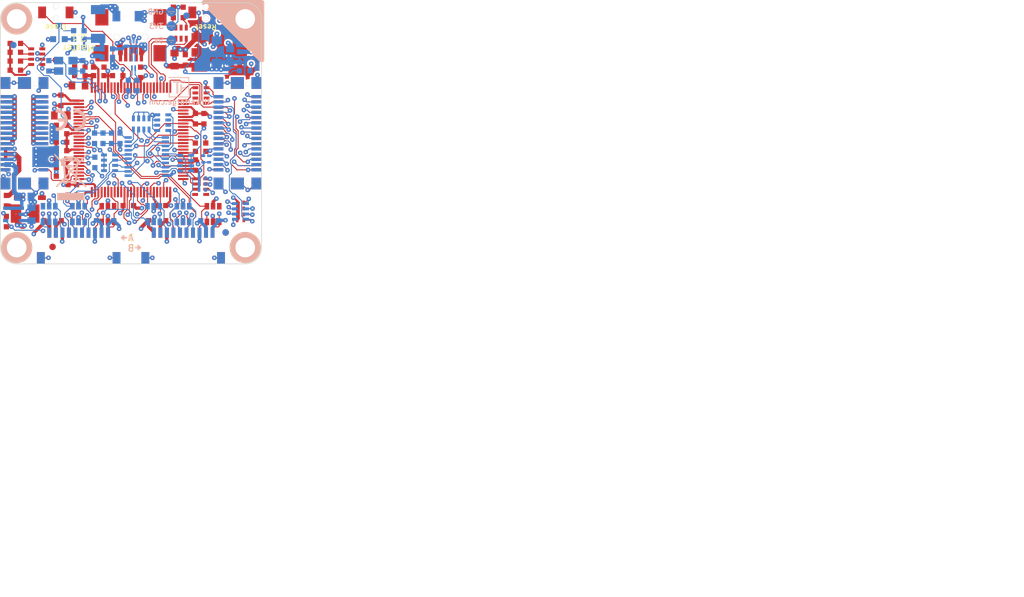
<source format=kicad_pcb>
(kicad_pcb (version 4) (host pcbnew 4.0.2+dfsg1-stable)
  (title_block (date 2017-04-20) (company "Tinkerforge GmbH") (comment 1 "Licensed under CERN OHL v.1.1") (comment 2 "Copyright (©) 2017, L.Lauer <lukas@tinkerforge.com>"))
  (layers (0 Vorderseite signal hide) (1 GND signal hide) (2 VCC signal hide) (31 Rückseite signal) (34 B.Paste user) (35 F.Paste user) (36 B.SilkS user) (37 F.SilkS user) (38 B.Mask user) (39 F.Mask user) (44 Edge.Cuts user))
  (net 0 "")
  (net 1 3V3)
  (net 2 3V3-EN)
  (net 3 BRICKLET-I2C-SCL)
  (net 4 BRICKLET-I2C-SDA)
  (net 5 BRICKLET-IO0_0/AD0)
  (net 6 BRICKLET-IO0_1)
  (net 7 BRICKLET-IO0_2/PWM0)
  (net 8 BRICKLET-IO0_3)
  (net 9 BRICKLET-IO1_0/AD1)
  (net 10 BRICKLET-IO1_1)
  (net 11 BRICKLET-IO1_2/PWM1)
  (net 12 BRICKLET-IO1_3)
  (net 13 BRICKLET-IO2_0/AD2)
  (net 14 BRICKLET-IO2_1/DA0)
  (net 15 BRICKLET-IO2_2/PWM2)
  (net 16 BRICKLET-IO2_3)
  (net 17 BRICKLET-IO3_0/AD3)
  (net 18 BRICKLET-IO3_1/DA1)
  (net 19 BRICKLET-IO3_2/PWM3)
  (net 20 BRICKLET-IO3_3)
  (net 21 BRICKLET-SEL-0)
  (net 22 BRICKLET-SEL-1)
  (net 23 BRICKLET-SEL-2)
  (net 24 BRICKLET-SEL-3)
  (net 25 GND)
  (net 26 LED1)
  (net 27 LED2)
  (net 28 LED3)
  (net 29 LED4)
  (net 30 SCL-PULLUP)
  (net 31 SDA-PULLUP)
  (net 32 STACK-CURRENT)
  (net 33 STACK-EX-0-GP00)
  (net 34 STACK-EX-0-GP01)
  (net 35 STACK-EX-0-GP02)
  (net 36 STACK-EX-1-GP00)
  (net 37 STACK-EX-1-GP01)
  (net 38 STACK-EX-1-GP02)
  (net 39 STACK-HIGH/JTAG-TMS)
  (net 40 STACK-I2C-SCL/JTAG-TDO)
  (net 41 STACK-I2C-SDA/JTAG-TDI)
  (net 42 STACK-MASTER-DETECT)
  (net 43 STACK-RESET)
  (net 44 STACK-SELECT-00)
  (net 45 STACK-SELECT-01)
  (net 46 STACK-SELECT-02)
  (net 47 STACK-SELECT-03)
  (net 48 STACK-SELECT-04)
  (net 49 STACK-SELECT-05)
  (net 50 STACK-SELECT-06)
  (net 51 STACK-SELECT-07)
  (net 52 STACK-SELECT-EX-00)
  (net 53 STACK-SELECT-EX-01)
  (net 54 STACK-SER-RXD)
  (net 55 STACK-SER-SCK)
  (net 56 STACK-SER-TXD)
  (net 57 STACK-SER2-RTS)
  (net 58 STACK-SER2-RXD)
  (net 59 STACK-SER2-TXD)
  (net 60 STACK-SPI-MISO)
  (net 61 STACK-SPI-MOSI)
  (net 62 STACK-SPI-SCLK)
  (net 63 STACK-SPI-SELECT)
  (net 64 STACK-SYNC/JTAG-TCK)
  (net 65 STACK-VOLTAGE)
  (net 66 USB-DETECT)
  (net 67 VPP)
  (net 68 VSTACK)
  (net 69 VUSB)
  (net 70 XIN)
  (net 71 XOUT)
  (net 72 "Net-(C10-Pad1)")
  (net 73 "Net-(C11-Pad1)")
  (net 74 "Net-(C27-Pad1)")
  (net 75 "Net-(C36-Pad1)")
  (net 76 "Net-(C37-Pad1)")
  (net 77 "Net-(D1-Pad2)")
  (net 78 "Net-(D2-Pad2)")
  (net 79 "Net-(D3-Pad2)")
  (net 80 "Net-(D4-Pad2)")
  (net 81 "Net-(D5-Pad2)")
  (net 82 "Net-(D6-Pad2)")
  (net 83 "Net-(FB1-Pad2)")
  (net 84 "Net-(FB2-Pad2)")
  (net 85 "Net-(FB3-Pad1)")
  (net 86 "Net-(FB4-Pad2)")
  (net 87 "Net-(J1-Pad3)")
  (net 88 "Net-(J1-Pad2)")
  (net 89 "Net-(J6-Pad7)")
  (net 90 "Net-(J8-Pad1)")
  (net 91 "Net-(J8-Pad10)")
  (net 92 "Net-(L1-Pad2)")
  (net 93 "Net-(L1-Pad3)")
  (net 94 "Net-(P1-Pad4)")
  (net 95 "Net-(P1-Pad5)")
  (net 96 "Net-(P2-Pad4)")
  (net 97 "Net-(P2-Pad5)")
  (net 98 "Net-(P3-Pad4)")
  (net 99 "Net-(P3-Pad5)")
  (net 100 "Net-(P4-Pad4)")
  (net 101 "Net-(P4-Pad5)")
  (net 102 "Net-(Q1-Pad2)")
  (net 103 "Net-(R1-Pad2)")
  (net 104 "Net-(R2-Pad2)")
  (net 105 "Net-(R3-Pad2)")
  (net 106 "Net-(R4-Pad2)")
  (net 107 "Net-(RP1-Pad1)")
  (net 108 "Net-(RP1-Pad2)")
  (net 109 "Net-(RP1-Pad3)")
  (net 110 "Net-(RP1-Pad4)")
  (net 111 "Net-(RP2-Pad1)")
  (net 112 "Net-(RP2-Pad2)")
  (net 113 "Net-(RP2-Pad3)")
  (net 114 "Net-(RP3-Pad5)")
  (net 115 "Net-(RP3-Pad8)")
  (net 116 "Net-(RP9-Pad5)")
  (net 117 "Net-(RP9-Pad6)")
  (net 118 "Net-(RP9-Pad7)")
  (net 119 "Net-(RP9-Pad8)")
  (net 120 "Net-(SW2-Pad1)")
  (net 121 "Net-(L1-Pad4)")
  (net 122 "Net-(L1-Pad1)")
  (net 123 "Net-(J1-Pad4)")
  (net 124 "Net-(RP2-Pad4)")
  (net 125 "Net-(RP2-Pad5)")
  (net 126 "Net-(RP3-Pad2)")
  (net 127 "Net-(RP3-Pad3)")
  (net 128 "Net-(RP3-Pad6)")
  (net 129 "Net-(RP3-Pad7)")
  (net 130 "Net-(RP5-Pad6)")
  (net 131 "Net-(RP5-Pad7)")
  (net 132 "Net-(RP8-Pad2)")
  (net 133 "Net-(RP8-Pad3)")
  (net 134 "Net-(RP8-Pad6)")
  (net 135 "Net-(RP8-Pad7)")
  (net 136 "Net-(U1-Pad22)")
  (net 137 "Net-(U1-Pad30)")
  (net 138 "Net-(U1-Pad46)")
  (net 139 "Net-(U1-Pad49)")
  (net 140 "Net-(U1-Pad61)")
  (net 141 "Net-(U1-Pad71)")
  (net 142 "Net-(U1-Pad77)")
  (net 143 "Net-(U8-Pad1)")
  (net 144 "Net-(U9-Pad1)")
  (net 145 "Net-(U10-Pad1)")
  (net 146 "Net-(U11-Pad1)")
  (module kicad-libraries:MiniMelf (layer Rückseite) (at 146.8 77)
    (fp_text reference D12)
    (fp_text value Z5V)
    (pad 2 smd rect (at -1.69926 0) (size 1.19888 1.6002) (layers Rückseite B.Paste B.Mask) (net 68 VSTACK))
    (pad 1 smd rect (at 1.69926 0) (size 1.19888 1.6002) (layers Rückseite B.Paste B.Mask) (net 25 GND))
  )
  (module kicad-libraries:MiniMelf (layer Rückseite) (at 160.45 82.4 90)
    (fp_text reference D13)
    (fp_text value Z3.3V)
    (pad 2 smd rect (at -1.69926 0 90) (size 1.19888 1.6002) (layers Rückseite B.Paste B.Mask) (net 1 3V3))
    (pad 1 smd rect (at 1.69926 0 90) (size 1.19888 1.6002) (layers Rückseite B.Paste B.Mask) (net 25 GND))
  )
  (module kicad-libraries:Logo_31x31m (layer Rückseite) (at 156.265 86.305 180)
    (fp_text reference G*** hide)
    (fp_text value LOGO hide)
  )
  (module kicad-libraries:WEEE_7mm (layer Rückseite) (at 138.115 101.605 180)
    (fp_text reference VAL hide)
    (fp_text value WEEE_7mm hide)
  )
  (module kicad-libraries:CE_5mm (layer Rückseite) (at 138.1 92.9 180)
    (fp_text reference VAL hide)
    (fp_text value CE_5mm hide)
  )
  (module kicad-libraries:Fiducial_Mark (layer Vorderseite) (at 135.325 112.325)
    (fp_text reference Fiducial_Mark hide)
    (fp_text value VAL** hide)
    (pad 1 smd circle (at 0 0) (size 1.00076 1.00076) (layers Vorderseite F.Paste F.Mask) (clearance 0.65024))
  )
  (module kicad-libraries:Fiducial_Mark (layer Vorderseite) (at 135.825 83.725)
    (fp_text reference Fiducial_Mark hide)
    (fp_text value VAL** hide)
    (pad 1 smd circle (at 0 0) (size 1.00076 1.00076) (layers Vorderseite F.Paste F.Mask) (clearance 0.65024))
  )
  (module kicad-libraries:Fiducial_Mark (layer Vorderseite) (at 161.825 110.125)
    (fp_text reference Fiducial_Mark hide)
    (fp_text value VAL** hide)
    (pad 1 smd circle (at 0 0) (size 1.00076 1.00076) (layers Vorderseite F.Paste F.Mask) (clearance 0.65024))
  )
  (module kicad-libraries:Fiducial_Mark (layer Rückseite) (at 129.325 81.425)
    (fp_text reference Fiducial_Mark hide)
    (fp_text value VAL** hide)
    (pad 1 smd circle (at 0 0) (size 1.00076 1.00076) (layers Rückseite B.Paste B.Mask) (clearance 0.65024))
  )
  (module kicad-libraries:Fiducial_Mark (layer Rückseite) (at 155.825 76.925)
    (fp_text reference Fiducial_Mark hide)
    (fp_text value VAL** hide)
    (pad 1 smd circle (at 0 0) (size 1.00076 1.00076) (layers Rückseite B.Paste B.Mask) (clearance 0.65024))
  )
  (module kicad-libraries:Fiducial_Mark (layer Rückseite) (at 161.825 110.125)
    (fp_text reference Fiducial_Mark hide)
    (fp_text value VAL** hide)
    (pad 1 smd circle (at 0 0) (size 1.00076 1.00076) (layers Rückseite B.Paste B.Mask) (clearance 0.65024))
  )
  (module 3528-21 (layer Vorderseite) (at 131.125 107.225)
    (fp_text reference C17)
    (fp_text value 100µF)
    (pad 1 smd rect (at -1.40048 0) (size 1.59954 2.79908) (layers Vorderseite F.Paste F.Mask) (net 68 VSTACK) (clearance 0.14986))
    (pad 2 smd rect (at 1.40048 0) (size 1.59954 2.79908) (layers Vorderseite F.Paste F.Mask) (net 25 GND) (clearance 0.14986))
  )
  (module D0603 (layer Vorderseite) (at 155.326 76.4261 270)
    (fp_text reference D1)
    (fp_text value blue)
    (pad 1 smd rect (at -0.8001 0 270) (size 0.8001 0.8001) (layers Vorderseite F.Paste F.Mask) (net 1 3V3))
    (pad 2 smd rect (at 0.8001 0 270) (size 0.8001 0.8001) (layers Vorderseite F.Paste F.Mask) (net 77 "Net-(D1-Pad2)"))
  )
  (module D0603 (layer Vorderseite) (at 153.825 76.4261 270)
    (fp_text reference D2)
    (fp_text value red)
    (pad 1 smd rect (at -0.8001 0 270) (size 0.8001 0.8001) (layers Vorderseite F.Paste F.Mask) (net 1 3V3))
    (pad 2 smd rect (at 0.8001 0 270) (size 0.8001 0.8001) (layers Vorderseite F.Paste F.Mask) (net 78 "Net-(D2-Pad2)"))
  )
  (module D0603 (layer Vorderseite) (at 129.626 85.2754)
    (fp_text reference D3)
    (fp_text value blue)
    (pad 1 smd rect (at -0.8001 0) (size 0.8001 0.8001) (layers Vorderseite F.Paste F.Mask) (net 1 3V3))
    (pad 2 smd rect (at 0.8001 0) (size 0.8001 0.8001) (layers Vorderseite F.Paste F.Mask) (net 79 "Net-(D3-Pad2)"))
  )
  (module D0603 (layer Vorderseite) (at 129.626 83.8759)
    (fp_text reference D4)
    (fp_text value blue)
    (pad 1 smd rect (at -0.8001 0) (size 0.8001 0.8001) (layers Vorderseite F.Paste F.Mask) (net 1 3V3))
    (pad 2 smd rect (at 0.8001 0) (size 0.8001 0.8001) (layers Vorderseite F.Paste F.Mask) (net 80 "Net-(D4-Pad2)"))
  )
  (module D0603 (layer Vorderseite) (at 129.626 82.5271)
    (fp_text reference D5)
    (fp_text value blue)
    (pad 1 smd rect (at -0.8001 0) (size 0.8001 0.8001) (layers Vorderseite F.Paste F.Mask) (net 1 3V3))
    (pad 2 smd rect (at 0.8001 0) (size 0.8001 0.8001) (layers Vorderseite F.Paste F.Mask) (net 81 "Net-(D5-Pad2)"))
  )
  (module D0603 (layer Vorderseite) (at 129.626 81.1759)
    (fp_text reference D6)
    (fp_text value blue)
    (pad 1 smd rect (at -0.8001 0) (size 0.8001 0.8001) (layers Vorderseite F.Paste F.Mask) (net 1 3V3))
    (pad 2 smd rect (at 0.8001 0) (size 0.8001 0.8001) (layers Vorderseite F.Paste F.Mask) (net 82 "Net-(D6-Pad2)"))
  )
  (module SOD-128 (layer Rückseite) (at 142.3 78.2 270)
    (fp_text reference D11)
    (fp_text value PMEG4050)
    (pad 2 smd rect (at -2.19964 0 270) (size 1.39954 2.19964) (layers Rückseite B.Paste B.Mask) (net 68 VSTACK))
    (pad 1 smd rect (at 2.19964 0 270) (size 1.39954 2.19964) (layers Rückseite B.Paste B.Mask) (net 69 VUSB))
  )
  (module USB-MINI-B-SMD (layer Vorderseite) (at 147.325 74.9275)
    (fp_text reference J1)
    (fp_text value USB-MINI-B-SMD)
    (pad "" smd rect (at 4.45008 2.25044) (size 1.99898 2.49936) (layers Vorderseite F.Paste F.Mask) (clearance 0.14986))
    (pad "" smd rect (at 4.45008 7.74954) (size 1.99898 2.49936) (layers Vorderseite F.Paste F.Mask))
    (pad 6 smd rect (at -4.45008 7.74954) (size 1.99898 2.49936) (layers Vorderseite F.Paste F.Mask) (net 84 "Net-(FB2-Pad2)"))
    (pad "" smd rect (at -4.45008 2.25044) (size 1.99898 2.49936) (layers Vorderseite F.Paste F.Mask))
    (pad "" thru_hole circle (at 2.19964 5.25018) (size 0.90932 0.90932) (drill 0.89916) (layers *.Cu *.Mask F.SilkS) (clearance 0.14986))
    (pad "" thru_hole circle (at -2.19964 5.25018) (size 0.90932 0.90932) (drill 0.89916) (layers *.Cu *.Mask F.SilkS) (clearance 0.14986))
    (pad 5 smd rect (at -1.6002 7.85114) (size 0.50038 2.30124) (layers Vorderseite F.Paste F.Mask) (net 25 GND) (clearance 0.14986))
    (pad 4 smd rect (at -0.8001 7.85114) (size 0.50038 2.30124) (layers Vorderseite F.Paste F.Mask) (net 123 "Net-(J1-Pad4)") (clearance 0.14986))
    (pad 3 smd rect (at 0 7.85114) (size 0.50038 2.30124) (layers Vorderseite F.Paste F.Mask) (net 87 "Net-(J1-Pad3)") (clearance 0.14986))
    (pad 2 smd rect (at 0.8001 7.85114) (size 0.50038 2.30124) (layers Vorderseite F.Paste F.Mask) (net 88 "Net-(J1-Pad2)") (clearance 0.14986))
    (pad 1 smd rect (at 1.6002 7.85114) (size 0.50038 2.30124) (layers Vorderseite F.Paste F.Mask) (net 83 "Net-(FB1-Pad2)") (clearance 0.14986))
  )
  (module DRILL_NP (layer Vorderseite) (at 129.824 77.4268 90)
    (fp_text reference J2 hide)
    (fp_text value DRILL hide)
    (pad "" np_thru_hole circle (at 0 0 90) (size 2.99974 2.99974) (drill 2.99974) (layers *.Cu *.Mask F.SilkS) (clearance 0.89916))
  )
  (module DRILL_NP (layer Vorderseite) (at 164.826 77.4268 180)
    (fp_text reference J3 hide)
    (fp_text value DRILL hide)
    (pad "" np_thru_hole circle (at 0 0 180) (size 2.99974 2.99974) (drill 2.99974) (layers *.Cu *.Mask F.SilkS) (clearance 0.89916))
  )
  (module DRILL_NP (layer Vorderseite) (at 164.826 112.425 90)
    (fp_text reference J4 hide)
    (fp_text value DRILL hide)
    (pad "" np_thru_hole circle (at 0 0 90) (size 2.99974 2.99974) (drill 2.99974) (layers *.Cu *.Mask F.SilkS) (clearance 0.89916))
  )
  (module DRILL_NP (layer Vorderseite) (at 129.827 112.425 270)
    (fp_text reference J5 hide)
    (fp_text value DRILL hide)
    (pad "" np_thru_hole circle (at 0 0 270) (size 2.99974 2.99974) (drill 2.99974) (layers *.Cu *.Mask F.SilkS) (clearance 0.89916))
  )
  (module BTB08-ACS-TOP (layer Vorderseite) (at 163.624 94.9274 90)
    (fp_text reference J6)
    (fp_text value STACK-UP-LOW)
    (pad 29 smd rect (at -5.59816 2.89814 270) (size 0.49784 1.4986) (layers Vorderseite F.Paste F.Mask) (net 38 STACK-EX-1-GP02))
    (pad 27 smd rect (at -4.79806 2.89814 270) (size 0.49784 1.4986) (layers Vorderseite F.Paste F.Mask) (net 37 STACK-EX-1-GP01))
    (pad 25 smd rect (at -3.99796 2.89814 270) (size 0.49784 1.4986) (layers Vorderseite F.Paste F.Mask) (net 36 STACK-EX-1-GP00))
    (pad 23 smd rect (at -3.19786 2.89814 270) (size 0.49784 1.4986) (layers Vorderseite F.Paste F.Mask) (net 35 STACK-EX-0-GP02))
    (pad 21 smd rect (at -2.39776 2.89814 270) (size 0.49784 1.4986) (layers Vorderseite F.Paste F.Mask) (net 34 STACK-EX-0-GP01))
    (pad 19 smd rect (at -1.59766 2.89814 270) (size 0.49784 1.4986) (layers Vorderseite F.Paste F.Mask) (net 33 STACK-EX-0-GP00))
    (pad 17 smd rect (at -0.79756 2.89814 270) (size 0.49784 1.4986) (layers Vorderseite F.Paste F.Mask) (net 55 STACK-SER-SCK))
    (pad 15 smd rect (at 0 2.89814 270) (size 0.49784 1.4986) (layers Vorderseite F.Paste F.Mask) (net 56 STACK-SER-TXD))
    (pad 13 smd rect (at 0.79756 2.89814 270) (size 0.49784 1.4986) (layers Vorderseite F.Paste F.Mask) (net 54 STACK-SER-RXD))
    (pad 11 smd rect (at 1.59766 2.89814 270) (size 0.49784 1.4986) (layers Vorderseite F.Paste F.Mask) (net 64 STACK-SYNC/JTAG-TCK))
    (pad 9 smd rect (at 2.39776 2.89814 270) (size 0.49784 1.4986) (layers Vorderseite F.Paste F.Mask) (net 39 STACK-HIGH/JTAG-TMS))
    (pad 7 smd rect (at 3.19786 2.89814 270) (size 0.49784 1.4986) (layers Vorderseite F.Paste F.Mask) (net 89 "Net-(J6-Pad7)"))
    (pad 5 smd rect (at 3.99796 2.89814 270) (size 0.49784 1.4986) (layers Vorderseite F.Paste F.Mask) (net 62 STACK-SPI-SCLK))
    (pad 3 smd rect (at 4.79806 2.89814 270) (size 0.49784 1.4986) (layers Vorderseite F.Paste F.Mask) (net 61 STACK-SPI-MOSI))
    (pad 1 smd rect (at 5.59816 2.89814 270) (size 0.49784 1.4986) (layers Vorderseite F.Paste F.Mask) (net 60 STACK-SPI-MISO))
    (pad 2 smd rect (at 5.59816 -2.89814 90) (size 0.49784 1.4986) (layers Vorderseite F.Paste F.Mask) (net 41 STACK-I2C-SDA/JTAG-TDI))
    (pad 4 smd rect (at 4.79806 -2.89814 90) (size 0.49784 1.4986) (layers Vorderseite F.Paste F.Mask) (net 40 STACK-I2C-SCL/JTAG-TDO))
    (pad 6 smd rect (at 3.99796 -2.89814 90) (size 0.49784 1.4986) (layers Vorderseite F.Paste F.Mask) (net 44 STACK-SELECT-00))
    (pad 8 smd rect (at 3.19786 -2.89814 90) (size 0.49784 1.4986) (layers Vorderseite F.Paste F.Mask) (net 45 STACK-SELECT-01))
    (pad 10 smd rect (at 2.39776 -2.89814 90) (size 0.49784 1.4986) (layers Vorderseite F.Paste F.Mask) (net 46 STACK-SELECT-02))
    (pad 12 smd rect (at 1.59766 -2.89814 90) (size 0.49784 1.4986) (layers Vorderseite F.Paste F.Mask) (net 47 STACK-SELECT-03))
    (pad 14 smd rect (at 0.79756 -2.89814 90) (size 0.49784 1.4986) (layers Vorderseite F.Paste F.Mask) (net 48 STACK-SELECT-04))
    (pad 16 smd rect (at 0 -2.89814 90) (size 0.49784 1.4986) (layers Vorderseite F.Paste F.Mask) (net 49 STACK-SELECT-05))
    (pad 18 smd rect (at -0.79756 -2.89814 90) (size 0.49784 1.4986) (layers Vorderseite F.Paste F.Mask) (net 50 STACK-SELECT-06))
    (pad 20 smd rect (at -1.59766 -2.89814 90) (size 0.49784 1.4986) (layers Vorderseite F.Paste F.Mask) (net 51 STACK-SELECT-07))
    (pad 22 smd rect (at -2.39776 -2.89814 90) (size 0.49784 1.4986) (layers Vorderseite F.Paste F.Mask) (net 52 STACK-SELECT-EX-00))
    (pad 24 smd rect (at -3.19786 -2.89814 90) (size 0.49784 1.4986) (layers Vorderseite F.Paste F.Mask) (net 53 STACK-SELECT-EX-01))
    (pad 26 smd rect (at -3.99796 -2.89814 90) (size 0.49784 1.4986) (layers Vorderseite F.Paste F.Mask) (net 58 STACK-SER2-RXD))
    (pad 28 smd rect (at -4.79806 -2.89814 90) (size 0.49784 1.4986) (layers Vorderseite F.Paste F.Mask) (net 59 STACK-SER2-TXD))
    (pad 30 smd rect (at -5.59816 -2.89814 90) (size 0.49784 1.4986) (layers Vorderseite F.Paste F.Mask) (net 57 STACK-SER2-RTS))
    (pad EP smd rect (at 7.69874 -2.90068 90) (size 1.80086 1.50114) (layers Vorderseite F.Paste F.Mask) (net 25 GND))
    (pad EP smd rect (at 7.69874 2.90068 90) (size 1.80086 1.50114) (layers Vorderseite F.Paste F.Mask) (net 25 GND))
    (pad EP smd rect (at -7.69874 2.90068 90) (size 1.80086 1.50114) (layers Vorderseite F.Paste F.Mask) (net 25 GND))
    (pad EP smd rect (at -7.69874 -2.90068 90) (size 1.80086 1.50114) (layers Vorderseite F.Paste F.Mask) (net 25 GND))
    (pad EP smd rect (at 7.69874 0 90) (size 1.80086 1.99898) (layers Vorderseite F.Paste F.Mask) (net 25 GND))
    (pad EP smd rect (at -7.69874 0 90) (size 1.80086 1.99898) (layers Vorderseite F.Paste F.Mask) (net 25 GND))
    (pad "" thru_hole circle (at 7.59968 1.69926 90) (size 0.8001 0.8001) (drill 0.8001) (layers *.Cu *.Mask F.SilkS))
    (pad "" thru_hole circle (at -7.59968 1.69926 90) (size 0.8001 0.8001) (drill 0.8001) (layers *.Cu *.Mask F.SilkS))
  )
  (module BTB08-ACS-BTM (layer Rückseite) (at 163.624 94.9274 270)
    (fp_text reference J7)
    (fp_text value STACK-DOWN)
    (pad 1 smd rect (at -5.59816 -2.89814 90) (size 0.49784 1.4986) (layers Rückseite B.Paste B.Mask) (net 60 STACK-SPI-MISO))
    (pad 3 smd rect (at -4.79806 -2.89814 90) (size 0.49784 1.4986) (layers Rückseite B.Paste B.Mask) (net 61 STACK-SPI-MOSI))
    (pad 5 smd rect (at -3.99796 -2.89814 90) (size 0.49784 1.4986) (layers Rückseite B.Paste B.Mask) (net 62 STACK-SPI-SCLK))
    (pad 7 smd rect (at -3.19786 -2.89814 90) (size 0.49784 1.4986) (layers Rückseite B.Paste B.Mask) (net 89 "Net-(J6-Pad7)"))
    (pad 9 smd rect (at -2.39776 -2.89814 90) (size 0.49784 1.4986) (layers Rückseite B.Paste B.Mask) (net 42 STACK-MASTER-DETECT))
    (pad 11 smd rect (at -1.59766 -2.89814 90) (size 0.49784 1.4986) (layers Rückseite B.Paste B.Mask) (net 64 STACK-SYNC/JTAG-TCK))
    (pad 13 smd rect (at -0.79756 -2.89814 90) (size 0.49784 1.4986) (layers Rückseite B.Paste B.Mask) (net 54 STACK-SER-RXD))
    (pad 15 smd rect (at 0 -2.89814 90) (size 0.49784 1.4986) (layers Rückseite B.Paste B.Mask) (net 56 STACK-SER-TXD))
    (pad 17 smd rect (at 0.79756 -2.89814 90) (size 0.49784 1.4986) (layers Rückseite B.Paste B.Mask) (net 55 STACK-SER-SCK))
    (pad 19 smd rect (at 1.59766 -2.89814 90) (size 0.49784 1.4986) (layers Rückseite B.Paste B.Mask) (net 33 STACK-EX-0-GP00))
    (pad 21 smd rect (at 2.39776 -2.89814 90) (size 0.49784 1.4986) (layers Rückseite B.Paste B.Mask) (net 34 STACK-EX-0-GP01))
    (pad 23 smd rect (at 3.19786 -2.89814 90) (size 0.49784 1.4986) (layers Rückseite B.Paste B.Mask) (net 35 STACK-EX-0-GP02))
    (pad 25 smd rect (at 3.99796 -2.89814 90) (size 0.49784 1.4986) (layers Rückseite B.Paste B.Mask) (net 36 STACK-EX-1-GP00))
    (pad 27 smd rect (at 4.79806 -2.89814 90) (size 0.49784 1.4986) (layers Rückseite B.Paste B.Mask) (net 37 STACK-EX-1-GP01))
    (pad 29 smd rect (at 5.59816 -2.89814 90) (size 0.49784 1.4986) (layers Rückseite B.Paste B.Mask) (net 38 STACK-EX-1-GP02))
    (pad 30 smd rect (at 5.59816 2.89814 270) (size 0.49784 1.4986) (layers Rückseite B.Paste B.Mask) (net 57 STACK-SER2-RTS))
    (pad 28 smd rect (at 4.79806 2.89814 270) (size 0.49784 1.4986) (layers Rückseite B.Paste B.Mask) (net 59 STACK-SER2-TXD))
    (pad 26 smd rect (at 3.99796 2.89814 270) (size 0.49784 1.4986) (layers Rückseite B.Paste B.Mask) (net 58 STACK-SER2-RXD))
    (pad 24 smd rect (at 3.19786 2.89814 270) (size 0.49784 1.4986) (layers Rückseite B.Paste B.Mask) (net 53 STACK-SELECT-EX-01))
    (pad 22 smd rect (at 2.39776 2.89814 270) (size 0.49784 1.4986) (layers Rückseite B.Paste B.Mask) (net 52 STACK-SELECT-EX-00))
    (pad 20 smd rect (at 1.59766 2.89814 270) (size 0.49784 1.4986) (layers Rückseite B.Paste B.Mask) (net 50 STACK-SELECT-06))
    (pad 18 smd rect (at 0.79756 2.89814 270) (size 0.49784 1.4986) (layers Rückseite B.Paste B.Mask) (net 49 STACK-SELECT-05))
    (pad 16 smd rect (at 0 2.89814 270) (size 0.49784 1.4986) (layers Rückseite B.Paste B.Mask) (net 48 STACK-SELECT-04))
    (pad 14 smd rect (at -0.79756 2.89814 270) (size 0.49784 1.4986) (layers Rückseite B.Paste B.Mask) (net 47 STACK-SELECT-03))
    (pad 12 smd rect (at -1.59766 2.89814 270) (size 0.49784 1.4986) (layers Rückseite B.Paste B.Mask) (net 46 STACK-SELECT-02))
    (pad 10 smd rect (at -2.39776 2.89814 270) (size 0.49784 1.4986) (layers Rückseite B.Paste B.Mask) (net 45 STACK-SELECT-01))
    (pad 8 smd rect (at -3.19786 2.89814 270) (size 0.49784 1.4986) (layers Rückseite B.Paste B.Mask) (net 44 STACK-SELECT-00))
    (pad 6 smd rect (at -3.99796 2.89814 270) (size 0.49784 1.4986) (layers Rückseite B.Paste B.Mask) (net 63 STACK-SPI-SELECT))
    (pad 4 smd rect (at -4.79806 2.89814 270) (size 0.49784 1.4986) (layers Rückseite B.Paste B.Mask) (net 40 STACK-I2C-SCL/JTAG-TDO))
    (pad 2 smd rect (at -5.59816 2.89814 270) (size 0.49784 1.4986) (layers Rückseite B.Paste B.Mask) (net 41 STACK-I2C-SDA/JTAG-TDI))
    (pad EP smd rect (at 7.69874 2.90068 270) (size 1.80086 1.50114) (layers Rückseite B.Paste B.Mask) (net 25 GND))
    (pad EP smd rect (at 7.69874 -2.90068 270) (size 1.80086 1.50114) (layers Rückseite B.Paste B.Mask) (net 25 GND))
    (pad EP smd rect (at -7.69874 -2.90068 270) (size 1.80086 1.50114) (layers Rückseite B.Paste B.Mask) (net 25 GND))
    (pad EP smd rect (at -7.69874 2.90068 270) (size 1.80086 1.50114) (layers Rückseite B.Paste B.Mask) (net 25 GND))
    (pad EP smd rect (at 7.69874 0 270) (size 1.80086 1.99898) (layers Rückseite B.Paste B.Mask) (net 25 GND))
    (pad EP smd rect (at -7.69874 0 270) (size 1.80086 1.99898) (layers Rückseite B.Paste B.Mask) (net 25 GND))
    (pad "" thru_hole circle (at 7.59968 -1.69926 270) (size 0.8001 0.8001) (drill 0.8001) (layers *.Cu *.Mask B.SilkS))
    (pad "" thru_hole circle (at -7.59968 -1.69926 270) (size 0.8001 0.8001) (drill 0.8001) (layers *.Cu *.Mask B.SilkS))
  )
  (module BTB08-ACS-TOP (layer Vorderseite) (at 131.026 94.9274 90)
    (fp_text reference J8)
    (fp_text value STACK-UP-LOW)
    (pad 29 smd rect (at -5.59816 2.89814 270) (size 0.49784 1.4986) (layers Vorderseite F.Paste F.Mask) (net 32 STACK-CURRENT))
    (pad 27 smd rect (at -4.79806 2.89814 270) (size 0.49784 1.4986) (layers Vorderseite F.Paste F.Mask) (net 85 "Net-(FB3-Pad1)"))
    (pad 25 smd rect (at -3.99796 2.89814 270) (size 0.49784 1.4986) (layers Vorderseite F.Paste F.Mask) (net 85 "Net-(FB3-Pad1)"))
    (pad 23 smd rect (at -3.19786 2.89814 270) (size 0.49784 1.4986) (layers Vorderseite F.Paste F.Mask) (net 85 "Net-(FB3-Pad1)"))
    (pad 21 smd rect (at -2.39776 2.89814 270) (size 0.49784 1.4986) (layers Vorderseite F.Paste F.Mask) (net 85 "Net-(FB3-Pad1)"))
    (pad 19 smd rect (at -1.59766 2.89814 270) (size 0.49784 1.4986) (layers Vorderseite F.Paste F.Mask) (net 90 "Net-(J8-Pad1)"))
    (pad 17 smd rect (at -0.79756 2.89814 270) (size 0.49784 1.4986) (layers Vorderseite F.Paste F.Mask) (net 90 "Net-(J8-Pad1)"))
    (pad 15 smd rect (at 0 2.89814 270) (size 0.49784 1.4986) (layers Vorderseite F.Paste F.Mask) (net 90 "Net-(J8-Pad1)"))
    (pad 13 smd rect (at 0.79756 2.89814 270) (size 0.49784 1.4986) (layers Vorderseite F.Paste F.Mask) (net 90 "Net-(J8-Pad1)"))
    (pad 11 smd rect (at 1.59766 2.89814 270) (size 0.49784 1.4986) (layers Vorderseite F.Paste F.Mask) (net 90 "Net-(J8-Pad1)"))
    (pad 9 smd rect (at 2.39776 2.89814 270) (size 0.49784 1.4986) (layers Vorderseite F.Paste F.Mask) (net 90 "Net-(J8-Pad1)"))
    (pad 7 smd rect (at 3.19786 2.89814 270) (size 0.49784 1.4986) (layers Vorderseite F.Paste F.Mask) (net 90 "Net-(J8-Pad1)"))
    (pad 5 smd rect (at 3.99796 2.89814 270) (size 0.49784 1.4986) (layers Vorderseite F.Paste F.Mask) (net 90 "Net-(J8-Pad1)"))
    (pad 3 smd rect (at 4.79806 2.89814 270) (size 0.49784 1.4986) (layers Vorderseite F.Paste F.Mask) (net 90 "Net-(J8-Pad1)"))
    (pad 1 smd rect (at 5.59816 2.89814 270) (size 0.49784 1.4986) (layers Vorderseite F.Paste F.Mask) (net 90 "Net-(J8-Pad1)"))
    (pad 2 smd rect (at 5.59816 -2.89814 90) (size 0.49784 1.4986) (layers Vorderseite F.Paste F.Mask) (net 91 "Net-(J8-Pad10)"))
    (pad 4 smd rect (at 4.79806 -2.89814 90) (size 0.49784 1.4986) (layers Vorderseite F.Paste F.Mask) (net 91 "Net-(J8-Pad10)"))
    (pad 6 smd rect (at 3.99796 -2.89814 90) (size 0.49784 1.4986) (layers Vorderseite F.Paste F.Mask) (net 91 "Net-(J8-Pad10)"))
    (pad 8 smd rect (at 3.19786 -2.89814 90) (size 0.49784 1.4986) (layers Vorderseite F.Paste F.Mask) (net 91 "Net-(J8-Pad10)"))
    (pad 10 smd rect (at 2.39776 -2.89814 90) (size 0.49784 1.4986) (layers Vorderseite F.Paste F.Mask) (net 91 "Net-(J8-Pad10)"))
    (pad 12 smd rect (at 1.59766 -2.89814 90) (size 0.49784 1.4986) (layers Vorderseite F.Paste F.Mask) (net 91 "Net-(J8-Pad10)"))
    (pad 14 smd rect (at 0.79756 -2.89814 90) (size 0.49784 1.4986) (layers Vorderseite F.Paste F.Mask) (net 91 "Net-(J8-Pad10)"))
    (pad 16 smd rect (at 0 -2.89814 90) (size 0.49784 1.4986) (layers Vorderseite F.Paste F.Mask) (net 91 "Net-(J8-Pad10)"))
    (pad 18 smd rect (at -0.79756 -2.89814 90) (size 0.49784 1.4986) (layers Vorderseite F.Paste F.Mask) (net 91 "Net-(J8-Pad10)"))
    (pad 20 smd rect (at -1.59766 -2.89814 90) (size 0.49784 1.4986) (layers Vorderseite F.Paste F.Mask) (net 91 "Net-(J8-Pad10)"))
    (pad 22 smd rect (at -2.39776 -2.89814 90) (size 0.49784 1.4986) (layers Vorderseite F.Paste F.Mask) (net 86 "Net-(FB4-Pad2)"))
    (pad 24 smd rect (at -3.19786 -2.89814 90) (size 0.49784 1.4986) (layers Vorderseite F.Paste F.Mask) (net 86 "Net-(FB4-Pad2)"))
    (pad 26 smd rect (at -3.99796 -2.89814 90) (size 0.49784 1.4986) (layers Vorderseite F.Paste F.Mask) (net 86 "Net-(FB4-Pad2)"))
    (pad 28 smd rect (at -4.79806 -2.89814 90) (size 0.49784 1.4986) (layers Vorderseite F.Paste F.Mask) (net 67 VPP))
    (pad 30 smd rect (at -5.59816 -2.89814 90) (size 0.49784 1.4986) (layers Vorderseite F.Paste F.Mask) (net 65 STACK-VOLTAGE))
    (pad EP smd rect (at 7.69874 -2.90068 90) (size 1.80086 1.50114) (layers Vorderseite F.Paste F.Mask) (net 25 GND))
    (pad EP smd rect (at 7.69874 2.90068 90) (size 1.80086 1.50114) (layers Vorderseite F.Paste F.Mask) (net 25 GND))
    (pad EP smd rect (at -7.69874 2.90068 90) (size 1.80086 1.50114) (layers Vorderseite F.Paste F.Mask) (net 25 GND))
    (pad EP smd rect (at -7.69874 -2.90068 90) (size 1.80086 1.50114) (layers Vorderseite F.Paste F.Mask) (net 25 GND))
    (pad EP smd rect (at 7.69874 0 90) (size 1.80086 1.99898) (layers Vorderseite F.Paste F.Mask) (net 25 GND))
    (pad EP smd rect (at -7.69874 0 90) (size 1.80086 1.99898) (layers Vorderseite F.Paste F.Mask) (net 25 GND))
    (pad "" thru_hole circle (at 7.59968 1.69926 90) (size 0.8001 0.8001) (drill 0.8001) (layers *.Cu *.Mask F.SilkS))
    (pad "" thru_hole circle (at -7.59968 1.69926 90) (size 0.8001 0.8001) (drill 0.8001) (layers *.Cu *.Mask F.SilkS))
  )
  (module BTB08-ACS-BTM (layer Rückseite) (at 131.026 94.9274 270)
    (fp_text reference J9)
    (fp_text value STACK-DOWN)
    (pad 1 smd rect (at -5.59816 -2.89814 90) (size 0.49784 1.4986) (layers Rückseite B.Paste B.Mask) (net 90 "Net-(J8-Pad1)"))
    (pad 3 smd rect (at -4.79806 -2.89814 90) (size 0.49784 1.4986) (layers Rückseite B.Paste B.Mask) (net 90 "Net-(J8-Pad1)"))
    (pad 5 smd rect (at -3.99796 -2.89814 90) (size 0.49784 1.4986) (layers Rückseite B.Paste B.Mask) (net 90 "Net-(J8-Pad1)"))
    (pad 7 smd rect (at -3.19786 -2.89814 90) (size 0.49784 1.4986) (layers Rückseite B.Paste B.Mask) (net 90 "Net-(J8-Pad1)"))
    (pad 9 smd rect (at -2.39776 -2.89814 90) (size 0.49784 1.4986) (layers Rückseite B.Paste B.Mask) (net 90 "Net-(J8-Pad1)"))
    (pad 11 smd rect (at -1.59766 -2.89814 90) (size 0.49784 1.4986) (layers Rückseite B.Paste B.Mask) (net 90 "Net-(J8-Pad1)"))
    (pad 13 smd rect (at -0.79756 -2.89814 90) (size 0.49784 1.4986) (layers Rückseite B.Paste B.Mask) (net 90 "Net-(J8-Pad1)"))
    (pad 15 smd rect (at 0 -2.89814 90) (size 0.49784 1.4986) (layers Rückseite B.Paste B.Mask) (net 90 "Net-(J8-Pad1)"))
    (pad 17 smd rect (at 0.79756 -2.89814 90) (size 0.49784 1.4986) (layers Rückseite B.Paste B.Mask) (net 90 "Net-(J8-Pad1)"))
    (pad 19 smd rect (at 1.59766 -2.89814 90) (size 0.49784 1.4986) (layers Rückseite B.Paste B.Mask) (net 90 "Net-(J8-Pad1)"))
    (pad 21 smd rect (at 2.39776 -2.89814 90) (size 0.49784 1.4986) (layers Rückseite B.Paste B.Mask) (net 85 "Net-(FB3-Pad1)"))
    (pad 23 smd rect (at 3.19786 -2.89814 90) (size 0.49784 1.4986) (layers Rückseite B.Paste B.Mask) (net 85 "Net-(FB3-Pad1)"))
    (pad 25 smd rect (at 3.99796 -2.89814 90) (size 0.49784 1.4986) (layers Rückseite B.Paste B.Mask) (net 85 "Net-(FB3-Pad1)"))
    (pad 27 smd rect (at 4.79806 -2.89814 90) (size 0.49784 1.4986) (layers Rückseite B.Paste B.Mask) (net 85 "Net-(FB3-Pad1)"))
    (pad 29 smd rect (at 5.59816 -2.89814 90) (size 0.49784 1.4986) (layers Rückseite B.Paste B.Mask) (net 32 STACK-CURRENT))
    (pad 30 smd rect (at 5.59816 2.89814 270) (size 0.49784 1.4986) (layers Rückseite B.Paste B.Mask) (net 65 STACK-VOLTAGE))
    (pad 28 smd rect (at 4.79806 2.89814 270) (size 0.49784 1.4986) (layers Rückseite B.Paste B.Mask) (net 67 VPP))
    (pad 26 smd rect (at 3.99796 2.89814 270) (size 0.49784 1.4986) (layers Rückseite B.Paste B.Mask) (net 86 "Net-(FB4-Pad2)"))
    (pad 24 smd rect (at 3.19786 2.89814 270) (size 0.49784 1.4986) (layers Rückseite B.Paste B.Mask) (net 86 "Net-(FB4-Pad2)"))
    (pad 22 smd rect (at 2.39776 2.89814 270) (size 0.49784 1.4986) (layers Rückseite B.Paste B.Mask) (net 86 "Net-(FB4-Pad2)"))
    (pad 20 smd rect (at 1.59766 2.89814 270) (size 0.49784 1.4986) (layers Rückseite B.Paste B.Mask) (net 91 "Net-(J8-Pad10)"))
    (pad 18 smd rect (at 0.79756 2.89814 270) (size 0.49784 1.4986) (layers Rückseite B.Paste B.Mask) (net 91 "Net-(J8-Pad10)"))
    (pad 16 smd rect (at 0 2.89814 270) (size 0.49784 1.4986) (layers Rückseite B.Paste B.Mask) (net 91 "Net-(J8-Pad10)"))
    (pad 14 smd rect (at -0.79756 2.89814 270) (size 0.49784 1.4986) (layers Rückseite B.Paste B.Mask) (net 91 "Net-(J8-Pad10)"))
    (pad 12 smd rect (at -1.59766 2.89814 270) (size 0.49784 1.4986) (layers Rückseite B.Paste B.Mask) (net 91 "Net-(J8-Pad10)"))
    (pad 10 smd rect (at -2.39776 2.89814 270) (size 0.49784 1.4986) (layers Rückseite B.Paste B.Mask) (net 91 "Net-(J8-Pad10)"))
    (pad 8 smd rect (at -3.19786 2.89814 270) (size 0.49784 1.4986) (layers Rückseite B.Paste B.Mask) (net 91 "Net-(J8-Pad10)"))
    (pad 6 smd rect (at -3.99796 2.89814 270) (size 0.49784 1.4986) (layers Rückseite B.Paste B.Mask) (net 91 "Net-(J8-Pad10)"))
    (pad 4 smd rect (at -4.79806 2.89814 270) (size 0.49784 1.4986) (layers Rückseite B.Paste B.Mask) (net 91 "Net-(J8-Pad10)"))
    (pad 2 smd rect (at -5.59816 2.89814 270) (size 0.49784 1.4986) (layers Rückseite B.Paste B.Mask) (net 91 "Net-(J8-Pad10)"))
    (pad EP smd rect (at 7.69874 2.90068 270) (size 1.80086 1.50114) (layers Rückseite B.Paste B.Mask) (net 25 GND))
    (pad EP smd rect (at 7.69874 -2.90068 270) (size 1.80086 1.50114) (layers Rückseite B.Paste B.Mask) (net 25 GND))
    (pad EP smd rect (at -7.69874 -2.90068 270) (size 1.80086 1.50114) (layers Rückseite B.Paste B.Mask) (net 25 GND))
    (pad EP smd rect (at -7.69874 2.90068 270) (size 1.80086 1.50114) (layers Rückseite B.Paste B.Mask) (net 25 GND))
    (pad EP smd rect (at 7.69874 0 270) (size 1.80086 1.99898) (layers Rückseite B.Paste B.Mask) (net 25 GND))
    (pad EP smd rect (at -7.69874 0 270) (size 1.80086 1.99898) (layers Rückseite B.Paste B.Mask) (net 25 GND))
    (pad "" thru_hole circle (at 7.59968 -1.69926 270) (size 0.8001 0.8001) (drill 0.8001) (layers *.Cu *.Mask B.SilkS))
    (pad "" thru_hole circle (at -7.59968 -1.69926 270) (size 0.8001 0.8001) (drill 0.8001) (layers *.Cu *.Mask B.SilkS))
  )
  (module WE-CNSW-0603 (layer Rückseite) (at 147.725 84.225 270)
    (fp_text reference L1)
    (fp_text value 744230900)
    (pad 1 smd rect (at -0.725 0.25 270) (size 0.85 0.25) (layers Rückseite B.Paste B.Mask) (net 122 "Net-(L1-Pad1)"))
    (pad 2 smd rect (at 0.725 0.25 270) (size 0.85 0.25) (layers Rückseite B.Paste B.Mask) (net 92 "Net-(L1-Pad2)"))
    (pad 3 smd rect (at 0.725 -0.25 270) (size 0.85 0.25) (layers Rückseite B.Paste B.Mask) (net 93 "Net-(L1-Pad3)"))
    (pad 4 smd rect (at -0.725 -0.25 270) (size 0.85 0.25) (layers Rückseite B.Paste B.Mask) (net 121 "Net-(L1-Pad4)"))
  )
  (module CON-SENSOR (layer Rückseite) (at 139.327 114.927 180)
    (fp_text reference P1)
    (fp_text value CON-SENSOR)
    (pad 1 smd rect (at -4.50088 4.7752 180) (size 0.59944 1.5494) (layers Rückseite B.Paste B.Mask) (net 68 VSTACK))
    (pad 2 smd rect (at -3.50012 4.7752 180) (size 0.59944 1.5494) (layers Rückseite B.Paste B.Mask) (net 25 GND))
    (pad 3 smd rect (at -2.49936 4.7752 180) (size 0.59944 1.5494) (layers Rückseite B.Paste B.Mask) (net 1 3V3))
    (pad 4 smd rect (at -1.50114 4.7752 180) (size 0.59944 1.5494) (layers Rückseite B.Paste B.Mask) (net 94 "Net-(P1-Pad4)"))
    (pad 5 smd rect (at -0.50038 4.7752 180) (size 0.59944 1.5494) (layers Rückseite B.Paste B.Mask) (net 95 "Net-(P1-Pad5)"))
    (pad 6 smd rect (at 0.50038 4.7752 180) (size 0.59944 1.5494) (layers Rückseite B.Paste B.Mask) (net 21 BRICKLET-SEL-0))
    (pad 7 smd rect (at 1.50114 4.7752 180) (size 0.59944 1.5494) (layers Rückseite B.Paste B.Mask) (net 5 BRICKLET-IO0_0/AD0))
    (pad 8 smd rect (at 2.49936 4.7752 180) (size 0.59944 1.5494) (layers Rückseite B.Paste B.Mask) (net 6 BRICKLET-IO0_1))
    (pad 9 smd rect (at 3.50012 4.7752 180) (size 0.59944 1.5494) (layers Rückseite B.Paste B.Mask) (net 7 BRICKLET-IO0_2/PWM0))
    (pad 10 smd rect (at 4.50088 4.7752 180) (size 0.59944 1.5494) (layers Rückseite B.Paste B.Mask) (net 8 BRICKLET-IO0_3))
    (pad EP smd rect (at -5.79882 0.89916 180) (size 1.19888 1.80086) (layers Rückseite B.Paste B.Mask) (net 25 GND))
    (pad EP smd rect (at 5.79882 0.89916 180) (size 1.19888 1.80086) (layers Rückseite B.Paste B.Mask) (net 25 GND))
  )
  (module CON-SENSOR (layer Rückseite) (at 155.326 114.927 180)
    (fp_text reference P2)
    (fp_text value CON-SENSOR)
    (pad 1 smd rect (at -4.50088 4.7752 180) (size 0.59944 1.5494) (layers Rückseite B.Paste B.Mask) (net 68 VSTACK))
    (pad 2 smd rect (at -3.50012 4.7752 180) (size 0.59944 1.5494) (layers Rückseite B.Paste B.Mask) (net 25 GND))
    (pad 3 smd rect (at -2.49936 4.7752 180) (size 0.59944 1.5494) (layers Rückseite B.Paste B.Mask) (net 1 3V3))
    (pad 4 smd rect (at -1.50114 4.7752 180) (size 0.59944 1.5494) (layers Rückseite B.Paste B.Mask) (net 96 "Net-(P2-Pad4)"))
    (pad 5 smd rect (at -0.50038 4.7752 180) (size 0.59944 1.5494) (layers Rückseite B.Paste B.Mask) (net 97 "Net-(P2-Pad5)"))
    (pad 6 smd rect (at 0.50038 4.7752 180) (size 0.59944 1.5494) (layers Rückseite B.Paste B.Mask) (net 22 BRICKLET-SEL-1))
    (pad 7 smd rect (at 1.50114 4.7752 180) (size 0.59944 1.5494) (layers Rückseite B.Paste B.Mask) (net 9 BRICKLET-IO1_0/AD1))
    (pad 8 smd rect (at 2.49936 4.7752 180) (size 0.59944 1.5494) (layers Rückseite B.Paste B.Mask) (net 10 BRICKLET-IO1_1))
    (pad 9 smd rect (at 3.50012 4.7752 180) (size 0.59944 1.5494) (layers Rückseite B.Paste B.Mask) (net 11 BRICKLET-IO1_2/PWM1))
    (pad 10 smd rect (at 4.50088 4.7752 180) (size 0.59944 1.5494) (layers Rückseite B.Paste B.Mask) (net 12 BRICKLET-IO1_3))
    (pad EP smd rect (at -5.79882 0.89916 180) (size 1.19888 1.80086) (layers Rückseite B.Paste B.Mask) (net 25 GND))
    (pad EP smd rect (at 5.79882 0.89916 180) (size 1.19888 1.80086) (layers Rückseite B.Paste B.Mask) (net 25 GND))
  )
  (module CON-SENSOR (layer Vorderseite) (at 139.327 114.927)
    (fp_text reference P3)
    (fp_text value CON-SENSOR)
    (pad 1 smd rect (at -4.50088 -4.7752) (size 0.59944 1.5494) (layers Vorderseite F.Paste F.Mask) (net 68 VSTACK))
    (pad 2 smd rect (at -3.50012 -4.7752) (size 0.59944 1.5494) (layers Vorderseite F.Paste F.Mask) (net 25 GND))
    (pad 3 smd rect (at -2.49936 -4.7752) (size 0.59944 1.5494) (layers Vorderseite F.Paste F.Mask) (net 1 3V3))
    (pad 4 smd rect (at -1.50114 -4.7752) (size 0.59944 1.5494) (layers Vorderseite F.Paste F.Mask) (net 98 "Net-(P3-Pad4)"))
    (pad 5 smd rect (at -0.50038 -4.7752) (size 0.59944 1.5494) (layers Vorderseite F.Paste F.Mask) (net 99 "Net-(P3-Pad5)"))
    (pad 6 smd rect (at 0.50038 -4.7752) (size 0.59944 1.5494) (layers Vorderseite F.Paste F.Mask) (net 23 BRICKLET-SEL-2))
    (pad 7 smd rect (at 1.50114 -4.7752) (size 0.59944 1.5494) (layers Vorderseite F.Paste F.Mask) (net 13 BRICKLET-IO2_0/AD2))
    (pad 8 smd rect (at 2.49936 -4.7752) (size 0.59944 1.5494) (layers Vorderseite F.Paste F.Mask) (net 14 BRICKLET-IO2_1/DA0))
    (pad 9 smd rect (at 3.50012 -4.7752) (size 0.59944 1.5494) (layers Vorderseite F.Paste F.Mask) (net 15 BRICKLET-IO2_2/PWM2))
    (pad 10 smd rect (at 4.50088 -4.7752) (size 0.59944 1.5494) (layers Vorderseite F.Paste F.Mask) (net 16 BRICKLET-IO2_3))
    (pad EP smd rect (at -5.79882 -0.89916) (size 1.19888 1.80086) (layers Vorderseite F.Paste F.Mask) (net 25 GND))
    (pad EP smd rect (at 5.79882 -0.89916) (size 1.19888 1.80086) (layers Vorderseite F.Paste F.Mask) (net 25 GND))
  )
  (module CON-SENSOR (layer Vorderseite) (at 155.326 114.927)
    (fp_text reference P4)
    (fp_text value CON-SENSOR)
    (pad 1 smd rect (at -4.50088 -4.7752) (size 0.59944 1.5494) (layers Vorderseite F.Paste F.Mask) (net 68 VSTACK))
    (pad 2 smd rect (at -3.50012 -4.7752) (size 0.59944 1.5494) (layers Vorderseite F.Paste F.Mask) (net 25 GND))
    (pad 3 smd rect (at -2.49936 -4.7752) (size 0.59944 1.5494) (layers Vorderseite F.Paste F.Mask) (net 1 3V3))
    (pad 4 smd rect (at -1.50114 -4.7752) (size 0.59944 1.5494) (layers Vorderseite F.Paste F.Mask) (net 100 "Net-(P4-Pad4)"))
    (pad 5 smd rect (at -0.50038 -4.7752) (size 0.59944 1.5494) (layers Vorderseite F.Paste F.Mask) (net 101 "Net-(P4-Pad5)"))
    (pad 6 smd rect (at 0.50038 -4.7752) (size 0.59944 1.5494) (layers Vorderseite F.Paste F.Mask) (net 24 BRICKLET-SEL-3))
    (pad 7 smd rect (at 1.50114 -4.7752) (size 0.59944 1.5494) (layers Vorderseite F.Paste F.Mask) (net 17 BRICKLET-IO3_0/AD3))
    (pad 8 smd rect (at 2.49936 -4.7752) (size 0.59944 1.5494) (layers Vorderseite F.Paste F.Mask) (net 18 BRICKLET-IO3_1/DA1))
    (pad 9 smd rect (at 3.50012 -4.7752) (size 0.59944 1.5494) (layers Vorderseite F.Paste F.Mask) (net 19 BRICKLET-IO3_2/PWM3))
    (pad 10 smd rect (at 4.50088 -4.7752) (size 0.59944 1.5494) (layers Vorderseite F.Paste F.Mask) (net 20 BRICKLET-IO3_3))
    (pad EP smd rect (at -5.79882 -0.89916) (size 1.19888 1.80086) (layers Vorderseite F.Paste F.Mask) (net 25 GND))
    (pad EP smd rect (at 5.79882 -0.89916) (size 1.19888 1.80086) (layers Vorderseite F.Paste F.Mask) (net 25 GND))
  )
  (module TSTPT (layer Rückseite) (at 153.525 80.725)
    (fp_text reference P6 (at 0 0.3) (layer B.SilkS) (effects (font (size 0.127 0.127) (thickness 0.03175)) (justify mirror)))
    (fp_text value TSTPT_5V (at 0 0) (layer B.SilkS) (effects (font (size 0.127 0.127) (thickness 0.03175)) (justify mirror)))
    (pad 1 smd circle (at 0 0) (size 1.5 1.5) (layers Rückseite B.Paste B.Mask) (net 68 VSTACK))
  )
  (module TSTPT (layer Rückseite) (at 153.525 78.525)
    (fp_text reference P7 (at 0 0.3) (layer B.SilkS) (effects (font (size 0.127 0.127) (thickness 0.03175)) (justify mirror)))
    (fp_text value TSTPT_3V3 (at 0 0) (layer B.SilkS) (effects (font (size 0.127 0.127) (thickness 0.03175)) (justify mirror)))
    (pad 1 smd circle (at 0 0) (size 1.5 1.5) (layers Rückseite B.Paste B.Mask) (net 1 3V3))
  )
  (module SOT23EBC (layer Rückseite) (at 136.3 79.5)
    (fp_text reference Q1)
    (fp_text value 2N7002P hide)
    (pad 1 smd rect (at -0.889 1.016) (size 0.9144 0.9144) (layers Rückseite B.Paste B.Mask) (net 25 GND))
    (pad 2 smd rect (at 0.889 1.016) (size 0.9144 0.9144) (layers Rückseite B.Paste B.Mask) (net 102 "Net-(Q1-Pad2)"))
    (pad 3 smd rect (at 0 -1.016) (size 0.9144 0.9144) (layers Rückseite B.Paste B.Mask) (net 66 USB-DETECT))
  )
  (module 0603X4 (layer Rückseite) (at 164.1 106.9 270)
    (fp_text reference RP1)
    (fp_text value 100)
    (pad 1 smd rect (at 1.19888 0.8509 270) (size 0.44958 0.89916) (layers Rückseite B.Paste B.Mask) (net 107 "Net-(RP1-Pad1)"))
    (pad 2 smd rect (at 0.39878 0.8509 270) (size 0.44958 0.89916) (layers Rückseite B.Paste B.Mask) (net 108 "Net-(RP1-Pad2)"))
    (pad 3 smd rect (at -0.39878 0.8509 270) (size 0.44958 0.89916) (layers Rückseite B.Paste B.Mask) (net 109 "Net-(RP1-Pad3)"))
    (pad 4 smd rect (at -1.19888 0.8509 270) (size 0.44958 0.89916) (layers Rückseite B.Paste B.Mask) (net 110 "Net-(RP1-Pad4)"))
    (pad 5 smd rect (at -1.19888 -0.8509 270) (size 0.44958 0.89916) (layers Rückseite B.Paste B.Mask) (net 62 STACK-SPI-SCLK))
    (pad 6 smd rect (at -0.39878 -0.8509 270) (size 0.44958 0.89916) (layers Rückseite B.Paste B.Mask) (net 61 STACK-SPI-MOSI))
    (pad 7 smd rect (at 0.39878 -0.8509 270) (size 0.44958 0.89916) (layers Rückseite B.Paste B.Mask) (net 60 STACK-SPI-MISO))
    (pad 8 smd rect (at 1.19888 -0.8509 270) (size 0.44958 0.89916) (layers Rückseite B.Paste B.Mask) (net 63 STACK-SPI-SELECT))
  )
  (module 0603X4 (layer Vorderseite) (at 158 103.1 90)
    (fp_text reference RP2)
    (fp_text value 100)
    (pad 1 smd rect (at 1.19888 -0.8509 90) (size 0.44958 0.89916) (layers Vorderseite F.Paste F.Mask) (net 111 "Net-(RP2-Pad1)"))
    (pad 2 smd rect (at 0.39878 -0.8509 90) (size 0.44958 0.89916) (layers Vorderseite F.Paste F.Mask) (net 112 "Net-(RP2-Pad2)"))
    (pad 3 smd rect (at -0.39878 -0.8509 90) (size 0.44958 0.89916) (layers Vorderseite F.Paste F.Mask) (net 113 "Net-(RP2-Pad3)"))
    (pad 4 smd rect (at -1.19888 -0.8509 90) (size 0.44958 0.89916) (layers Vorderseite F.Paste F.Mask) (net 124 "Net-(RP2-Pad4)"))
    (pad 5 smd rect (at -1.19888 0.8509 90) (size 0.44958 0.89916) (layers Vorderseite F.Paste F.Mask) (net 125 "Net-(RP2-Pad5)"))
    (pad 6 smd rect (at -0.39878 0.8509 90) (size 0.44958 0.89916) (layers Vorderseite F.Paste F.Mask) (net 55 STACK-SER-SCK))
    (pad 7 smd rect (at 0.39878 0.8509 90) (size 0.44958 0.89916) (layers Vorderseite F.Paste F.Mask) (net 56 STACK-SER-TXD))
    (pad 8 smd rect (at 1.19888 0.8509 90) (size 0.44958 0.89916) (layers Vorderseite F.Paste F.Mask) (net 54 STACK-SER-RXD))
  )
  (module 0603X4 (layer Vorderseite) (at 154.6 79.6)
    (fp_text reference RP3)
    (fp_text value 1k)
    (pad 1 smd rect (at 1.19888 -0.8509) (size 0.44958 0.89916) (layers Vorderseite F.Paste F.Mask) (net 77 "Net-(D1-Pad2)"))
    (pad 2 smd rect (at 0.39878 -0.8509) (size 0.44958 0.89916) (layers Vorderseite F.Paste F.Mask) (net 126 "Net-(RP3-Pad2)"))
    (pad 3 smd rect (at -0.39878 -0.8509) (size 0.44958 0.89916) (layers Vorderseite F.Paste F.Mask) (net 127 "Net-(RP3-Pad3)"))
    (pad 4 smd rect (at -1.19888 -0.8509) (size 0.44958 0.89916) (layers Vorderseite F.Paste F.Mask) (net 78 "Net-(D2-Pad2)"))
    (pad 5 smd rect (at -1.19888 0.8509) (size 0.44958 0.89916) (layers Vorderseite F.Paste F.Mask) (net 114 "Net-(RP3-Pad5)"))
    (pad 6 smd rect (at -0.39878 0.8509) (size 0.44958 0.89916) (layers Vorderseite F.Paste F.Mask) (net 128 "Net-(RP3-Pad6)"))
    (pad 7 smd rect (at 0.39878 0.8509) (size 0.44958 0.89916) (layers Vorderseite F.Paste F.Mask) (net 129 "Net-(RP3-Pad7)"))
    (pad 8 smd rect (at 1.19888 0.8509) (size 0.44958 0.89916) (layers Vorderseite F.Paste F.Mask) (net 115 "Net-(RP3-Pad8)"))
  )
  (module 0603X4 (layer Vorderseite) (at 132.9 83.2 270)
    (fp_text reference RP4)
    (fp_text value 1k)
    (pad 1 smd rect (at 1.19888 -0.8509 270) (size 0.44958 0.89916) (layers Vorderseite F.Paste F.Mask) (net 26 LED1))
    (pad 2 smd rect (at 0.39878 -0.8509 270) (size 0.44958 0.89916) (layers Vorderseite F.Paste F.Mask) (net 27 LED2))
    (pad 3 smd rect (at -0.39878 -0.8509 270) (size 0.44958 0.89916) (layers Vorderseite F.Paste F.Mask) (net 28 LED3))
    (pad 4 smd rect (at -1.19888 -0.8509 270) (size 0.44958 0.89916) (layers Vorderseite F.Paste F.Mask) (net 29 LED4))
    (pad 5 smd rect (at -1.19888 0.8509 270) (size 0.44958 0.89916) (layers Vorderseite F.Paste F.Mask) (net 82 "Net-(D6-Pad2)"))
    (pad 6 smd rect (at -0.39878 0.8509 270) (size 0.44958 0.89916) (layers Vorderseite F.Paste F.Mask) (net 81 "Net-(D5-Pad2)"))
    (pad 7 smd rect (at 0.39878 0.8509 270) (size 0.44958 0.89916) (layers Vorderseite F.Paste F.Mask) (net 80 "Net-(D4-Pad2)"))
    (pad 8 smd rect (at 1.19888 0.8509 270) (size 0.44958 0.89916) (layers Vorderseite F.Paste F.Mask) (net 79 "Net-(D3-Pad2)"))
  )
  (module 0603X4 (layer Rückseite) (at 152.2 93.3 270)
    (fp_text reference RP5)
    (fp_text value 2k2)
    (pad 1 smd rect (at 1.19888 0.8509 270) (size 0.44958 0.89916) (layers Rückseite B.Paste B.Mask) (net 1 3V3))
    (pad 2 smd rect (at 0.39878 0.8509 270) (size 0.44958 0.89916) (layers Rückseite B.Paste B.Mask) (net 1 3V3))
    (pad 3 smd rect (at -0.39878 0.8509 270) (size 0.44958 0.89916) (layers Rückseite B.Paste B.Mask) (net 1 3V3))
    (pad 4 smd rect (at -1.19888 0.8509 270) (size 0.44958 0.89916) (layers Rückseite B.Paste B.Mask) (net 1 3V3))
    (pad 5 smd rect (at -1.19888 -0.8509 270) (size 0.44958 0.89916) (layers Rückseite B.Paste B.Mask) (net 4 BRICKLET-I2C-SDA))
    (pad 6 smd rect (at -0.39878 -0.8509 270) (size 0.44958 0.89916) (layers Rückseite B.Paste B.Mask) (net 130 "Net-(RP5-Pad6)"))
    (pad 7 smd rect (at 0.39878 -0.8509 270) (size 0.44958 0.89916) (layers Rückseite B.Paste B.Mask) (net 131 "Net-(RP5-Pad7)"))
    (pad 8 smd rect (at 1.19888 -0.8509 270) (size 0.44958 0.89916) (layers Rückseite B.Paste B.Mask) (net 3 BRICKLET-I2C-SCL))
  )
  (module 0603X4 (layer Rückseite) (at 144.05 99.45 270)
    (fp_text reference RP6)
    (fp_text value 2k2)
    (pad 1 smd rect (at 1.19888 0.8509 270) (size 0.44958 0.89916) (layers Rückseite B.Paste B.Mask) (net 1 3V3))
    (pad 2 smd rect (at 0.39878 0.8509 270) (size 0.44958 0.89916) (layers Rückseite B.Paste B.Mask) (net 1 3V3))
    (pad 3 smd rect (at -0.39878 0.8509 270) (size 0.44958 0.89916) (layers Rückseite B.Paste B.Mask) (net 1 3V3))
    (pad 4 smd rect (at -1.19888 0.8509 270) (size 0.44958 0.89916) (layers Rückseite B.Paste B.Mask) (net 1 3V3))
    (pad 5 smd rect (at -1.19888 -0.8509 270) (size 0.44958 0.89916) (layers Rückseite B.Paste B.Mask) (net 99 "Net-(P3-Pad5)"))
    (pad 6 smd rect (at -0.39878 -0.8509 270) (size 0.44958 0.89916) (layers Rückseite B.Paste B.Mask) (net 98 "Net-(P3-Pad4)"))
    (pad 7 smd rect (at 0.39878 -0.8509 270) (size 0.44958 0.89916) (layers Rückseite B.Paste B.Mask) (net 95 "Net-(P1-Pad5)"))
    (pad 8 smd rect (at 1.19888 -0.8509 270) (size 0.44958 0.89916) (layers Rückseite B.Paste B.Mask) (net 94 "Net-(P1-Pad4)"))
  )
  (module 0603X4 (layer Rückseite) (at 155.7 99.5 90)
    (fp_text reference RP7)
    (fp_text value 2k2)
    (pad 1 smd rect (at 1.19888 0.8509 90) (size 0.44958 0.89916) (layers Rückseite B.Paste B.Mask) (net 1 3V3))
    (pad 2 smd rect (at 0.39878 0.8509 90) (size 0.44958 0.89916) (layers Rückseite B.Paste B.Mask) (net 1 3V3))
    (pad 3 smd rect (at -0.39878 0.8509 90) (size 0.44958 0.89916) (layers Rückseite B.Paste B.Mask) (net 1 3V3))
    (pad 4 smd rect (at -1.19888 0.8509 90) (size 0.44958 0.89916) (layers Rückseite B.Paste B.Mask) (net 1 3V3))
    (pad 5 smd rect (at -1.19888 -0.8509 90) (size 0.44958 0.89916) (layers Rückseite B.Paste B.Mask) (net 101 "Net-(P4-Pad5)"))
    (pad 6 smd rect (at -0.39878 -0.8509 90) (size 0.44958 0.89916) (layers Rückseite B.Paste B.Mask) (net 100 "Net-(P4-Pad4)"))
    (pad 7 smd rect (at 0.39878 -0.8509 90) (size 0.44958 0.89916) (layers Rückseite B.Paste B.Mask) (net 97 "Net-(P2-Pad5)"))
    (pad 8 smd rect (at 1.19888 -0.8509 90) (size 0.44958 0.89916) (layers Rückseite B.Paste B.Mask) (net 96 "Net-(P2-Pad4)"))
  )
  (module 0603X4 (layer Vorderseite) (at 158.05 89.15 270)
    (fp_text reference RP8)
    (fp_text value 1k)
    (pad 1 smd rect (at 1.19888 -0.8509 270) (size 0.44958 0.89916) (layers Vorderseite F.Paste F.Mask) (net 40 STACK-I2C-SCL/JTAG-TDO))
    (pad 2 smd rect (at 0.39878 -0.8509 270) (size 0.44958 0.89916) (layers Vorderseite F.Paste F.Mask) (net 132 "Net-(RP8-Pad2)"))
    (pad 3 smd rect (at -0.39878 -0.8509 270) (size 0.44958 0.89916) (layers Vorderseite F.Paste F.Mask) (net 133 "Net-(RP8-Pad3)"))
    (pad 4 smd rect (at -1.19888 -0.8509 270) (size 0.44958 0.89916) (layers Vorderseite F.Paste F.Mask) (net 41 STACK-I2C-SDA/JTAG-TDI))
    (pad 5 smd rect (at -1.19888 0.8509 270) (size 0.44958 0.89916) (layers Vorderseite F.Paste F.Mask) (net 30 SCL-PULLUP))
    (pad 6 smd rect (at -0.39878 0.8509 270) (size 0.44958 0.89916) (layers Vorderseite F.Paste F.Mask) (net 134 "Net-(RP8-Pad6)"))
    (pad 7 smd rect (at 0.39878 0.8509 270) (size 0.44958 0.89916) (layers Vorderseite F.Paste F.Mask) (net 135 "Net-(RP8-Pad7)"))
    (pad 8 smd rect (at 1.19888 0.8509 270) (size 0.44958 0.89916) (layers Vorderseite F.Paste F.Mask) (net 31 SDA-PULLUP))
  )
  (module 0603X4 (layer Rückseite) (at 148.9 93.5 180)
    (fp_text reference RP9)
    (fp_text value 10k)
    (pad 1 smd rect (at 1.19888 0.8509 180) (size 0.44958 0.89916) (layers Rückseite B.Paste B.Mask) (net 1 3V3))
    (pad 2 smd rect (at 0.39878 0.8509 180) (size 0.44958 0.89916) (layers Rückseite B.Paste B.Mask) (net 1 3V3))
    (pad 3 smd rect (at -0.39878 0.8509 180) (size 0.44958 0.89916) (layers Rückseite B.Paste B.Mask) (net 1 3V3))
    (pad 4 smd rect (at -1.19888 0.8509 180) (size 0.44958 0.89916) (layers Rückseite B.Paste B.Mask) (net 1 3V3))
    (pad 5 smd rect (at -1.19888 -0.8509 180) (size 0.44958 0.89916) (layers Rückseite B.Paste B.Mask) (net 116 "Net-(RP9-Pad5)"))
    (pad 6 smd rect (at -0.39878 -0.8509 180) (size 0.44958 0.89916) (layers Rückseite B.Paste B.Mask) (net 117 "Net-(RP9-Pad6)"))
    (pad 7 smd rect (at 0.39878 -0.8509 180) (size 0.44958 0.89916) (layers Rückseite B.Paste B.Mask) (net 118 "Net-(RP9-Pad7)"))
    (pad 8 smd rect (at 1.19888 -0.8509 180) (size 0.44958 0.89916) (layers Rückseite B.Paste B.Mask) (net 119 "Net-(RP9-Pad8)"))
  )
  (module TACT-SWITCH (layer Vorderseite) (at 158.826 76.4261)
    (fp_text reference SW1)
    (fp_text value Reset)
    (pad 1 smd rect (at -2.09898 0) (size 1.2 1.80086) (layers Vorderseite F.Paste F.Mask) (net 43 STACK-RESET) (clearance 0.14986))
    (pad 2 smd rect (at 2.09898 0) (size 1.20076 1.80086) (layers Vorderseite F.Paste F.Mask) (net 25 GND) (clearance 0.14986))
    (pad "" thru_hole circle (at 0 0.89916) (size 0.8001 0.8001) (drill 0.8001) (layers *.Cu *.Mask F.SilkS) (clearance 0.14986))
    (pad "" thru_hole circle (at 0 -0.89916) (size 0.8001 0.8001) (drill 0.8001) (layers *.Cu *.Mask F.SilkS) (clearance 0.14986))
  )
  (module TACT-SWITCH (layer Vorderseite) (at 135.826 76.4261)
    (fp_text reference SW2)
    (fp_text value Erase)
    (pad 1 smd rect (at -2.09898 0) (size 1.2 1.80086) (layers Vorderseite F.Paste F.Mask) (net 120 "Net-(SW2-Pad1)") (clearance 0.14986))
    (pad 2 smd rect (at 2.09898 0) (size 1.20076 1.80086) (layers Vorderseite F.Paste F.Mask) (net 1 3V3) (clearance 0.14986))
    (pad "" thru_hole circle (at 0 0.89916) (size 0.8001 0.8001) (drill 0.8001) (layers *.Cu *.Mask F.SilkS) (clearance 0.14986))
    (pad "" thru_hole circle (at 0 -0.89916) (size 0.8001 0.8001) (drill 0.8001) (layers *.Cu *.Mask F.SilkS) (clearance 0.14986))
  )
  (module LQFP100 (layer Vorderseite) (at 147.3373 95.9378 270)
    (fp_text reference U1)
    (fp_text value AT91SAM3SXC)
    (pad 1 smd rect (at -5.99948 7.99846 90) (size 0.3175 1.59766) (layers Vorderseite F.Paste F.Mask) (net 1 3V3))
    (pad 2 smd rect (at -5.4991 7.99846 90) (size 0.3175 1.59766) (layers Vorderseite F.Paste F.Mask) (net 25 GND))
    (pad 3 smd rect (at -4.99872 7.99846 90) (size 0.3175 1.59766) (layers Vorderseite F.Paste F.Mask) (net 48 STACK-SELECT-04))
    (pad 4 smd rect (at -4.49834 7.99846 90) (size 0.3175 1.59766) (layers Vorderseite F.Paste F.Mask) (net 13 BRICKLET-IO2_0/AD2))
    (pad 5 smd rect (at -3.99796 7.99846 90) (size 0.3175 1.59766) (layers Vorderseite F.Paste F.Mask) (net 49 STACK-SELECT-05))
    (pad 6 smd rect (at -3.49758 7.99846 90) (size 0.3175 1.59766) (layers Vorderseite F.Paste F.Mask) (net 17 BRICKLET-IO3_0/AD3))
    (pad 7 smd rect (at -2.99974 7.99846 90) (size 0.3175 1.59766) (layers Vorderseite F.Paste F.Mask) (net 50 STACK-SELECT-06))
    (pad 8 smd rect (at -2.49936 7.99846 90) (size 0.3175 1.59766) (layers Vorderseite F.Paste F.Mask) (net 51 STACK-SELECT-07))
    (pad 9 smd rect (at -1.99898 7.99846 90) (size 0.3175 1.59766) (layers Vorderseite F.Paste F.Mask) (net 72 "Net-(C10-Pad1)"))
    (pad 10 smd rect (at -1.4986 7.99846 90) (size 0.3175 1.59766) (layers Vorderseite F.Paste F.Mask) (net 1 3V3))
    (pad 11 smd rect (at -0.99822 7.99846 90) (size 0.3175 1.59766) (layers Vorderseite F.Paste F.Mask) (net 74 "Net-(C27-Pad1)"))
    (pad 12 smd rect (at -0.49784 7.99846 90) (size 0.3175 1.59766) (layers Vorderseite F.Paste F.Mask) (net 66 USB-DETECT))
    (pad 13 smd rect (at 0 7.99846 90) (size 0.3175 1.59766) (layers Vorderseite F.Paste F.Mask) (net 28 LED3))
    (pad 14 smd rect (at 0.49784 7.99846 90) (size 0.3175 1.59766) (layers Vorderseite F.Paste F.Mask) (net 42 STACK-MASTER-DETECT))
    (pad 15 smd rect (at 0.99822 7.99846 90) (size 0.3175 1.59766) (layers Vorderseite F.Paste F.Mask) (net 58 STACK-SER2-RXD))
    (pad 16 smd rect (at 1.4986 7.99846 90) (size 0.3175 1.59766) (layers Vorderseite F.Paste F.Mask) (net 74 "Net-(C27-Pad1)"))
    (pad 17 smd rect (at 1.99898 7.99846 90) (size 0.3175 1.59766) (layers Vorderseite F.Paste F.Mask) (net 29 LED4))
    (pad 18 smd rect (at 2.49936 7.99846 90) (size 0.3175 1.59766) (layers Vorderseite F.Paste F.Mask) (net 65 STACK-VOLTAGE))
    (pad 19 smd rect (at 2.99974 7.99846 90) (size 0.3175 1.59766) (layers Vorderseite F.Paste F.Mask) (net 73 "Net-(C11-Pad1)"))
    (pad 20 smd rect (at 3.49758 7.99846 90) (size 0.3175 1.59766) (layers Vorderseite F.Paste F.Mask) (net 59 STACK-SER2-TXD))
    (pad 21 smd rect (at 3.99796 7.99846 90) (size 0.3175 1.59766) (layers Vorderseite F.Paste F.Mask) (net 9 BRICKLET-IO1_0/AD1))
    (pad 22 smd rect (at 4.49834 7.99846 90) (size 0.3175 1.59766) (layers Vorderseite F.Paste F.Mask) (net 136 "Net-(U1-Pad22)"))
    (pad 23 smd rect (at 4.99872 7.99846 90) (size 0.3175 1.59766) (layers Vorderseite F.Paste F.Mask) (net 5 BRICKLET-IO0_0/AD0))
    (pad 24 smd rect (at 5.4991 7.99846 90) (size 0.3175 1.59766) (layers Vorderseite F.Paste F.Mask) (net 32 STACK-CURRENT))
    (pad 25 smd rect (at 5.99948 7.99846 90) (size 0.3175 1.59766) (layers Vorderseite F.Paste F.Mask) (net 7 BRICKLET-IO0_2/PWM0))
    (pad 26 smd rect (at 7.99846 5.99948 180) (size 0.3175 1.59766) (layers Vorderseite F.Paste F.Mask) (net 25 GND))
    (pad 27 smd rect (at 7.99846 5.4991 180) (size 0.3175 1.59766) (layers Vorderseite F.Paste F.Mask) (net 1 3V3))
    (pad 28 smd rect (at 7.99846 4.99872 180) (size 0.3175 1.59766) (layers Vorderseite F.Paste F.Mask) (net 2 3V3-EN))
    (pad 29 smd rect (at 7.99846 4.49834 180) (size 0.3175 1.59766) (layers Vorderseite F.Paste F.Mask) (net 20 BRICKLET-IO3_3))
    (pad 30 smd rect (at 7.99846 3.99796 180) (size 0.3175 1.59766) (layers Vorderseite F.Paste F.Mask) (net 137 "Net-(U1-Pad30)"))
    (pad 31 smd rect (at 7.99846 3.49758 180) (size 0.3175 1.59766) (layers Vorderseite F.Paste F.Mask) (net 110 "Net-(RP1-Pad4)"))
    (pad 32 smd rect (at 7.99846 2.99974 180) (size 0.3175 1.59766) (layers Vorderseite F.Paste F.Mask) (net 16 BRICKLET-IO2_3))
    (pad 33 smd rect (at 7.99846 2.49936 180) (size 0.3175 1.59766) (layers Vorderseite F.Paste F.Mask) (net 109 "Net-(RP1-Pad3)"))
    (pad 34 smd rect (at 7.99846 1.99898 180) (size 0.3175 1.59766) (layers Vorderseite F.Paste F.Mask) (net 57 STACK-SER2-RTS))
    (pad 35 smd rect (at 7.99846 1.4986 180) (size 0.3175 1.59766) (layers Vorderseite F.Paste F.Mask) (net 12 BRICKLET-IO1_3))
    (pad 36 smd rect (at 7.99846 0.99822 180) (size 0.3175 1.59766) (layers Vorderseite F.Paste F.Mask) (net 74 "Net-(C27-Pad1)"))
    (pad 37 smd rect (at 7.99846 0.49784 180) (size 0.3175 1.59766) (layers Vorderseite F.Paste F.Mask) (net 8 BRICKLET-IO0_3))
    (pad 38 smd rect (at 7.99846 0 180) (size 0.3175 1.59766) (layers Vorderseite F.Paste F.Mask) (net 6 BRICKLET-IO0_1))
    (pad 39 smd rect (at 7.99846 -0.49784 180) (size 0.3175 1.59766) (layers Vorderseite F.Paste F.Mask) (net 10 BRICKLET-IO1_1))
    (pad 40 smd rect (at 7.99846 -0.99822 180) (size 0.3175 1.59766) (layers Vorderseite F.Paste F.Mask) (net 19 BRICKLET-IO3_2/PWM3))
    (pad 41 smd rect (at 7.99846 -1.4986 180) (size 0.3175 1.59766) (layers Vorderseite F.Paste F.Mask) (net 108 "Net-(RP1-Pad2)"))
    (pad 42 smd rect (at 7.99846 -1.99898 180) (size 0.3175 1.59766) (layers Vorderseite F.Paste F.Mask) (net 107 "Net-(RP1-Pad1)"))
    (pad 43 smd rect (at 7.99846 -2.49936 180) (size 0.3175 1.59766) (layers Vorderseite F.Paste F.Mask) (net 15 BRICKLET-IO2_2/PWM2))
    (pad 44 smd rect (at 7.99846 -2.99974 180) (size 0.3175 1.59766) (layers Vorderseite F.Paste F.Mask) (net 34 STACK-EX-0-GP01))
    (pad 45 smd rect (at 7.99846 -3.49758 180) (size 0.3175 1.59766) (layers Vorderseite F.Paste F.Mask) (net 25 GND))
    (pad 46 smd rect (at 7.99846 -3.99796 180) (size 0.3175 1.59766) (layers Vorderseite F.Paste F.Mask) (net 138 "Net-(U1-Pad46)"))
    (pad 47 smd rect (at 7.99846 -4.49834 180) (size 0.3175 1.59766) (layers Vorderseite F.Paste F.Mask) (net 11 BRICKLET-IO1_2/PWM1))
    (pad 48 smd rect (at 7.99846 -4.99872 180) (size 0.3175 1.59766) (layers Vorderseite F.Paste F.Mask) (net 33 STACK-EX-0-GP00))
    (pad 49 smd rect (at 7.99846 -5.4991 180) (size 0.3175 1.59766) (layers Vorderseite F.Paste F.Mask) (net 139 "Net-(U1-Pad49)"))
    (pad 50 smd rect (at 7.99846 -5.99948 180) (size 0.3175 1.59766) (layers Vorderseite F.Paste F.Mask) (net 1 3V3))
    (pad 51 smd rect (at 5.99948 -7.99846 270) (size 0.3175 1.59766) (layers Vorderseite F.Paste F.Mask) (net 41 STACK-I2C-SDA/JTAG-TDI))
    (pad 52 smd rect (at 5.4991 -7.99846 270) (size 0.3175 1.59766) (layers Vorderseite F.Paste F.Mask) (net 112 "Net-(RP2-Pad2)"))
    (pad 53 smd rect (at 4.99872 -7.99846 270) (size 0.3175 1.59766) (layers Vorderseite F.Paste F.Mask) (net 111 "Net-(RP2-Pad1)"))
    (pad 54 smd rect (at 4.49834 -7.99846 270) (size 0.3175 1.59766) (layers Vorderseite F.Paste F.Mask) (net 25 GND))
    (pad 55 smd rect (at 3.99796 -7.99846 270) (size 0.3175 1.59766) (layers Vorderseite F.Paste F.Mask) (net 3 BRICKLET-I2C-SCL))
    (pad 56 smd rect (at 3.49758 -7.99846 270) (size 0.3175 1.59766) (layers Vorderseite F.Paste F.Mask) (net 74 "Net-(C27-Pad1)"))
    (pad 57 smd rect (at 2.99974 -7.99846 270) (size 0.3175 1.59766) (layers Vorderseite F.Paste F.Mask) (net 35 STACK-EX-0-GP02))
    (pad 58 smd rect (at 2.49936 -7.99846 270) (size 0.3175 1.59766) (layers Vorderseite F.Paste F.Mask) (net 21 BRICKLET-SEL-0))
    (pad 59 smd rect (at 1.99898 -7.99846 270) (size 0.3175 1.59766) (layers Vorderseite F.Paste F.Mask) (net 103 "Net-(R1-Pad2)"))
    (pad 60 smd rect (at 1.4986 -7.99846 270) (size 0.3175 1.59766) (layers Vorderseite F.Paste F.Mask) (net 43 STACK-RESET))
    (pad 61 smd rect (at 0.99822 -7.99846 270) (size 0.3175 1.59766) (layers Vorderseite F.Paste F.Mask) (net 140 "Net-(U1-Pad61)"))
    (pad 62 smd rect (at 0.49784 -7.99846 270) (size 0.3175 1.59766) (layers Vorderseite F.Paste F.Mask) (net 22 BRICKLET-SEL-1))
    (pad 63 smd rect (at 0 -7.99846 270) (size 0.3175 1.59766) (layers Vorderseite F.Paste F.Mask) (net 104 "Net-(R2-Pad2)"))
    (pad 64 smd rect (at -0.49784 -7.99846 270) (size 0.3175 1.59766) (layers Vorderseite F.Paste F.Mask) (net 37 STACK-EX-1-GP01))
    (pad 65 smd rect (at -0.99822 -7.99846 270) (size 0.3175 1.59766) (layers Vorderseite F.Paste F.Mask) (net 23 BRICKLET-SEL-2))
    (pad 66 smd rect (at -1.4986 -7.99846 270) (size 0.3175 1.59766) (layers Vorderseite F.Paste F.Mask) (net 4 BRICKLET-I2C-SDA))
    (pad 67 smd rect (at -1.99898 -7.99846 270) (size 0.3175 1.59766) (layers Vorderseite F.Paste F.Mask) (net 113 "Net-(RP2-Pad3)"))
    (pad 68 smd rect (at -2.49936 -7.99846 270) (size 0.3175 1.59766) (layers Vorderseite F.Paste F.Mask) (net 24 BRICKLET-SEL-3))
    (pad 69 smd rect (at -2.99974 -7.99846 270) (size 0.3175 1.59766) (layers Vorderseite F.Paste F.Mask) (net 1 3V3))
    (pad 70 smd rect (at -3.49758 -7.99846 270) (size 0.3175 1.59766) (layers Vorderseite F.Paste F.Mask) (net 25 GND))
    (pad 71 smd rect (at -3.99796 -7.99846 270) (size 0.3175 1.59766) (layers Vorderseite F.Paste F.Mask) (net 141 "Net-(U1-Pad71)"))
    (pad 72 smd rect (at -4.49834 -7.99846 270) (size 0.3175 1.59766) (layers Vorderseite F.Paste F.Mask) (net 36 STACK-EX-1-GP00))
    (pad 73 smd rect (at -4.99872 -7.99846 270) (size 0.3175 1.59766) (layers Vorderseite F.Paste F.Mask) (net 25 GND))
    (pad 74 smd rect (at -5.4991 -7.99846 270) (size 0.3175 1.59766) (layers Vorderseite F.Paste F.Mask) (net 31 SDA-PULLUP))
    (pad 75 smd rect (at -5.99948 -7.99846 270) (size 0.3175 1.59766) (layers Vorderseite F.Paste F.Mask) (net 30 SCL-PULLUP))
    (pad 76 smd rect (at -7.99846 -5.99948) (size 0.3175 1.59766) (layers Vorderseite F.Paste F.Mask) (net 40 STACK-I2C-SCL/JTAG-TDO))
    (pad 77 smd rect (at -7.99846 -5.4991) (size 0.3175 1.59766) (layers Vorderseite F.Paste F.Mask) (net 142 "Net-(U1-Pad77)"))
    (pad 78 smd rect (at -7.99846 -4.99872) (size 0.3175 1.59766) (layers Vorderseite F.Paste F.Mask) (net 115 "Net-(RP3-Pad8)"))
    (pad 79 smd rect (at -7.99846 -4.49834) (size 0.3175 1.59766) (layers Vorderseite F.Paste F.Mask) (net 39 STACK-HIGH/JTAG-TMS))
    (pad 80 smd rect (at -7.99846 -3.99796) (size 0.3175 1.59766) (layers Vorderseite F.Paste F.Mask) (net 114 "Net-(RP3-Pad5)"))
    (pad 81 smd rect (at -7.99846 -3.49758) (size 0.3175 1.59766) (layers Vorderseite F.Paste F.Mask) (net 38 STACK-EX-1-GP02))
    (pad 82 smd rect (at -7.99846 -2.99974) (size 0.3175 1.59766) (layers Vorderseite F.Paste F.Mask) (net 44 STACK-SELECT-00))
    (pad 83 smd rect (at -7.99846 -2.49936) (size 0.3175 1.59766) (layers Vorderseite F.Paste F.Mask) (net 64 STACK-SYNC/JTAG-TCK))
    (pad 84 smd rect (at -7.99846 -1.99898) (size 0.3175 1.59766) (layers Vorderseite F.Paste F.Mask) (net 45 STACK-SELECT-01))
    (pad 85 smd rect (at -7.99846 -1.4986) (size 0.3175 1.59766) (layers Vorderseite F.Paste F.Mask) (net 74 "Net-(C27-Pad1)"))
    (pad 86 smd rect (at -7.99846 -0.99822) (size 0.3175 1.59766) (layers Vorderseite F.Paste F.Mask) (net 46 STACK-SELECT-02))
    (pad 87 smd rect (at -7.99846 -0.49784) (size 0.3175 1.59766) (layers Vorderseite F.Paste F.Mask) (net 120 "Net-(SW2-Pad1)"))
    (pad 88 smd rect (at -7.99846 0) (size 0.3175 1.59766) (layers Vorderseite F.Paste F.Mask) (net 105 "Net-(R3-Pad2)"))
    (pad 89 smd rect (at -7.99846 0.49784) (size 0.3175 1.59766) (layers Vorderseite F.Paste F.Mask) (net 106 "Net-(R4-Pad2)"))
    (pad 90 smd rect (at -7.99846 0.99822) (size 0.3175 1.59766) (layers Vorderseite F.Paste F.Mask) (net 47 STACK-SELECT-03))
    (pad 91 smd rect (at -7.99846 1.4986) (size 0.3175 1.59766) (layers Vorderseite F.Paste F.Mask) (net 1 3V3))
    (pad 92 smd rect (at -7.99846 1.99898) (size 0.3175 1.59766) (layers Vorderseite F.Paste F.Mask) (net 26 LED1))
    (pad 93 smd rect (at -7.99846 2.49936) (size 0.3175 1.59766) (layers Vorderseite F.Paste F.Mask) (net 14 BRICKLET-IO2_1/DA0))
    (pad 94 smd rect (at -7.99846 2.99974) (size 0.3175 1.59766) (layers Vorderseite F.Paste F.Mask) (net 27 LED2))
    (pad 95 smd rect (at -7.99846 3.49758) (size 0.3175 1.59766) (layers Vorderseite F.Paste F.Mask) (net 25 GND))
    (pad 96 smd rect (at -7.99846 3.99796) (size 0.3175 1.59766) (layers Vorderseite F.Paste F.Mask) (net 71 XOUT))
    (pad 97 smd rect (at -7.99846 4.49834) (size 0.3175 1.59766) (layers Vorderseite F.Paste F.Mask) (net 70 XIN))
    (pad 98 smd rect (at -7.99846 4.99872) (size 0.3175 1.59766) (layers Vorderseite F.Paste F.Mask) (net 1 3V3))
    (pad 99 smd rect (at -7.99846 5.4991) (size 0.3175 1.59766) (layers Vorderseite F.Paste F.Mask) (net 18 BRICKLET-IO3_1/DA1))
    (pad 100 smd rect (at -7.99846 5.99948) (size 0.3175 1.59766) (layers Vorderseite F.Paste F.Mask) (net 76 "Net-(C37-Pad1)"))
  )
  (module SOT563-SPEC (layer Rückseite) (at 147.725 81.6)
    (fp_text reference U2)
    (fp_text value 82400152)
    (pad 1 smd rect (at -0.49784 -0.75 180) (size 0.29972 0.7) (layers Rückseite B.Paste B.Mask) (net 87 "Net-(J1-Pad3)") (clearance 0.14986))
    (pad 2 smd rect (at 0 -0.75 180) (size 0.29972 0.7) (layers Rückseite B.Paste B.Mask) (net 25 GND) (clearance 0.14986))
    (pad 3 smd rect (at 0.49784 -0.75 180) (size 0.29972 0.7) (layers Rückseite B.Paste B.Mask) (net 88 "Net-(J1-Pad2)") (clearance 0.14986))
    (pad 4 smd rect (at 0.49784 0.75) (size 0.29972 0.7) (layers Rückseite B.Paste B.Mask) (net 121 "Net-(L1-Pad4)") (clearance 0.14986))
    (pad 5 smd rect (at 0 0.75) (size 0.29972 0.7) (layers Rückseite B.Paste B.Mask) (net 83 "Net-(FB1-Pad2)") (clearance 0.14986))
    (pad 6 smd rect (at -0.49784 0.75) (size 0.29972 0.7) (layers Rückseite B.Paste B.Mask) (net 122 "Net-(L1-Pad1)") (clearance 0.14986))
  )
  (module TSSOP20 (layer Rückseite) (at 149.75 98.5 270)
    (fp_text reference U3)
    (fp_text value PCA9518PW)
    (pad 1 smd rect (at -2.92354 -2.84988 90) (size 0.39878 1.09982) (layers Rückseite B.Paste B.Mask) (net 116 "Net-(RP9-Pad5)"))
    (pad 2 smd rect (at -2.2733 -2.84988 90) (size 0.39878 1.09982) (layers Rückseite B.Paste B.Mask) (net 117 "Net-(RP9-Pad6)"))
    (pad 3 smd rect (at -1.62306 -2.84988 90) (size 0.39878 1.09982) (layers Rückseite B.Paste B.Mask) (net 3 BRICKLET-I2C-SCL))
    (pad 4 smd rect (at -0.97282 -2.84988 90) (size 0.39878 1.09982) (layers Rückseite B.Paste B.Mask) (net 4 BRICKLET-I2C-SDA))
    (pad 5 smd rect (at -0.32258 -2.84988 90) (size 0.39878 1.09982) (layers Rückseite B.Paste B.Mask) (net 96 "Net-(P2-Pad4)"))
    (pad 6 smd rect (at 0.32258 -2.84988 90) (size 0.39878 1.09982) (layers Rückseite B.Paste B.Mask) (net 97 "Net-(P2-Pad5)"))
    (pad 7 smd rect (at 0.97282 -2.84988 90) (size 0.39878 1.09982) (layers Rückseite B.Paste B.Mask) (net 22 BRICKLET-SEL-1))
    (pad 8 smd rect (at 1.62306 -2.84988 90) (size 0.39878 1.09982) (layers Rückseite B.Paste B.Mask) (net 100 "Net-(P4-Pad4)"))
    (pad 9 smd rect (at 2.2733 -2.84988 90) (size 0.39878 1.09982) (layers Rückseite B.Paste B.Mask) (net 101 "Net-(P4-Pad5)"))
    (pad 10 smd rect (at 2.92354 -2.84988 90) (size 0.39878 1.09982) (layers Rückseite B.Paste B.Mask) (net 25 GND))
    (pad 11 smd rect (at 2.92354 2.84988 270) (size 0.39878 1.09982) (layers Rückseite B.Paste B.Mask) (net 24 BRICKLET-SEL-3))
    (pad 12 smd rect (at 2.2733 2.84988 270) (size 0.39878 1.09982) (layers Rückseite B.Paste B.Mask) (net 94 "Net-(P1-Pad4)"))
    (pad 13 smd rect (at 1.62306 2.84988 270) (size 0.39878 1.09982) (layers Rückseite B.Paste B.Mask) (net 95 "Net-(P1-Pad5)"))
    (pad 14 smd rect (at 0.97282 2.84988 270) (size 0.39878 1.09982) (layers Rückseite B.Paste B.Mask) (net 21 BRICKLET-SEL-0))
    (pad 15 smd rect (at 0.32258 2.84988 270) (size 0.39878 1.09982) (layers Rückseite B.Paste B.Mask) (net 98 "Net-(P3-Pad4)"))
    (pad 16 smd rect (at -0.32258 2.84988 270) (size 0.39878 1.09982) (layers Rückseite B.Paste B.Mask) (net 99 "Net-(P3-Pad5)"))
    (pad 17 smd rect (at -0.97282 2.84988 270) (size 0.39878 1.09982) (layers Rückseite B.Paste B.Mask) (net 23 BRICKLET-SEL-2))
    (pad 18 smd rect (at -1.62306 2.84988 270) (size 0.39878 1.09982) (layers Rückseite B.Paste B.Mask) (net 118 "Net-(RP9-Pad7)"))
    (pad 19 smd rect (at -2.2733 2.84988 270) (size 0.39878 1.09982) (layers Rückseite B.Paste B.Mask) (net 119 "Net-(RP9-Pad8)"))
    (pad 20 smd rect (at -2.92354 2.84988 270) (size 0.39878 1.09982) (layers Rückseite B.Paste B.Mask) (net 1 3V3))
  )
  (module SC-74 (layer Rückseite) (at 139.3 107.3)
    (fp_text reference U4)
    (fp_text value CM1293A)
    (pad 1 smd rect (at -0.94996 -1.19888) (size 0.70104 1.00076) (layers Rückseite B.Paste B.Mask) (net 5 BRICKLET-IO0_0/AD0) (clearance 0.14986))
    (pad 2 smd rect (at 0 -1.19888) (size 0.70104 1.00076) (layers Rückseite B.Paste B.Mask) (net 25 GND) (clearance 0.14986))
    (pad 3 smd rect (at 0.94996 -1.19888) (size 0.70104 1.00076) (layers Rückseite B.Paste B.Mask) (net 94 "Net-(P1-Pad4)") (clearance 0.14986))
    (pad 6 smd rect (at -0.94996 1.19888) (size 0.70104 1.00076) (layers Rückseite B.Paste B.Mask) (net 21 BRICKLET-SEL-0) (clearance 0.14986))
    (pad 4 smd rect (at 0.94996 1.19888) (size 0.70104 1.00076) (layers Rückseite B.Paste B.Mask) (net 95 "Net-(P1-Pad5)") (clearance 0.14986))
    (pad 5 smd rect (at 0 1.19888) (size 0.70104 1.00076) (layers Rückseite B.Paste B.Mask) (net 1 3V3) (clearance 0.14986))
  )
  (module SC-74 (layer Rückseite) (at 155.3 107.3)
    (fp_text reference U5)
    (fp_text value CM1293A)
    (pad 1 smd rect (at -0.94996 -1.19888) (size 0.70104 1.00076) (layers Rückseite B.Paste B.Mask) (net 9 BRICKLET-IO1_0/AD1) (clearance 0.14986))
    (pad 2 smd rect (at 0 -1.19888) (size 0.70104 1.00076) (layers Rückseite B.Paste B.Mask) (net 25 GND) (clearance 0.14986))
    (pad 3 smd rect (at 0.94996 -1.19888) (size 0.70104 1.00076) (layers Rückseite B.Paste B.Mask) (net 96 "Net-(P2-Pad4)") (clearance 0.14986))
    (pad 6 smd rect (at -0.94996 1.19888) (size 0.70104 1.00076) (layers Rückseite B.Paste B.Mask) (net 22 BRICKLET-SEL-1) (clearance 0.14986))
    (pad 4 smd rect (at 0.94996 1.19888) (size 0.70104 1.00076) (layers Rückseite B.Paste B.Mask) (net 97 "Net-(P2-Pad5)") (clearance 0.14986))
    (pad 5 smd rect (at 0 1.19888) (size 0.70104 1.00076) (layers Rückseite B.Paste B.Mask) (net 1 3V3) (clearance 0.14986))
  )
  (module SC-74 (layer Vorderseite) (at 139.3 107.3 180)
    (fp_text reference U6)
    (fp_text value CM1293A)
    (pad 1 smd rect (at -0.94996 1.19888 180) (size 0.70104 1.00076) (layers Vorderseite F.Paste F.Mask) (net 13 BRICKLET-IO2_0/AD2) (clearance 0.14986))
    (pad 2 smd rect (at 0 1.19888 180) (size 0.70104 1.00076) (layers Vorderseite F.Paste F.Mask) (net 25 GND) (clearance 0.14986))
    (pad 3 smd rect (at 0.94996 1.19888 180) (size 0.70104 1.00076) (layers Vorderseite F.Paste F.Mask) (net 98 "Net-(P3-Pad4)") (clearance 0.14986))
    (pad 6 smd rect (at -0.94996 -1.19888 180) (size 0.70104 1.00076) (layers Vorderseite F.Paste F.Mask) (net 23 BRICKLET-SEL-2) (clearance 0.14986))
    (pad 4 smd rect (at 0.94996 -1.19888 180) (size 0.70104 1.00076) (layers Vorderseite F.Paste F.Mask) (net 99 "Net-(P3-Pad5)") (clearance 0.14986))
    (pad 5 smd rect (at 0 -1.19888 180) (size 0.70104 1.00076) (layers Vorderseite F.Paste F.Mask) (net 1 3V3) (clearance 0.14986))
  )
  (module SC-74 (layer Vorderseite) (at 155.3 107.3 180)
    (fp_text reference U7)
    (fp_text value CM1293A)
    (pad 1 smd rect (at -0.94996 1.19888 180) (size 0.70104 1.00076) (layers Vorderseite F.Paste F.Mask) (net 17 BRICKLET-IO3_0/AD3) (clearance 0.14986))
    (pad 2 smd rect (at 0 1.19888 180) (size 0.70104 1.00076) (layers Vorderseite F.Paste F.Mask) (net 25 GND) (clearance 0.14986))
    (pad 3 smd rect (at 0.94996 1.19888 180) (size 0.70104 1.00076) (layers Vorderseite F.Paste F.Mask) (net 100 "Net-(P4-Pad4)") (clearance 0.14986))
    (pad 6 smd rect (at -0.94996 -1.19888 180) (size 0.70104 1.00076) (layers Vorderseite F.Paste F.Mask) (net 24 BRICKLET-SEL-3) (clearance 0.14986))
    (pad 4 smd rect (at 0.94996 -1.19888 180) (size 0.70104 1.00076) (layers Vorderseite F.Paste F.Mask) (net 101 "Net-(P4-Pad5)") (clearance 0.14986))
    (pad 5 smd rect (at 0 -1.19888 180) (size 0.70104 1.00076) (layers Vorderseite F.Paste F.Mask) (net 1 3V3) (clearance 0.14986))
  )
  (module SC-74 (layer Rückseite) (at 134.8 107.3)
    (fp_text reference U8)
    (fp_text value CM1293A)
    (pad 1 smd rect (at -0.94996 -1.19888) (size 0.70104 1.00076) (layers Rückseite B.Paste B.Mask) (net 143 "Net-(U8-Pad1)") (clearance 0.14986))
    (pad 2 smd rect (at 0 -1.19888) (size 0.70104 1.00076) (layers Rückseite B.Paste B.Mask) (net 25 GND) (clearance 0.14986))
    (pad 3 smd rect (at 0.94996 -1.19888) (size 0.70104 1.00076) (layers Rückseite B.Paste B.Mask) (net 6 BRICKLET-IO0_1) (clearance 0.14986))
    (pad 6 smd rect (at -0.94996 1.19888) (size 0.70104 1.00076) (layers Rückseite B.Paste B.Mask) (net 8 BRICKLET-IO0_3) (clearance 0.14986))
    (pad 4 smd rect (at 0.94996 1.19888) (size 0.70104 1.00076) (layers Rückseite B.Paste B.Mask) (net 7 BRICKLET-IO0_2/PWM0) (clearance 0.14986))
    (pad 5 smd rect (at 0 1.19888) (size 0.70104 1.00076) (layers Rückseite B.Paste B.Mask) (net 1 3V3) (clearance 0.14986))
  )
  (module SC-74 (layer Rückseite) (at 150.8 107.3)
    (fp_text reference U9)
    (fp_text value CM1293A)
    (pad 1 smd rect (at -0.94996 -1.19888) (size 0.70104 1.00076) (layers Rückseite B.Paste B.Mask) (net 144 "Net-(U9-Pad1)") (clearance 0.14986))
    (pad 2 smd rect (at 0 -1.19888) (size 0.70104 1.00076) (layers Rückseite B.Paste B.Mask) (net 25 GND) (clearance 0.14986))
    (pad 3 smd rect (at 0.94996 -1.19888) (size 0.70104 1.00076) (layers Rückseite B.Paste B.Mask) (net 10 BRICKLET-IO1_1) (clearance 0.14986))
    (pad 6 smd rect (at -0.94996 1.19888) (size 0.70104 1.00076) (layers Rückseite B.Paste B.Mask) (net 12 BRICKLET-IO1_3) (clearance 0.14986))
    (pad 4 smd rect (at 0.94996 1.19888) (size 0.70104 1.00076) (layers Rückseite B.Paste B.Mask) (net 11 BRICKLET-IO1_2/PWM1) (clearance 0.14986))
    (pad 5 smd rect (at 0 1.19888) (size 0.70104 1.00076) (layers Rückseite B.Paste B.Mask) (net 1 3V3) (clearance 0.14986))
  )
  (module SC-74 (layer Vorderseite) (at 143.8 107.3 180)
    (fp_text reference U10)
    (fp_text value CM1293A)
    (pad 1 smd rect (at -0.94996 1.19888 180) (size 0.70104 1.00076) (layers Vorderseite F.Paste F.Mask) (net 145 "Net-(U10-Pad1)") (clearance 0.14986))
    (pad 2 smd rect (at 0 1.19888 180) (size 0.70104 1.00076) (layers Vorderseite F.Paste F.Mask) (net 25 GND) (clearance 0.14986))
    (pad 3 smd rect (at 0.94996 1.19888 180) (size 0.70104 1.00076) (layers Vorderseite F.Paste F.Mask) (net 14 BRICKLET-IO2_1/DA0) (clearance 0.14986))
    (pad 6 smd rect (at -0.94996 -1.19888 180) (size 0.70104 1.00076) (layers Vorderseite F.Paste F.Mask) (net 16 BRICKLET-IO2_3) (clearance 0.14986))
    (pad 4 smd rect (at 0.94996 -1.19888 180) (size 0.70104 1.00076) (layers Vorderseite F.Paste F.Mask) (net 15 BRICKLET-IO2_2/PWM2) (clearance 0.14986))
    (pad 5 smd rect (at 0 -1.19888 180) (size 0.70104 1.00076) (layers Vorderseite F.Paste F.Mask) (net 1 3V3) (clearance 0.14986))
  )
  (module SC-74 (layer Vorderseite) (at 159.9 107.3 180)
    (fp_text reference U11)
    (fp_text value CM1293A)
    (pad 1 smd rect (at -0.94996 1.19888 180) (size 0.70104 1.00076) (layers Vorderseite F.Paste F.Mask) (net 146 "Net-(U11-Pad1)") (clearance 0.14986))
    (pad 2 smd rect (at 0 1.19888 180) (size 0.70104 1.00076) (layers Vorderseite F.Paste F.Mask) (net 25 GND) (clearance 0.14986))
    (pad 3 smd rect (at 0.94996 1.19888 180) (size 0.70104 1.00076) (layers Vorderseite F.Paste F.Mask) (net 18 BRICKLET-IO3_1/DA1) (clearance 0.14986))
    (pad 6 smd rect (at -0.94996 -1.19888 180) (size 0.70104 1.00076) (layers Vorderseite F.Paste F.Mask) (net 20 BRICKLET-IO3_3) (clearance 0.14986))
    (pad 4 smd rect (at 0.94996 -1.19888 180) (size 0.70104 1.00076) (layers Vorderseite F.Paste F.Mask) (net 19 BRICKLET-IO3_2/PWM3) (clearance 0.14986))
    (pad 5 smd rect (at 0 -1.19888 180) (size 0.70104 1.00076) (layers Vorderseite F.Paste F.Mask) (net 1 3V3) (clearance 0.14986))
  )
  (module SOT23-5 (layer Rückseite) (at 129.35 107.35 270)
    (fp_text reference U13)
    (fp_text value RT9701XB)
    (pad 1 smd rect (at -0.94996 -1.19888 270) (size 0.50038 0.8001) (layers Rückseite B.Paste B.Mask) (net 67 VPP))
    (pad 2 smd rect (at 0 -1.19888 270) (size 0.50038 0.8001) (layers Rückseite B.Paste B.Mask) (net 25 GND))
    (pad 3 smd rect (at 0.94996 -1.19888 270) (size 0.50038 0.8001) (layers Rückseite B.Paste B.Mask) (net 1 3V3))
    (pad 5 smd rect (at -0.94996 1.19888 270) (size 0.50038 0.8001) (layers Rückseite B.Paste B.Mask) (net 67 VPP))
    (pad 4 smd rect (at 0.94996 1.19888 270) (size 0.50038 0.8001) (layers Rückseite B.Paste B.Mask) (net 2 3V3-EN))
  )
  (module CRYSTAL_3225 (layer Rückseite) (at 137.35 84.6 180)
    (fp_text reference X1)
    (fp_text value 16Mhz)
    (pad 3 smd rect (at -1.09982 0.8001 180) (size 1.39954 1.15062) (layers Rückseite B.Paste B.Mask) (net 25 GND))
    (pad 2 smd rect (at 1.09982 0.8001 180) (size 1.39954 1.15062) (layers Rückseite B.Paste B.Mask) (net 70 XIN))
    (pad 1 smd rect (at -1.09982 -0.8001 180) (size 1.39954 1.15062) (layers Rückseite B.Paste B.Mask) (net 71 XOUT))
    (pad 3 smd rect (at 1.09982 -0.8001 180) (size 1.39954 1.15062) (layers Rückseite B.Paste B.Mask) (net 25 GND))
  )
  (module kicad-libraries:SOD-323 (layer Vorderseite) (at 151.35 108.25 180)
    (fp_text reference D10)
    (fp_text value ESD5V0D3B-TP)
    (pad 1 smd rect (at -1.3208 0 180) (size 0.762 0.6858) (layers Vorderseite F.Paste F.Mask) (net 25 GND))
    (pad 2 smd rect (at 1.3208 0 180) (size 0.762 0.6858) (layers Vorderseite F.Paste F.Mask) (net 68 VSTACK))
  )
  (module kicad-libraries:SOD-323 (layer Rückseite) (at 143.35 108.25)
    (fp_text reference D7)
    (fp_text value ESD5V0D3B-TP)
    (pad 1 smd rect (at -1.3208 0) (size 0.762 0.6858) (layers Rückseite B.Paste B.Mask) (net 25 GND))
    (pad 2 smd rect (at 1.3208 0) (size 0.762 0.6858) (layers Rückseite B.Paste B.Mask) (net 68 VSTACK))
  )
  (module kicad-libraries:SOD-323 (layer Rückseite) (at 159.35 108.25)
    (fp_text reference D8)
    (fp_text value ESD5V0D3B-TP)
    (pad 1 smd rect (at -1.3208 0) (size 0.762 0.6858) (layers Rückseite B.Paste B.Mask) (net 25 GND))
    (pad 2 smd rect (at 1.3208 0) (size 0.762 0.6858) (layers Rückseite B.Paste B.Mask) (net 68 VSTACK))
  )
  (module kicad-libraries:SOD-323 (layer Vorderseite) (at 135.35 108.25 180)
    (fp_text reference D9)
    (fp_text value ESD5V0D3B-TP)
    (pad 1 smd rect (at -1.3208 0 180) (size 0.762 0.6858) (layers Vorderseite F.Paste F.Mask) (net 25 GND))
    (pad 2 smd rect (at 1.3208 0 180) (size 0.762 0.6858) (layers Vorderseite F.Paste F.Mask) (net 68 VSTACK))
  )
  (module kicad-libraries:SOD-123 (layer Vorderseite) (at 131.85 104.8 180)
    (fp_text reference D14)
    (fp_text value B0520LW)
    (pad 1 smd rect (at -1.84912 0 180) (size 1.19888 0.70104) (layers Vorderseite F.Paste F.Mask) (net 1 3V3) (clearance 0.14986))
    (pad 2 smd rect (at 1.84912 0 180) (size 1.19888 0.70104) (layers Vorderseite F.Paste F.Mask) (net 67 VPP) (clearance 0.14986))
  )
  (module kicad-libraries:SOT-223 (layer Vorderseite) (at 160.9 82.55 270)
    (fp_text reference U12)
    (fp_text value LD1117)
    (pad 1 smd rect (at -2.30124 3.0988 270) (size 1.30048 2.4003) (layers Vorderseite F.Paste F.Mask) (net 25 GND))
    (pad 2 smd rect (at 0 3.0988 270) (size 1.30048 2.4003) (layers Vorderseite F.Paste F.Mask) (net 1 3V3))
    (pad 3 smd rect (at 2.30124 3.0988 270) (size 1.30048 2.4003) (layers Vorderseite F.Paste F.Mask) (net 68 VSTACK))
    (pad 2 smd rect (at 0 -3.0988 270) (size 3.59918 2.19964) (layers Vorderseite F.Paste F.Mask) (net 1 3V3))
  )
  (module C0805 (layer Vorderseite) (at 136.6 92.2 180)
    (fp_text reference C15)
    (fp_text value 10µF/10V)
    (pad 1 smd rect (at -1.00076 0 180) (size 1.00076 1.24968) (layers Vorderseite F.Paste F.Mask) (net 1 3V3) (clearance 0.14986))
    (pad 2 smd rect (at 1.00076 0 180) (size 1.00076 1.24968) (layers Vorderseite F.Paste F.Mask) (net 25 GND) (clearance 0.14986))
  )
  (module C0603 (layer Vorderseite) (at 136.7 93.7 180)
    (fp_text reference C16)
    (fp_text value 100nF)
    (pad 1 smd rect (at -0.8001 0 180) (size 0.8001 0.8001) (layers Vorderseite F.Paste F.Mask) (net 1 3V3))
    (pad 2 smd rect (at 0.8001 0 180) (size 0.8001 0.8001) (layers Vorderseite F.Paste F.Mask) (net 25 GND))
  )
  (module C0603 (layer Vorderseite) (at 158.5 92.7 90)
    (fp_text reference C18)
    (fp_text value 4.7µF)
    (pad 1 smd rect (at -0.8001 0 90) (size 0.8001 0.8001) (layers Vorderseite F.Paste F.Mask) (net 1 3V3))
    (pad 2 smd rect (at 0.8001 0 90) (size 0.8001 0.8001) (layers Vorderseite F.Paste F.Mask) (net 25 GND))
  )
  (module C0603 (layer Vorderseite) (at 137.7 103.6 270)
    (fp_text reference C19)
    (fp_text value 4.7µF)
    (pad 1 smd rect (at -0.8001 0 270) (size 0.8001 0.8001) (layers Vorderseite F.Paste F.Mask) (net 1 3V3))
    (pad 2 smd rect (at 0.8001 0 270) (size 0.8001 0.8001) (layers Vorderseite F.Paste F.Mask) (net 25 GND))
  )
  (module C0603 (layer Vorderseite) (at 139 103.6 270)
    (fp_text reference C20)
    (fp_text value 100nF)
    (pad 1 smd rect (at -0.8001 0 270) (size 0.8001 0.8001) (layers Vorderseite F.Paste F.Mask) (net 1 3V3))
    (pad 2 smd rect (at 0.8001 0 270) (size 0.8001 0.8001) (layers Vorderseite F.Paste F.Mask) (net 25 GND))
  )
  (module C0603 (layer Vorderseite) (at 151.85 106 180)
    (fp_text reference C22)
    (fp_text value 100nF)
    (pad 1 smd rect (at -0.8001 0 180) (size 0.8001 0.8001) (layers Vorderseite F.Paste F.Mask) (net 1 3V3))
    (pad 2 smd rect (at 0.8001 0 180) (size 0.8001 0.8001) (layers Vorderseite F.Paste F.Mask) (net 25 GND))
  )
  (module C0603 (layer Vorderseite) (at 157.2 92.7 90)
    (fp_text reference C24)
    (fp_text value 100nF)
    (pad 1 smd rect (at -0.8001 0 90) (size 0.8001 0.8001) (layers Vorderseite F.Paste F.Mask) (net 1 3V3))
    (pad 2 smd rect (at 0.8001 0 90) (size 0.8001 0.8001) (layers Vorderseite F.Paste F.Mask) (net 25 GND))
  )
  (module C0603 (layer Vorderseite) (at 145.3 86.1 180)
    (fp_text reference C25)
    (fp_text value 100nF)
    (pad 1 smd rect (at -0.8001 0 180) (size 0.8001 0.8001) (layers Vorderseite F.Paste F.Mask) (net 1 3V3))
    (pad 2 smd rect (at 0.8001 0 180) (size 0.8001 0.8001) (layers Vorderseite F.Paste F.Mask) (net 25 GND))
  )
  (module C0603 (layer Vorderseite) (at 142.4 84.8)
    (fp_text reference C26)
    (fp_text value 100nF)
    (pad 1 smd rect (at -0.8001 0) (size 0.8001 0.8001) (layers Vorderseite F.Paste F.Mask) (net 1 3V3))
    (pad 2 smd rect (at 0.8001 0) (size 0.8001 0.8001) (layers Vorderseite F.Paste F.Mask) (net 25 GND))
  )
  (module C0603 (layer Vorderseite) (at 136.7 96.3 180)
    (fp_text reference C27)
    (fp_text value 2.2µF)
    (pad 1 smd rect (at -0.8001 0 180) (size 0.8001 0.8001) (layers Vorderseite F.Paste F.Mask) (net 74 "Net-(C27-Pad1)"))
    (pad 2 smd rect (at 0.8001 0 180) (size 0.8001 0.8001) (layers Vorderseite F.Paste F.Mask) (net 25 GND))
  )
  (module C0603 (layer Vorderseite) (at 136.7 95 180)
    (fp_text reference C28)
    (fp_text value 100nF)
    (pad 1 smd rect (at -0.8001 0 180) (size 0.8001 0.8001) (layers Vorderseite F.Paste F.Mask) (net 74 "Net-(C27-Pad1)"))
    (pad 2 smd rect (at 0.8001 0 180) (size 0.8001 0.8001) (layers Vorderseite F.Paste F.Mask) (net 25 GND))
  )
  (module C0603 (layer Vorderseite) (at 136.7 97.6 180)
    (fp_text reference C30)
    (fp_text value 100nF)
    (pad 1 smd rect (at -0.8001 0 180) (size 0.8001 0.8001) (layers Vorderseite F.Paste F.Mask) (net 74 "Net-(C27-Pad1)"))
    (pad 2 smd rect (at 0.8001 0 180) (size 0.8001 0.8001) (layers Vorderseite F.Paste F.Mask) (net 25 GND))
  )
  (module C0603 (layer Vorderseite) (at 146.9319 106)
    (fp_text reference C32)
    (fp_text value 100nF)
    (pad 1 smd rect (at -0.8001 0) (size 0.8001 0.8001) (layers Vorderseite F.Paste F.Mask) (net 74 "Net-(C27-Pad1)"))
    (pad 2 smd rect (at 0.8001 0) (size 0.8001 0.8001) (layers Vorderseite F.Paste F.Mask) (net 25 GND))
  )
  (module C0603 (layer Vorderseite) (at 157.2 99.8 270)
    (fp_text reference C33)
    (fp_text value 100nF)
    (pad 1 smd rect (at -0.8001 0 270) (size 0.8001 0.8001) (layers Vorderseite F.Paste F.Mask) (net 74 "Net-(C27-Pad1)"))
    (pad 2 smd rect (at 0.8001 0 270) (size 0.8001 0.8001) (layers Vorderseite F.Paste F.Mask) (net 25 GND))
  )
  (module C0603 (layer Vorderseite) (at 148.8 85.6 90)
    (fp_text reference C34)
    (fp_text value 100nF)
    (pad 1 smd rect (at -0.8001 0 90) (size 0.8001 0.8001) (layers Vorderseite F.Paste F.Mask) (net 74 "Net-(C27-Pad1)"))
    (pad 2 smd rect (at 0.8001 0 90) (size 0.8001 0.8001) (layers Vorderseite F.Paste F.Mask) (net 25 GND))
  )
  (module C0603 (layer Vorderseite) (at 139.5 84.8)
    (fp_text reference C36)
    (fp_text value 4.7µF)
    (pad 1 smd rect (at -0.8001 0) (size 0.8001 0.8001) (layers Vorderseite F.Paste F.Mask) (net 75 "Net-(C36-Pad1)"))
    (pad 2 smd rect (at 0.8001 0) (size 0.8001 0.8001) (layers Vorderseite F.Paste F.Mask) (net 25 GND))
  )
  (module C0603 (layer Vorderseite) (at 142.4 86.1)
    (fp_text reference C37)
    (fp_text value 100nF)
    (pad 1 smd rect (at -0.8001 0) (size 0.8001 0.8001) (layers Vorderseite F.Paste F.Mask) (net 76 "Net-(C37-Pad1)"))
    (pad 2 smd rect (at 0.8001 0) (size 0.8001 0.8001) (layers Vorderseite F.Paste F.Mask) (net 25 GND))
  )
  (module C0603 (layer Vorderseite) (at 136.6 89.9 270)
    (fp_text reference C38)
    (fp_text value 100nF)
    (pad 1 smd rect (at -0.8001 0 270) (size 0.8001 0.8001) (layers Vorderseite F.Paste F.Mask) (net 1 3V3))
    (pad 2 smd rect (at 0.8001 0 270) (size 0.8001 0.8001) (layers Vorderseite F.Paste F.Mask) (net 25 GND))
  )
  (module C0805 (layer Vorderseite) (at 139.3 87.6)
    (fp_text reference L2)
    (fp_text value LBR2012T100K)
    (pad 1 smd rect (at -1.00076 0) (size 1.00076 1.24968) (layers Vorderseite F.Paste F.Mask) (net 74 "Net-(C27-Pad1)") (clearance 0.14986))
    (pad 2 smd rect (at 1.00076 0) (size 1.00076 1.24968) (layers Vorderseite F.Paste F.Mask) (net 76 "Net-(C37-Pad1)") (clearance 0.14986))
  )
  (module R0603 (layer Vorderseite) (at 139.5 86.1)
    (fp_text reference R16)
    (fp_text value 1R0)
    (pad 1 smd rect (at -0.8001 0) (size 0.8001 0.8001) (layers Vorderseite F.Paste F.Mask) (net 75 "Net-(C36-Pad1)"))
    (pad 2 smd rect (at 0.8001 0) (size 0.8001 0.8001) (layers Vorderseite F.Paste F.Mask) (net 76 "Net-(C37-Pad1)"))
  )
  (module TSTPT (layer Rückseite) (at 153.525 76.325)
    (fp_text reference P5 (at 0 0.3) (layer B.SilkS) (effects (font (size 0.127 0.127) (thickness 0.03175)) (justify mirror)))
    (fp_text value TSTPT_GND (at 0 0) (layer B.SilkS) (effects (font (size 0.127 0.127) (thickness 0.03175)) (justify mirror)))
    (pad 1 smd circle (at 0 0) (size 1.5 1.5) (layers Rückseite B.Paste B.Mask) (net 25 GND))
  )
  (module C0805 (layer Vorderseite) (at 154 83.65 90)
    (fp_text reference C21)
    (fp_text value 10µF/10V)
    (pad 1 smd rect (at -1.00076 0 90) (size 1.00076 1.24968) (layers Vorderseite F.Paste F.Mask) (net 68 VSTACK) (clearance 0.14986))
    (pad 2 smd rect (at 1.00076 0 90) (size 1.00076 1.24968) (layers Vorderseite F.Paste F.Mask) (net 25 GND) (clearance 0.14986))
  )
  (module C0603 (layer Vorderseite) (at 155.65 83.7 90)
    (fp_text reference C23)
    (fp_text value 100nF)
    (pad 1 smd rect (at -0.8001 0 90) (size 0.8001 0.8001) (layers Vorderseite F.Paste F.Mask) (net 68 VSTACK))
    (pad 2 smd rect (at 0.8001 0 90) (size 0.8001 0.8001) (layers Vorderseite F.Paste F.Mask) (net 25 GND))
  )
  (module C0805 (layer Rückseite) (at 162.5 83.05 90)
    (fp_text reference C29)
    (fp_text value 10µF/10V)
    (pad 1 smd rect (at -1.00076 0 90) (size 1.00076 1.24968) (layers Rückseite B.Paste B.Mask) (net 1 3V3) (clearance 0.14986))
    (pad 2 smd rect (at 1.00076 0 90) (size 1.00076 1.24968) (layers Rückseite B.Paste B.Mask) (net 25 GND) (clearance 0.14986))
  )
  (module C0603 (layer Rückseite) (at 163.95 83.25 90)
    (fp_text reference C31)
    (fp_text value 100nF)
    (pad 1 smd rect (at -0.8001 0 90) (size 0.8001 0.8001) (layers Rückseite B.Paste B.Mask) (net 1 3V3))
    (pad 2 smd rect (at 0.8001 0 90) (size 0.8001 0.8001) (layers Rückseite B.Paste B.Mask) (net 25 GND))
  )
  (module C0805 (layer Rückseite) (at 131 104.65)
    (fp_text reference C39)
    (fp_text value 10µF/10V)
    (pad 1 smd rect (at -1.00076 0) (size 1.00076 1.24968) (layers Rückseite B.Paste B.Mask) (net 67 VPP) (clearance 0.14986))
    (pad 2 smd rect (at 1.00076 0) (size 1.00076 1.24968) (layers Rückseite B.Paste B.Mask) (net 25 GND) (clearance 0.14986))
  )
  (module R0603 (layer Vorderseite) (at 128.25 108.45 90)
    (fp_text reference R17)
    (fp_text value 10k)
    (pad 1 smd rect (at -0.8001 0 90) (size 0.8001 0.8001) (layers Vorderseite F.Paste F.Mask) (net 2 3V3-EN))
    (pad 2 smd rect (at 0.8001 0 90) (size 0.8001 0.8001) (layers Vorderseite F.Paste F.Mask) (net 25 GND))
  )
  (module C0603 (layer Rückseite) (at 144.35 95.7 270)
    (fp_text reference C10)
    (fp_text value 100nF)
    (pad 1 smd rect (at -0.8001 0 270) (size 0.8001 0.8001) (layers Rückseite B.Paste B.Mask) (net 72 "Net-(C10-Pad1)"))
    (pad 2 smd rect (at 0.8001 0 270) (size 0.8001 0.8001) (layers Rückseite B.Paste B.Mask) (net 25 GND))
  )
  (module C0603 (layer Vorderseite) (at 136.7 100.2 180)
    (fp_text reference C11)
    (fp_text value 100nF)
    (pad 1 smd rect (at -0.8001 0 180) (size 0.8001 0.8001) (layers Vorderseite F.Paste F.Mask) (net 73 "Net-(C11-Pad1)"))
    (pad 2 smd rect (at 0.8001 0 180) (size 0.8001 0.8001) (layers Vorderseite F.Paste F.Mask) (net 25 GND))
  )
  (module C0603 (layer Rückseite) (at 139.95 84.6 90)
    (fp_text reference C12)
    (fp_text value DNP)
    (pad 1 smd rect (at -0.8001 0 90) (size 0.8001 0.8001) (layers Rückseite B.Paste B.Mask) (net 71 XOUT))
    (pad 2 smd rect (at 0.8001 0 90) (size 0.8001 0.8001) (layers Rückseite B.Paste B.Mask) (net 25 GND))
  )
  (module C0603 (layer Rückseite) (at 134.75 84.6 270)
    (fp_text reference C13)
    (fp_text value DNP)
    (pad 1 smd rect (at -0.8001 0 270) (size 0.8001 0.8001) (layers Rückseite B.Paste B.Mask) (net 70 XIN))
    (pad 2 smd rect (at 0.8001 0 270) (size 0.8001 0.8001) (layers Rückseite B.Paste B.Mask) (net 25 GND))
  )
  (module C0603 (layer Rückseite) (at 143.7 82)
    (fp_text reference FB1)
    (fp_text value FB)
    (pad 1 smd rect (at -0.8001 0) (size 0.8001 0.8001) (layers Rückseite B.Paste B.Mask) (net 69 VUSB))
    (pad 2 smd rect (at 0.8001 0) (size 0.8001 0.8001) (layers Rückseite B.Paste B.Mask) (net 83 "Net-(FB1-Pad2)"))
  )
  (module C0603 (layer Rückseite) (at 143.7 83.3 180)
    (fp_text reference FB2)
    (fp_text value FB)
    (pad 1 smd rect (at -0.8001 0 180) (size 0.8001 0.8001) (layers Rückseite B.Paste B.Mask) (net 25 GND))
    (pad 2 smd rect (at 0.8001 0 180) (size 0.8001 0.8001) (layers Rückseite B.Paste B.Mask) (net 84 "Net-(FB2-Pad2)"))
  )
  (module R0603 (layer Vorderseite) (at 158 97.7 180)
    (fp_text reference R1)
    (fp_text value 100)
    (pad 1 smd rect (at -0.8001 0 180) (size 0.8001 0.8001) (layers Vorderseite F.Paste F.Mask) (net 52 STACK-SELECT-EX-00))
    (pad 2 smd rect (at 0.8001 0 180) (size 0.8001 0.8001) (layers Vorderseite F.Paste F.Mask) (net 103 "Net-(R1-Pad2)"))
  )
  (module R0603 (layer Vorderseite) (at 157.9835 96.4229 180)
    (fp_text reference R2)
    (fp_text value 100)
    (pad 1 smd rect (at -0.8001 0 180) (size 0.8001 0.8001) (layers Vorderseite F.Paste F.Mask) (net 53 STACK-SELECT-EX-01))
    (pad 2 smd rect (at 0.8001 0 180) (size 0.8001 0.8001) (layers Vorderseite F.Paste F.Mask) (net 104 "Net-(R2-Pad2)"))
  )
  (module R0603 (layer Rückseite) (at 148.225 87.625 270)
    (fp_text reference R3)
    (fp_text value 27)
    (pad 1 smd rect (at -0.8001 0 270) (size 0.8001 0.8001) (layers Rückseite B.Paste B.Mask) (net 93 "Net-(L1-Pad3)"))
    (pad 2 smd rect (at 0.8001 0 270) (size 0.8001 0.8001) (layers Rückseite B.Paste B.Mask) (net 105 "Net-(R3-Pad2)"))
  )
  (module R0603 (layer Rückseite) (at 146.925 87.625 270)
    (fp_text reference R4)
    (fp_text value 27)
    (pad 1 smd rect (at -0.8001 0 270) (size 0.8001 0.8001) (layers Rückseite B.Paste B.Mask) (net 92 "Net-(L1-Pad2)"))
    (pad 2 smd rect (at 0.8001 0 270) (size 0.8001 0.8001) (layers Rückseite B.Paste B.Mask) (net 106 "Net-(R4-Pad2)"))
  )
  (module R0603 (layer Rückseite) (at 139.35 81.825)
    (fp_text reference R6)
    (fp_text value 47k)
    (pad 1 smd rect (at -0.8001 0) (size 0.8001 0.8001) (layers Rückseite B.Paste B.Mask) (net 25 GND))
    (pad 2 smd rect (at 0.8001 0) (size 0.8001 0.8001) (layers Rückseite B.Paste B.Mask) (net 69 VUSB))
  )
  (module R0603 (layer Rückseite) (at 139.35 80.525 180)
    (fp_text reference R8)
    (fp_text value 10k)
    (pad 1 smd rect (at -0.8001 0 180) (size 0.8001 0.8001) (layers Rückseite B.Paste B.Mask) (net 69 VUSB))
    (pad 2 smd rect (at 0.8001 0 180) (size 0.8001 0.8001) (layers Rückseite B.Paste B.Mask) (net 102 "Net-(Q1-Pad2)"))
  )
  (module R0603 (layer Rückseite) (at 141.75 95.7 270)
    (fp_text reference R9)
    (fp_text value 10k)
    (pad 1 smd rect (at -0.8001 0 270) (size 0.8001 0.8001) (layers Rückseite B.Paste B.Mask) (net 72 "Net-(C10-Pad1)"))
    (pad 2 smd rect (at 0.8001 0 270) (size 0.8001 0.8001) (layers Rückseite B.Paste B.Mask) (net 1 3V3))
  )
  (module R0603 (layer Rückseite) (at 143.05 95.7 90)
    (fp_text reference R10)
    (fp_text value 1k)
    (pad 1 smd rect (at -0.8001 0 90) (size 0.8001 0.8001) (layers Rückseite B.Paste B.Mask) (net 25 GND))
    (pad 2 smd rect (at 0.8001 0 90) (size 0.8001 0.8001) (layers Rückseite B.Paste B.Mask) (net 72 "Net-(C10-Pad1)"))
  )
  (module R0603 (layer Rückseite) (at 139.35 79.225 180)
    (fp_text reference R11)
    (fp_text value 10k)
    (pad 1 smd rect (at -0.8001 0 180) (size 0.8001 0.8001) (layers Rückseite B.Paste B.Mask) (net 1 3V3))
    (pad 2 smd rect (at 0.8001 0 180) (size 0.8001 0.8001) (layers Rückseite B.Paste B.Mask) (net 66 USB-DETECT))
  )
  (module R0603 (layer Vorderseite) (at 136.7 98.9 180)
    (fp_text reference R12)
    (fp_text value 1k)
    (pad 1 smd rect (at -0.8001 0 180) (size 0.8001 0.8001) (layers Vorderseite F.Paste F.Mask) (net 73 "Net-(C11-Pad1)"))
    (pad 2 smd rect (at 0.8001 0 180) (size 0.8001 0.8001) (layers Vorderseite F.Paste F.Mask) (net 1 3V3))
  )
  (module R0603 (layer Vorderseite) (at 136.7 101.5)
    (fp_text reference R13)
    (fp_text value 10k)
    (pad 1 smd rect (at -0.8001 0) (size 0.8001 0.8001) (layers Vorderseite F.Paste F.Mask) (net 25 GND))
    (pad 2 smd rect (at 0.8001 0) (size 0.8001 0.8001) (layers Vorderseite F.Paste F.Mask) (net 73 "Net-(C11-Pad1)"))
  )
  (module C0603 (layer Rückseite) (at 145.65 95.7 90)
    (fp_text reference C14)
    (fp_text value 1µF)
    (pad 1 smd rect (at -0.8001 0 90) (size 0.8001 0.8001) (layers Rückseite B.Paste B.Mask) (net 25 GND))
    (pad 2 smd rect (at 0.8001 0 90) (size 0.8001 0.8001) (layers Rückseite B.Paste B.Mask) (net 1 3V3))
  )
  (module C0603 (layer Rückseite) (at 135.9 96.4 90)
    (fp_text reference FB3)
    (fp_text value FB)
    (pad 1 smd rect (at -0.8001 0 90) (size 0.8001 0.8001) (layers Rückseite B.Paste B.Mask) (net 85 "Net-(FB3-Pad1)"))
    (pad 2 smd rect (at 0.8001 0 90) (size 0.8001 0.8001) (layers Rückseite B.Paste B.Mask) (net 25 GND))
  )
  (module C0603 (layer Vorderseite) (at 128.25 105.25 90)
    (fp_text reference FB4)
    (fp_text value FB)
    (pad 1 smd rect (at -0.8001 0 90) (size 0.8001 0.8001) (layers Vorderseite F.Paste F.Mask) (net 68 VSTACK))
    (pad 2 smd rect (at 0.8001 0 90) (size 0.8001 0.8001) (layers Vorderseite F.Paste F.Mask) (net 86 "Net-(FB4-Pad2)"))
  )
  (module R0603 (layer Rückseite) (at 164.75 85.35 180)
    (fp_text reference R14)
    (fp_text value 1k)
    (pad 1 smd rect (at -0.8001 0 180) (size 0.8001 0.8001) (layers Rückseite B.Paste B.Mask) (net 89 "Net-(J6-Pad7)"))
    (pad 2 smd rect (at 0.8001 0 180) (size 0.8001 0.8001) (layers Rückseite B.Paste B.Mask) (net 43 STACK-RESET))
  )
  (module R0603 (layer Rückseite) (at 141.8 99.4 90)
    (fp_text reference R15)
    (fp_text value 100k)
    (pad 1 smd rect (at -0.8001 0 90) (size 0.8001 0.8001) (layers Rückseite B.Paste B.Mask) (net 25 GND))
    (pad 2 smd rect (at 0.8001 0 90) (size 0.8001 0.8001) (layers Rückseite B.Paste B.Mask) (net 65 STACK-VOLTAGE))
  )
  (module C0402 (layer Vorderseite) (at 164.1 108.25 180)
    (fp_text reference C3)
    (fp_text value DNP)
    (pad 1 smd rect (at -0.50038 0 180) (size 0.39878 0.59944) (layers Vorderseite F.Paste F.Mask) (net 63 STACK-SPI-SELECT))
    (pad 2 smd rect (at 0.50038 0 180) (size 0.39878 0.59944) (layers Vorderseite F.Paste F.Mask) (net 25 GND))
  )
  (module C0402 (layer Rückseite) (at 158.25 103.6 180)
    (fp_text reference C4)
    (fp_text value DNP)
    (pad 1 smd rect (at -0.50038 0 180) (size 0.39878 0.59944) (layers Rückseite B.Paste B.Mask) (net 55 STACK-SER-SCK))
    (pad 2 smd rect (at 0.50038 0 180) (size 0.39878 0.59944) (layers Rückseite B.Paste B.Mask) (net 25 GND))
  )
  (module C0402 (layer Vorderseite) (at 164.1 107.35 180)
    (fp_text reference C5)
    (fp_text value DNP)
    (pad 1 smd rect (at -0.50038 0 180) (size 0.39878 0.59944) (layers Vorderseite F.Paste F.Mask) (net 60 STACK-SPI-MISO))
    (pad 2 smd rect (at 0.50038 0 180) (size 0.39878 0.59944) (layers Vorderseite F.Paste F.Mask) (net 25 GND))
  )
  (module C0402 (layer Rückseite) (at 158.25 102.7 180)
    (fp_text reference C6)
    (fp_text value DNP)
    (pad 1 smd rect (at -0.50038 0 180) (size 0.39878 0.59944) (layers Rückseite B.Paste B.Mask) (net 56 STACK-SER-TXD))
    (pad 2 smd rect (at 0.50038 0 180) (size 0.39878 0.59944) (layers Rückseite B.Paste B.Mask) (net 25 GND))
  )
  (module C0402 (layer Vorderseite) (at 164.1 106.45 180)
    (fp_text reference C7)
    (fp_text value DNP)
    (pad 1 smd rect (at -0.50038 0 180) (size 0.39878 0.59944) (layers Vorderseite F.Paste F.Mask) (net 61 STACK-SPI-MOSI))
    (pad 2 smd rect (at 0.50038 0 180) (size 0.39878 0.59944) (layers Vorderseite F.Paste F.Mask) (net 25 GND))
  )
  (module C0402 (layer Rückseite) (at 158.25 101.8 180)
    (fp_text reference C8)
    (fp_text value DNP)
    (pad 1 smd rect (at -0.50038 0 180) (size 0.39878 0.59944) (layers Rückseite B.Paste B.Mask) (net 54 STACK-SER-RXD))
    (pad 2 smd rect (at 0.50038 0 180) (size 0.39878 0.59944) (layers Rückseite B.Paste B.Mask) (net 25 GND))
  )
  (module C0402 (layer Vorderseite) (at 164.1 105.55 180)
    (fp_text reference C9)
    (fp_text value DNP)
    (pad 1 smd rect (at -0.50038 0 180) (size 0.39878 0.59944) (layers Vorderseite F.Paste F.Mask) (net 62 STACK-SPI-SCLK))
    (pad 2 smd rect (at 0.50038 0 180) (size 0.39878 0.59944) (layers Vorderseite F.Paste F.Mask) (net 25 GND))
  )
  (module C0402 (layer Rückseite) (at 158.4 98.875 270)
    (fp_text reference C1)
    (fp_text value DNP)
    (pad 1 smd rect (at -0.50038 0 270) (size 0.39878 0.59944) (layers Rückseite B.Paste B.Mask) (net 52 STACK-SELECT-EX-00))
    (pad 2 smd rect (at 0.50038 0 270) (size 0.39878 0.59944) (layers Rückseite B.Paste B.Mask) (net 25 GND))
  )
  (module C0402 (layer Rückseite) (at 159.3 98.875 270)
    (fp_text reference C2)
    (fp_text value DNP)
    (pad 1 smd rect (at -0.50038 0 270) (size 0.39878 0.59944) (layers Rückseite B.Paste B.Mask) (net 53 STACK-SELECT-EX-01))
    (pad 2 smd rect (at 0.50038 0 270) (size 0.39878 0.59944) (layers Rückseite B.Paste B.Mask) (net 25 GND))
  )
  (module C0805 (layer Rückseite) (at 132.1 107.3 90)
    (fp_text reference C35)
    (fp_text value 10µF/10V)
    (pad 1 smd rect (at -1.00076 0 90) (size 1.00076 1.24968) (layers Rückseite B.Paste B.Mask) (net 1 3V3) (clearance 0.14986))
    (pad 2 smd rect (at 1.00076 0 90) (size 1.00076 1.24968) (layers Rückseite B.Paste B.Mask) (net 25 GND) (clearance 0.14986))
  )
  (gr_text GND (at 152.425 76.325) (layer B.SilkS) (effects (font (size 0.8 0.8) (thickness 0.14986)) (justify left mirror)))
  (gr_text 5V (at 152.425 80.725) (layer B.SilkS) (effects (font (size 0.8 0.8) (thickness 0.14986)) (justify left mirror)))
  (gr_text 3V3 (at 152.425 78.525) (layer B.SilkS) (effects (font (size 0.8 0.8) (thickness 0.14986)) (justify left mirror)))
  (gr_line (start 167.32504 77.42428) (end 167.32504 112.42548) (angle 90) (layer Edge.Cuts) (width 0.09906))
  (gr_line (start 129.82448 74.92492) (end 164.82568 74.92492) (angle 90) (layer Edge.Cuts) (width 0.09906))
  (gr_line (start 127.32512 112.42548) (end 127.32512 77.42428) (angle 90) (layer Edge.Cuts) (width 0.09906))
  (gr_line (start 164.82568 114.92484) (end 129.82448 114.92484) (angle 90) (layer Edge.Cuts) (width 0.09906))
  (gr_arc (start 164.82568 77.42428) (end 164.82568 74.92492) (angle 90) (layer Edge.Cuts) (width 0.09906))
  (gr_arc (start 129.82448 77.42428) (end 127.32512 77.42428) (angle 90) (layer Edge.Cuts) (width 0.09906))
  (gr_arc (start 129.82448 112.42548) (end 129.82448 114.92484) (angle 90) (layer Edge.Cuts) (width 0.09906))
  (gr_arc (start 164.82568 112.42548) (end 167.32504 112.42548) (angle 90) (layer Edge.Cuts) (width 0.09906))
  (gr_text tinkerforge.com (at 154.735 90.125) (layer B.SilkS) (effects (font (size 0.8001 0.8001) (thickness 0.14986)) (justify mirror)))
  (gr_line (start 166.751 82.34934) (end 166.751 75.62596) (angle 90) (layer B.SilkS) (width 0.8001))
  (gr_line (start 164.4269 77.72654) (end 164.3253 77.72654) (angle 90) (layer B.SilkS) (width 0.8001))
  (gr_line (start 164.4269 78.47584) (end 164.4269 77.72654) (angle 90) (layer B.SilkS) (width 0.8001))
  (gr_line (start 163.42614 77.47508) (end 164.4269 78.47584) (angle 90) (layer B.SilkS) (width 0.8001))
  (gr_line (start 164.87648 77.47508) (end 163.42614 77.47508) (angle 90) (layer B.SilkS) (width 0.8001))
  (gr_line (start 164.87648 79.65186) (end 164.87648 77.47508) (angle 90) (layer B.SilkS) (width 0.8001))
  (gr_line (start 162.15106 76.92644) (end 164.87648 79.65186) (angle 90) (layer B.SilkS) (width 0.8001))
  (gr_line (start 165.42512 76.92644) (end 162.15106 76.92644) (angle 90) (layer B.SilkS) (width 0.8001))
  (gr_line (start 165.42512 80.77454) (end 165.42512 76.92644) (angle 90) (layer B.SilkS) (width 0.8001))
  (gr_line (start 160.92678 76.2762) (end 165.42512 80.77454) (angle 90) (layer B.SilkS) (width 0.8001))
  (gr_line (start 166.07536 76.2762) (end 160.92678 76.2762) (angle 90) (layer B.SilkS) (width 0.8001))
  (gr_line (start 166.07536 81.97596) (end 166.07536 76.2762) (angle 90) (layer B.SilkS) (width 0.8001))
  (gr_line (start 159.72536 75.62596) (end 166.07536 81.97596) (angle 90) (layer B.SilkS) (width 0.8001))
  (gr_line (start 166.751 75.62596) (end 159.72536 75.62596) (angle 90) (layer B.SilkS) (width 0.8001))
  (gr_line (start 158.57474 74.92492) (end 167.32504 83.67522) (angle 90) (layer B.SilkS) (width 0.8001))
  (gr_line (start 167.32504 74.92492) (end 158.57474 74.92492) (angle 90) (layer B.SilkS) (width 0.8001))
  (gr_line (start 167.32504 83.67522) (end 167.32504 74.92492) (angle 90) (layer B.SilkS) (width 0.8001))
  (gr_line (start 162.10026 76.70038) (end 162.10026 76.75118) (angle 90) (layer F.SilkS) (width 0.8001))
  (gr_line (start 161.80054 76.70038) (end 162.10026 76.70038) (angle 90) (layer F.SilkS) (width 0.8001))
  (gr_line (start 160.50006 76.2) (end 160.75152 76.2) (angle 90) (layer F.SilkS) (width 0.8001))
  (gr_line (start 160.3248 76.02474) (end 160.50006 76.2) (angle 90) (layer F.SilkS) (width 0.8001))
  (gr_line (start 164.50056 77.8764) (end 164.50056 77.851) (angle 90) (layer F.SilkS) (width 0.8001))
  (gr_line (start 164.50056 78.6003) (end 164.50056 77.8764) (angle 90) (layer F.SilkS) (width 0.8001))
  (gr_line (start 163.5252 77.62494) (end 164.50056 78.6003) (angle 90) (layer F.SilkS) (width 0.8001))
  (gr_line (start 165.02634 77.62494) (end 163.5252 77.62494) (angle 90) (layer F.SilkS) (width 0.8001))
  (gr_line (start 165.02634 79.72552) (end 165.02634 77.62494) (angle 90) (layer F.SilkS) (width 0.8001))
  (gr_line (start 162.27552 76.9747) (end 165.02634 79.72552) (angle 90) (layer F.SilkS) (width 0.8001))
  (gr_line (start 165.57498 76.9747) (end 162.27552 76.9747) (angle 90) (layer F.SilkS) (width 0.8001))
  (gr_line (start 165.57498 80.90154) (end 165.57498 76.9747) (angle 90) (layer F.SilkS) (width 0.8001))
  (gr_line (start 160.97504 76.3016) (end 165.57498 80.90154) (angle 90) (layer F.SilkS) (width 0.8001))
  (gr_line (start 166.17696 76.3016) (end 160.97504 76.3016) (angle 90) (layer F.SilkS) (width 0.8001))
  (gr_line (start 166.17696 82.22488) (end 166.17696 76.3016) (angle 90) (layer F.SilkS) (width 0.8001))
  (gr_line (start 159.6263 75.67422) (end 166.17696 82.22488) (angle 90) (layer F.SilkS) (width 0.8001))
  (gr_line (start 166.87546 75.67422) (end 159.6263 75.67422) (angle 90) (layer F.SilkS) (width 0.8001))
  (gr_line (start 166.87546 82.5754) (end 166.87546 75.67422) (angle 90) (layer F.SilkS) (width 0.8001))
  (gr_line (start 167.32504 74.92492) (end 167.32504 83.67522) (angle 90) (layer F.SilkS) (width 0.8001))
  (gr_line (start 158.57474 74.92492) (end 167.32504 74.92492) (angle 90) (layer F.SilkS) (width 0.8001))
  (gr_line (start 167.32504 83.67522) (end 158.57474 74.92492) (angle 90) (layer F.SilkS) (width 0.8001))
  (gr_line (start 145.92554 110.92688) (end 146.22526 110.62716) (angle 90) (layer F.SilkS) (width 0.24892))
  (gr_line (start 146.22526 111.2266) (end 145.92554 110.92688) (angle 90) (layer F.SilkS) (width 0.24892))
  (gr_line (start 145.92554 110.92688) (end 146.62658 110.92688) (angle 90) (layer F.SilkS) (width 0.24892))
  (gr_line (start 148.4249 112.7252) (end 148.72462 112.42548) (angle 90) (layer F.SilkS) (width 0.24892))
  (gr_line (start 148.72462 112.42548) (end 148.4249 112.12576) (angle 90) (layer F.SilkS) (width 0.24892))
  (gr_line (start 148.02612 112.42548) (end 148.72462 112.42548) (angle 90) (layer F.SilkS) (width 0.24892))
  (gr_text D (at 147.32508 112.52708) (layer F.SilkS) (effects (font (size 1.00076 1.00076) (thickness 0.14986))))
  (gr_text C (at 147.32508 110.92688) (layer F.SilkS) (effects (font (size 1.00076 1.00076) (thickness 0.14986))))
  (gr_line (start 148.72462 112.42548) (end 148.4249 112.7252) (angle 90) (layer B.SilkS) (width 0.24892))
  (gr_line (start 148.72462 112.42548) (end 148.4249 112.12576) (angle 90) (layer B.SilkS) (width 0.24892))
  (gr_line (start 148.02612 112.42548) (end 148.72462 112.42548) (angle 90) (layer B.SilkS) (width 0.24892))
  (gr_line (start 145.92554 110.92688) (end 146.22526 111.2266) (angle 90) (layer B.SilkS) (width 0.24892))
  (gr_line (start 145.92554 110.92688) (end 146.22526 110.62716) (angle 90) (layer B.SilkS) (width 0.24892))
  (gr_line (start 145.92554 110.92688) (end 146.62658 110.92688) (angle 90) (layer B.SilkS) (width 0.24892))
  (gr_text B (at 147.32508 112.52708) (layer B.SilkS) (effects (font (size 1.00076 1.00076) (thickness 0.14986)) (justify mirror)))
  (gr_text A (at 147.32508 110.92688) (layer B.SilkS) (effects (font (size 1.00076 1.00076) (thickness 0.14986)) (justify mirror)))
  (gr_text "Master\n2.1" (at 139.3 81.1 180) (layer F.SilkS) (effects (font (size 1.00076 1.00076) (thickness 0.14986))))
  (gr_text Erase (at 135.82396 78.67396 180) (layer F.SilkS) (effects (font (size 0.8001 0.8001) (thickness 0.14986))))
  (gr_text Reset (at 158.8262 78.67396 180) (layer F.SilkS) (effects (font (size 0.8001 0.8001) (thickness 0.14986))))
  (segment (start 157.8254 110.1518) (end 157.8254 111.427) (width 0.50038) (layer Rückseite) (net 1))
  (segment (start 157.8254 111.427) (end 157.82 111.4324) (width 0.3) (layer Rückseite) (net 1))
  (segment (start 153.325 103.924) (end 153.325 105.3251) (width 0.33) (layer Vorderseite) (net 1))
  (segment (start 153.325 105.3251) (end 152.6501 106) (width 0.33) (layer Vorderseite) (net 1))
  (segment (start 156.5509 98.3011) (end 158.0288 96.8232) (width 0.1498) (layer Rückseite) (net 1))
  (segment (start 158.0288 96.8232) (end 158.0288 94.6462) (width 0.1498) (layer Rückseite) (net 1))
  (segment (start 158.0288 94.6462) (end 158.5 94.175) (width 0.1498) (layer Rückseite) (net 1))
  (segment (start 143.1991 99.8488) (end 143.1991 100.6489) (width 0.1498) (layer Rückseite) (net 1))
  (segment (start 143.1991 99.0512) (end 143.1991 99.8488) (width 0.1498) (layer Rückseite) (net 1))
  (segment (start 143.1991 98.2511) (end 143.1991 99.0512) (width 0.1498) (layer Rückseite) (net 1))
  (segment (start 150.1154 92.6097) (end 150.099 92.6261) (width 0.1498) (layer Rückseite) (net 1))
  (segment (start 150.6 92.125) (end 150.1154 92.6097) (width 0.1498) (layer Rückseite) (net 1))
  (segment (start 150.0989 92.6491) (end 150.1549 92.6491) (width 0.1498) (layer Rückseite) (net 1))
  (segment (start 150.1549 92.6491) (end 150.1154 92.6097) (width 0.1498) (layer Rückseite) (net 1))
  (segment (start 156.5509 99.8988) (end 156.5509 100.6989) (width 0.1498) (layer Rückseite) (net 1))
  (segment (start 156.5509 99.1012) (end 156.5509 99.8988) (width 0.1498) (layer Rückseite) (net 1))
  (segment (start 156.5509 98.3011) (end 156.551 98.3012) (width 0.1498) (layer Rückseite) (net 1))
  (segment (start 156.551 98.3012) (end 156.551 99.1012) (width 0.1498) (layer Rückseite) (net 1))
  (segment (start 139.327 94.427) (end 139.3271 94.427) (width 0.33) (layer Vorderseite) (net 1))
  (segment (start 139.3271 94.427) (end 139.3388 94.4387) (width 0.33) (layer Vorderseite) (net 1))
  (segment (start 139.3388 94.4387) (end 139.3388 94.4392) (width 0.33) (layer Vorderseite) (net 1))
  (segment (start 137.5001 93.7) (end 137.5 93.7) (width 0.33) (layer Vorderseite) (net 1))
  (segment (start 137.5 93.7) (end 137.5 92.3007) (width 0.33) (layer Vorderseite) (net 1))
  (segment (start 137.5 92.3007) (end 137.601 92.2) (width 0.33) (layer Vorderseite) (net 1))
  (segment (start 139.327 94.427) (end 138.327 94.427) (width 0.33) (layer Vorderseite) (net 1))
  (segment (start 138.327 94.427) (end 137.6 93.7) (width 0.33) (layer Vorderseite) (net 1))
  (segment (start 137.6 93.7) (end 137.5001 93.7) (width 0.33) (layer Vorderseite) (net 1))
  (segment (start 151.3491 92.1011) (end 150.624 92.1011) (width 0.1498) (layer Rückseite) (net 1))
  (segment (start 150.624 92.1011) (end 150.6 92.125) (width 0.1498) (layer Rückseite) (net 1))
  (segment (start 156.551 99.1012) (end 156.5509 99.1012) (width 0.1498) (layer Rückseite) (net 1))
  (segment (start 156.551 99.8988) (end 156.5509 99.8988) (width 0.1498) (layer Rückseite) (net 1))
  (segment (start 156.551 98.3011) (end 156.5509 98.3011) (width 0.1498) (layer Rückseite) (net 1))
  (segment (start 151.349 93.6988) (end 151.3491 93.6988) (width 0.1498) (layer Rückseite) (net 1))
  (segment (start 151.349 92.9012) (end 151.3491 92.9012) (width 0.1498) (layer Rückseite) (net 1))
  (segment (start 151.349 94.4989) (end 151.3491 94.4989) (width 0.1498) (layer Rückseite) (net 1))
  (segment (start 143.199 99.8488) (end 143.1991 99.8488) (width 0.1498) (layer Rückseite) (net 1))
  (segment (start 143.199 99.0512) (end 143.1991 99.0512) (width 0.1498) (layer Rückseite) (net 1))
  (segment (start 143.1991 98.2511) (end 143.199 98.2511) (width 0.1498) (layer Rückseite) (net 1))
  (segment (start 143.199 98.2511) (end 143.199 98.1241) (width 0.1498) (layer Rückseite) (net 1))
  (segment (start 143.199 98.1241) (end 142.6 97.525) (width 0.1498) (layer Rückseite) (net 1))
  (segment (start 155.3 108.4989) (end 155.3 107.8) (width 0.50038) (layer Rückseite) (net 1))
  (segment (start 155.3 108.499) (end 155.3 108.4989) (width 0.33) (layer Rückseite) (net 1))
  (segment (start 139.3 108.4989) (end 139.3 107.8) (width 0.50038) (layer Rückseite) (net 1))
  (segment (start 139.3 108.499) (end 139.3 108.4989) (width 0.33) (layer Rückseite) (net 1))
  (segment (start 134.8 108.4989) (end 134.8 107.25) (width 0.50038) (layer Rückseite) (net 1))
  (segment (start 134.8 108.499) (end 134.8 108.4989) (width 0.33) (layer Rückseite) (net 1))
  (segment (start 150.8 108.499) (end 150.8 108.4989) (width 0.33) (layer Rückseite) (net 1))
  (segment (start 159.9 108.499) (end 159.9 108.4989) (width 0.33) (layer Vorderseite) (net 1))
  (segment (start 143.8 108.4989) (end 143.8 107.6) (width 0.50038) (layer Vorderseite) (net 1))
  (segment (start 143.8 108.499) (end 143.8 108.4989) (width 0.33) (layer Vorderseite) (net 1))
  (segment (start 135.9 98.9) (end 135.8999 98.9) (width 0.33) (layer Vorderseite) (net 1))
  (segment (start 155.3 108.4989) (end 155.3 108.499) (width 0.33) (layer Vorderseite) (net 1))
  (segment (start 155.3 107.8) (end 155.3 108.4989) (width 0.33) (layer Vorderseite) (net 1))
  (segment (start 139.3 108.4989) (end 139.3 108.499) (width 0.33) (layer Vorderseite) (net 1))
  (segment (start 139.3 107.8) (end 139.3 108.4989) (width 0.50038) (layer Vorderseite) (net 1))
  (segment (start 133.699 104.8) (end 133.699 104.151) (width 0.701) (layer Vorderseite) (net 1))
  (segment (start 133.699 104.151) (end 133.7 104.15) (width 0.701) (layer Vorderseite) (net 1))
  (segment (start 159.9 108.4989) (end 159.9 107.65) (width 0.50038) (layer Vorderseite) (net 1))
  (segment (start 159.9 107.65) (end 159.85 107.6) (width 0.33) (layer Vorderseite) (net 1))
  (segment (start 141.826 103.924) (end 141.826 102.926) (width 0.33) (layer Vorderseite) (net 1))
  (segment (start 141.826 102.926) (end 141.6 102.7) (width 0.33) (layer Vorderseite) (net 1))
  (segment (start 141.6 102.7) (end 139.1 102.7) (width 0.33) (layer Vorderseite) (net 1))
  (segment (start 139.1 102.7) (end 139 102.8) (width 0.33) (layer Vorderseite) (net 1))
  (segment (start 139 102.8) (end 137 102.8) (width 0.33) (layer Vorderseite) (net 1))
  (segment (start 141.6 84.8) (end 141.6 84.2499) (width 0.33) (layer Vorderseite) (net 1))
  (segment (start 141.6 84.2499) (end 141.35 84) (width 0.33) (layer Vorderseite) (net 1))
  (segment (start 150.8 108.4989) (end 150.8 107.9) (width 0.50038) (layer Rückseite) (net 1))
  (segment (start 150.8 107.9) (end 150.95 107.75) (width 0.50038) (layer Rückseite) (net 1))
  (segment (start 142.326 87.9272) (end 142.326 85.1264) (width 0.35) (layer Vorderseite) (net 1))
  (segment (start 142.326 85.1264) (end 142 84.8) (width 0.35) (layer Vorderseite) (net 1))
  (segment (start 142 84.8) (end 141.6 84.8) (width 0.2998) (layer Vorderseite) (net 1))
  (segment (start 146.1 86.1) (end 146.1 86.4999) (width 0.35) (layer Vorderseite) (net 1))
  (segment (start 146.1 86.4999) (end 145.826 86.7735) (width 0.35) (layer Vorderseite) (net 1))
  (segment (start 145.826 86.7735) (end 145.826 87.9272) (width 0.35) (layer Vorderseite) (net 1))
  (segment (start 139.327 89.9262) (end 138.026 89.9262) (width 0.35) (layer Vorderseite) (net 1))
  (segment (start 138.026 89.9262) (end 137.2 89.0999) (width 0.35) (layer Vorderseite) (net 1))
  (segment (start 137.2 89.0999) (end 136.6 89.0999) (width 0.35) (layer Vorderseite) (net 1))
  (segment (start 158.5 93.5001) (end 157.2 93.5001) (width 0.33) (layer Vorderseite) (net 1))
  (segment (start 155.324 92.9259) (end 156.626 92.9259) (width 0.33) (layer Vorderseite) (net 1))
  (segment (start 156.626 92.9259) (end 157.2 93.5001) (width 0.33) (layer Vorderseite) (net 1))
  (segment (start 158.5 93.5001) (end 158.5 94.175) (width 0.35) (layer Vorderseite) (net 1))
  (segment (start 146.9 95.5765) (end 146.327 95.5765) (width 0.1498) (layer Rückseite) (net 1))
  (segment (start 146.327 95.5765) (end 145.65 94.8999) (width 0.1498) (layer Rückseite) (net 1))
  (segment (start 142.6 97.525) (end 142.575 97.525) (width 0.1498) (layer Rückseite) (net 1))
  (segment (start 142.575 97.525) (end 141.75 96.7) (width 0.1498) (layer Rückseite) (net 1))
  (segment (start 141.75 96.7) (end 141.75 96.5001) (width 0.1498) (layer Rückseite) (net 1))
  (segment (start 145.65 94.8999) (end 145.65 94.225) (width 0.50038) (layer Rückseite) (net 1))
  (segment (start 154.575 75.625) (end 154.576 75.626) (width 0.1498) (layer Vorderseite) (net 1))
  (segment (start 137.925 76.4261) (end 138.824 76.4261) (width 0.1498) (layer Vorderseite) (net 1))
  (segment (start 138.824 76.4261) (end 138.825 76.425) (width 0.1498) (layer Vorderseite) (net 1))
  (segment (start 136.6 89.0999) (end 135.6 89.0999) (width 0.33) (layer Vorderseite) (net 1))
  (segment (start 135.6 89.0999) (end 135.6 89.1) (width 0.33) (layer Vorderseite) (net 1))
  (segment (start 131.6108 85.6597) (end 131.2776 85.9929) (width 0.3) (layer Vorderseite) (net 1))
  (segment (start 131.2776 85.9929) (end 129.5434 85.9929) (width 0.3) (layer Vorderseite) (net 1))
  (segment (start 129.5434 85.9929) (end 128.8259 85.2754) (width 0.3) (layer Vorderseite) (net 1))
  (segment (start 128.8259 85.2754) (end 128.8259 83.8759) (width 0.3) (layer Vorderseite) (net 1))
  (segment (start 128.8259 83.8759) (end 128.8259 82.5271) (width 0.3) (layer Vorderseite) (net 1))
  (segment (start 128.8259 82.5271) (end 128.8259 81.1759) (width 0.3) (layer Vorderseite) (net 1))
  (segment (start 132.1 109.2) (end 132.1 108.5538) (width 0.50038) (layer Rückseite) (net 1))
  (segment (start 132.1 108.5538) (end 132.1 108.301) (width 0.5004) (layer Rückseite) (net 1))
  (segment (start 132.1 108.301) (end 132.098 108.302) (width 0.5004) (layer Rückseite) (net 1))
  (segment (start 132.098 108.302) (end 130.62 108.302) (width 0.5004) (layer Rückseite) (net 1))
  (segment (start 132.1 108.5538) (end 132.1 108.3008) (width 0.3) (layer Rückseite) (net 1))
  (via (at 157.82 111.4324) (size 0.701) (layers Vorderseite Rückseite) (net 1))
  (via (at 140 77.15) (size 0.701) (layers Vorderseite Rückseite) (net 1))
  (via (at 133.7 104.15) (size 0.701) (layers Vorderseite Rückseite) (net 1))
  (via (at 132.1 109.2) (size 0.701) (layers Vorderseite Rückseite) (net 1))
  (via (at 143.8 107.6) (size 0.701) (layers Vorderseite Rückseite) (net 1))
  (via (at 159.85 107.6) (size 0.701) (layers Vorderseite Rückseite) (net 1))
  (via (at 137 102.8) (size 0.701) (layers Vorderseite Rückseite) (net 1))
  (via (at 135.6 89.1) (size 0.701) (layers Vorderseite Rückseite) (net 1))
  (via (at 141.35 84) (size 0.701) (layers Vorderseite Rückseite) (net 1))
  (via (at 135.2 98.9) (size 0.701) (layers Vorderseite Rückseite) (net 1))
  (via (at 150.95 107.75) (size 0.701) (layers Vorderseite Rückseite) (net 1))
  (via (at 153.45 106) (size 0.701) (layers Vorderseite Rückseite) (net 1))
  (via (at 134.8 107.25) (size 0.701) (layers Vorderseite Rückseite) (net 1))
  (via (at 155.3 107.8) (size 0.701) (layers Vorderseite Rückseite) (net 1))
  (via (at 139.3 107.8) (size 0.701) (layers Vorderseite Rückseite) (net 1))
  (via (at 158.5 94.175) (size 0.701) (layers Vorderseite Rückseite) (net 1))
  (via (at 142.6 97.525) (size 0.701) (layers Vorderseite Rückseite) (net 1))
  (via (at 145.65 94.225) (size 0.701) (layers Vorderseite Rückseite) (net 1))
  (via (at 150.6 92.125) (size 0.701) (layers Vorderseite Rückseite) (net 1))
  (via (at 154.575 75.625) (size 0.701) (layers Vorderseite Rückseite) (net 1))
  (via (at 138.825 76.425) (size 0.701) (layers Vorderseite Rückseite) (net 1))
  (via (at 131.6108 85.6597) (size 0.701) (layers Vorderseite Rückseite) (net 1))
  (segment (start 137.60076 92.2) (end 137.60076 91.39924) (width 0.35) (layer Vorderseite) (net 1))
  (via (at 137.775 91.225) (size 0.70104) (layers Vorderseite Rückseite) (net 1))
  (segment (start 137.60076 91.39924) (end 137.775 91.225) (width 0.35) (layer Vorderseite) (net 1))
  (segment (start 135.2 98.9) (end 135.8999 98.9) (width 0.35) (layer Vorderseite) (net 1))
  (segment (start 137.0001 102.7999) (end 137 102.8) (width 0.35) (layer Vorderseite) (net 1))
  (segment (start 137.7 102.7999) (end 137.0001 102.7999) (width 0.35) (layer Vorderseite) (net 1))
  (segment (start 136.82764 110.1518) (end 136.82764 111.47236) (width 0.50038) (layer Vorderseite) (net 1))
  (via (at 136.8 111.5) (size 0.70104) (layers Vorderseite Rückseite) (net 1))
  (segment (start 136.82764 111.47236) (end 136.8 111.5) (width 0.50038) (layer Vorderseite) (net 1))
  (segment (start 141.82636 111.47364) (end 141.8 111.5) (width 0.50038) (layer Rückseite) (net 1))
  (segment (start 141.82636 111.47364) (end 141.82636 110.1518) (width 0.50038) (layer Rückseite) (net 1))
  (via (at 141.8 111.5) (size 0.70104) (layers Vorderseite Rückseite) (net 1))
  (segment (start 152.827 110.152) (end 152.827 111.498) (width 0.5004) (layer Vorderseite) (net 1))
  (segment (start 152.827 111.498) (end 152.825 111.5) (width 0.5004) (layer Vorderseite) (net 1))
  (via (at 152.825 111.5) (size 0.701) (layers Vorderseite Rückseite) (net 1))
  (segment (start 162.50066 84.0501) (end 162.5 84.05076) (width 0.70104) (layer Rückseite) (net 1))
  (segment (start 163.95 84.0501) (end 162.50066 84.0501) (width 0.70104) (layer Rückseite) (net 1))
  (segment (start 160.4985 84.05076) (end 160.45 84.09926) (width 0.70104) (layer Rückseite) (net 1))
  (segment (start 162.5 84.05076) (end 160.4985 84.05076) (width 0.70104) (layer Rückseite) (net 1))
  (via (at 162.6 83.1) (size 0.70104) (layers Vorderseite Rückseite) (net 1))
  (segment (start 162.5 83.2) (end 162.6 83.1) (width 0.70104) (layer Rückseite) (net 1))
  (segment (start 162.5 84.05076) (end 162.5 83.2) (width 0.70104) (layer Rückseite) (net 1))
  (segment (start 163.4488 83.1) (end 163.9988 82.55) (width 0.70104) (layer Vorderseite) (net 1))
  (segment (start 162.6 83.1) (end 163.4488 83.1) (width 0.70104) (layer Vorderseite) (net 1))
  (segment (start 154.576 75.626) (end 154.575 75.625) (width 0.14986) (layer Vorderseite) (net 1))
  (segment (start 155.326 75.626) (end 154.576 75.626) (width 0.14986) (layer Vorderseite) (net 1))
  (segment (start 153.826 75.625) (end 153.825 75.626) (width 0.14986) (layer Vorderseite) (net 1))
  (segment (start 154.575 75.625) (end 153.826 75.625) (width 0.14986) (layer Vorderseite) (net 1))
  (segment (start 162.05 82.55) (end 162.6 83.1) (width 0.50038) (layer Vorderseite) (net 1))
  (segment (start 157.8012 82.55) (end 162.05 82.55) (width 0.50038) (layer Vorderseite) (net 1))
  (via (at 146.0744 85.1552) (size 0.701) (layers Vorderseite Rückseite) (net 1))
  (segment (start 146.1001 86.1) (end 146.0744 86.0743) (width 0.3) (layer Vorderseite) (net 1))
  (segment (start 146.0744 86.0743) (end 146.0744 85.1552) (width 0.3) (layer Vorderseite) (net 1))
  (segment (start 152.6501 106) (end 153.45 106) (width 0.35) (layer Vorderseite) (net 1))
  (segment (start 150.09888 91.89888) (end 149.9 91.7) (width 0.14986) (layer Rückseite) (net 1))
  (segment (start 148.45 91.7) (end 147.975 91.7) (width 0.14986) (layer Rückseite) (net 1))
  (segment (start 149.275 91.7) (end 148.45 91.7) (width 0.14986) (layer Rückseite) (net 1))
  (segment (start 149.9 91.7) (end 149.275 91.7) (width 0.14986) (layer Rückseite) (net 1))
  (segment (start 147.975 91.7) (end 147.70112 91.97388) (width 0.14986) (layer Rückseite) (net 1))
  (segment (start 147.70112 91.97388) (end 147.70112 92.6491) (width 0.14986) (layer Rückseite) (net 1))
  (segment (start 150.09888 92.6491) (end 150.09888 91.89888) (width 0.14986) (layer Rückseite) (net 1))
  (segment (start 148.50122 91.7) (end 148.45 91.7) (width 0.14986) (layer Rückseite) (net 1))
  (segment (start 148.50122 92.6491) (end 148.50122 91.7) (width 0.14986) (layer Rückseite) (net 1))
  (segment (start 149.29878 91.7) (end 149.275 91.72378) (width 0.14986) (layer Rückseite) (net 1))
  (segment (start 149.275 91.72378) (end 149.275 91.725) (width 0.14986) (layer Rückseite) (net 1))
  (segment (start 149.275 91.725) (end 149.275 91.7) (width 0.14986) (layer Rückseite) (net 1))
  (segment (start 149.29878 92.6491) (end 149.29878 91.7) (width 0.14986) (layer Rückseite) (net 1))
  (segment (start 151.22388 92.10112) (end 151.3491 92.10112) (width 0.14986) (layer Rückseite) (net 1))
  (segment (start 150.65 92.675) (end 151.22388 92.10112) (width 0.14986) (layer Rückseite) (net 1))
  (segment (start 150.65 92.9) (end 150.65 92.675) (width 0.14986) (layer Rückseite) (net 1))
  (segment (start 150.65 93.7) (end 150.65 92.9) (width 0.14986) (layer Rückseite) (net 1))
  (segment (start 150.65 94.2) (end 150.65 93.7) (width 0.14986) (layer Rückseite) (net 1))
  (segment (start 150.94888 94.49888) (end 150.65 94.2) (width 0.14986) (layer Rückseite) (net 1))
  (segment (start 151.3491 94.49888) (end 150.94888 94.49888) (width 0.14986) (layer Rückseite) (net 1))
  (segment (start 150.65 92.90122) (end 150.65122 92.9) (width 0.14986) (layer Rückseite) (net 1))
  (segment (start 150.65122 92.9) (end 150.7 92.9) (width 0.14986) (layer Rückseite) (net 1))
  (segment (start 150.7 92.9) (end 150.65 92.9) (width 0.14986) (layer Rückseite) (net 1))
  (segment (start 151.3491 92.90122) (end 150.65 92.90122) (width 0.14986) (layer Rückseite) (net 1))
  (segment (start 150.65 93.69878) (end 150.65122 93.7) (width 0.14986) (layer Rückseite) (net 1))
  (segment (start 150.65122 93.7) (end 150.675 93.7) (width 0.14986) (layer Rückseite) (net 1))
  (segment (start 150.675 93.7) (end 150.65 93.7) (width 0.14986) (layer Rückseite) (net 1))
  (segment (start 151.3491 93.69878) (end 150.65 93.69878) (width 0.14986) (layer Rückseite) (net 1))
  (segment (start 140 79.0749) (end 140.1501 79.225) (width 0.14986) (layer Rückseite) (net 1))
  (segment (start 140 77.15) (end 140 79.0749) (width 0.35) (layer Rückseite) (net 1))
  (segment (start 154.525 75.675) (end 154.575 75.625) (width 0.14986) (layer Rückseite) (net 1))
  (segment (start 154.525 77.825) (end 154.525 75.675) (width 0.14986) (layer Rückseite) (net 1))
  (via (at 159.725 85.125) (size 0.70104) (layers Vorderseite Rückseite) (net 1))
  (segment (start 160.45 84.4) (end 159.725 85.125) (width 0.70104) (layer Rückseite) (net 1))
  (segment (start 160.45 84.09926) (end 160.45 84.4) (width 0.70104) (layer Rückseite) (net 1))
  (segment (start 160.45 85.1) (end 160.425 85.125) (width 0.70104) (layer Rückseite) (net 1))
  (via (at 160.425 85.125) (size 0.70104) (layers Vorderseite Rückseite) (net 1))
  (segment (start 160.45 84.09926) (end 160.45 85.1) (width 0.70104) (layer Rückseite) (net 1))
  (via (at 161.125 85.175) (size 0.70104) (layers Vorderseite Rückseite) (net 1))
  (segment (start 160.45 84.5) (end 161.125 85.175) (width 0.70104) (layer Rückseite) (net 1))
  (segment (start 160.45 84.09926) (end 160.45 84.5) (width 0.70104) (layer Rückseite) (net 1))
  (via (at 161.975 83.075) (size 0.70104) (layers Vorderseite Rückseite) (net 1))
  (segment (start 162.5 83.6) (end 161.975 83.075) (width 0.70104) (layer Rückseite) (net 1))
  (segment (start 162.5 84.05076) (end 162.5 83.6) (width 0.70104) (layer Rückseite) (net 1))
  (segment (start 154.025 78.325) (end 154.525 77.825) (width 0.14986) (layer Rückseite) (net 1))
  (segment (start 153.525 78.325) (end 154.025 78.325) (width 0.14986) (layer Rückseite) (net 1))
  (segment (start 128.25 109.2501) (end 129.0249 109.2501) (width 0.14986) (layer Vorderseite) (net 2))
  (segment (start 129.025 109.25) (end 129.02625 109.24875) (width 0.14986) (layer Rückseite) (net 2))
  (via (at 129.025 109.25) (size 0.70104) (layers Vorderseite Rückseite) (net 2))
  (segment (start 129.0249 109.2501) (end 129.025 109.25) (width 0.14986) (layer Vorderseite) (net 2))
  (segment (start 142.3386 103.9363) (end 142.3386 104.7307) (width 0.1498) (layer Vorderseite) (net 2))
  (segment (start 142.3386 104.7307) (end 142.1042 104.9651) (width 0.1498) (layer Vorderseite) (net 2))
  (segment (start 142.1042 104.9651) (end 141.7381 104.9651) (width 0.1498) (layer Vorderseite) (net 2))
  (segment (start 141.7381 104.9651) (end 141.3685 105.3347) (width 0.1498) (layer Vorderseite) (net 2))
  (segment (start 141.3685 105.3347) (end 141.3685 106.609) (width 0.1498) (layer Vorderseite) (net 2))
  (segment (start 128.2611 108.302) (end 128.08 108.302) (width 0.2998) (layer Rückseite) (net 2))
  (segment (start 128.348 108.302) (end 128.2611 108.302) (width 0.2998) (layer Rückseite) (net 2))
  (segment (start 128.08 108.3025) (end 128.2606 108.3025) (width 0.1498) (layer Rückseite) (net 2))
  (segment (start 128.2606 108.3025) (end 128.2611 108.302) (width 0.1498) (layer Rückseite) (net 2))
  (segment (start 128.08 108.3025) (end 129.02625 109.24875) (width 0.1498) (layer Rückseite) (net 2))
  (segment (start 129.02625 109.24875) (end 129.5553 109.7778) (width 0.1498) (layer Rückseite) (net 2))
  (segment (start 129.5553 109.7778) (end 133.7631 109.7778) (width 0.1498) (layer Rückseite) (net 2))
  (segment (start 133.7631 109.7778) (end 133.8582 109.8729) (width 0.1498) (layer Rückseite) (net 2))
  (via (at 133.8582 109.8729) (size 0.701) (layers Vorderseite Rückseite) (net 2))
  (via (at 141.3685 106.609) (size 0.701) (layers Vorderseite Rückseite) (net 2))
  (segment (start 152.5999 96.8769) (end 152.4951 96.7721) (width 0.1498) (layer Rückseite) (net 3))
  (segment (start 152.4951 96.7721) (end 150.6737 96.7721) (width 0.1498) (layer Rückseite) (net 3))
  (segment (start 150.6737 96.7721) (end 149.6917 97.7541) (width 0.1498) (layer Rückseite) (net 3))
  (segment (start 149.6917 97.7541) (end 149.6917 98.271) (width 0.1498) (layer Rückseite) (net 3))
  (segment (start 149.6917 98.271) (end 150.0289 98.6082) (width 0.1498) (layer Rückseite) (net 3))
  (segment (start 150.0289 98.6082) (end 150.1237 98.6082) (width 0.1498) (layer Rückseite) (net 3))
  (segment (start 150.1237 98.6082) (end 150.6963 99.1808) (width 0.1498) (layer Rückseite) (net 3))
  (segment (start 150.6963 99.1808) (end 150.6963 99.8633) (width 0.1498) (layer Rückseite) (net 3))
  (segment (start 155.3358 99.9358) (end 152.5021 99.9358) (width 0.1498) (layer Vorderseite) (net 3))
  (segment (start 152.5021 99.9358) (end 151.7859 99.2196) (width 0.1498) (layer Vorderseite) (net 3))
  (segment (start 151.7859 99.2196) (end 151.2594 99.2196) (width 0.1498) (layer Vorderseite) (net 3))
  (segment (start 151.2594 99.2196) (end 150.6963 99.7827) (width 0.1498) (layer Vorderseite) (net 3))
  (segment (start 150.6963 99.7827) (end 150.6963 99.8633) (width 0.1498) (layer Vorderseite) (net 3))
  (segment (start 153.0509 94.4989) (end 153.3757 94.8237) (width 0.1498) (layer Rückseite) (net 3))
  (segment (start 153.3757 94.8237) (end 153.3757 96.6133) (width 0.1498) (layer Rückseite) (net 3))
  (segment (start 153.3757 96.6133) (end 153.1121 96.8769) (width 0.1498) (layer Rückseite) (net 3))
  (segment (start 153.1121 96.8769) (end 152.5999 96.8769) (width 0.1498) (layer Rückseite) (net 3))
  (via (at 150.6963 99.8633) (size 0.701) (layers Vorderseite Rückseite) (net 3))
  (segment (start 153.754 94.6609) (end 153.754 96.8631) (width 0.1498) (layer Rückseite) (net 4))
  (segment (start 153.754 96.8631) (end 153.0899 97.5272) (width 0.1498) (layer Rückseite) (net 4))
  (segment (start 153.0899 97.5272) (end 152.5999 97.5272) (width 0.1498) (layer Rückseite) (net 4))
  (segment (start 153.0509 92.1011) (end 153.2615 92.1011) (width 0.1498) (layer Rückseite) (net 4))
  (segment (start 153.2615 92.1011) (end 153.754 92.5936) (width 0.1498) (layer Rückseite) (net 4))
  (segment (start 153.754 92.5936) (end 153.754 94.6609) (width 0.1498) (layer Rückseite) (net 4))
  (segment (start 153.754 94.6609) (end 154.0111 94.6609) (width 0.1498) (layer Rückseite) (net 4))
  (segment (start 155.3358 94.4392) (end 154.2328 94.4392) (width 0.1498) (layer Vorderseite) (net 4))
  (segment (start 154.2328 94.4392) (end 154.0111 94.6609) (width 0.1498) (layer Vorderseite) (net 4))
  (via (at 154.0111 94.6609) (size 0.701) (layers Vorderseite Rückseite) (net 4))
  (segment (start 141.4355 101.3783) (end 141.4665 101.4093) (width 0.1498) (layer Rückseite) (net 5))
  (segment (start 141.4665 101.4093) (end 141.4665 102.2515) (width 0.1498) (layer Rückseite) (net 5))
  (segment (start 141.4665 102.2515) (end 141.1172 102.6008) (width 0.1498) (layer Rückseite) (net 5))
  (segment (start 141.1172 102.6008) (end 139.443 102.6008) (width 0.1498) (layer Rückseite) (net 5))
  (segment (start 139.443 102.6008) (end 136.9934 105.0504) (width 0.1498) (layer Rückseite) (net 5))
  (segment (start 136.9934 105.0504) (end 136.9934 105.5715) (width 0.1498) (layer Rückseite) (net 5))
  (segment (start 136.9934 105.5715) (end 137.523 106.1011) (width 0.1498) (layer Rückseite) (net 5))
  (segment (start 137.523 106.1011) (end 138.35 106.1011) (width 0.1498) (layer Rückseite) (net 5))
  (segment (start 138.35 106.1011) (end 138.285 106.1011) (width 0.1498) (layer Rückseite) (net 5))
  (segment (start 138.285 106.1011) (end 137.1631 107.223) (width 0.1498) (layer Rückseite) (net 5))
  (segment (start 137.1631 107.223) (end 137.1631 107.6996) (width 0.1498) (layer Rückseite) (net 5))
  (segment (start 137.1631 107.6996) (end 137.75 108.2865) (width 0.1498) (layer Rückseite) (net 5))
  (segment (start 137.75 108.2865) (end 137.75 110.077) (width 0.1498) (layer Rückseite) (net 5))
  (segment (start 137.75 110.077) (end 137.825 110.152) (width 0.1498) (layer Rückseite) (net 5))
  (segment (start 139.3388 100.9365) (end 140.1187 100.9365) (width 0.1498) (layer Vorderseite) (net 5))
  (segment (start 140.1187 100.9365) (end 140.5647 101.3825) (width 0.1498) (layer Vorderseite) (net 5))
  (segment (start 140.5647 101.3825) (end 141.4313 101.3825) (width 0.1498) (layer Vorderseite) (net 5))
  (segment (start 141.4313 101.3825) (end 141.4355 101.3783) (width 0.1498) (layer Vorderseite) (net 5))
  (via (at 141.4355 101.3783) (size 0.701) (layers Vorderseite Rückseite) (net 5))
  (segment (start 136.5 109.175) (end 136.5 106.8511) (width 0.1498) (layer Rückseite) (net 6))
  (segment (start 136.5 106.8511) (end 135.75 106.1011) (width 0.1498) (layer Rückseite) (net 6))
  (segment (start 147.3373 103.9363) (end 147.3373 105.0504) (width 0.1498) (layer Vorderseite) (net 6))
  (segment (start 147.3373 105.0504) (end 147.094 105.2937) (width 0.1498) (layer Vorderseite) (net 6))
  (segment (start 147.094 105.2937) (end 147.094 107.1384) (width 0.1498) (layer Vorderseite) (net 6))
  (segment (start 147.094 107.1384) (end 146.8295 107.4029) (width 0.1498) (layer Vorderseite) (net 6))
  (via (at 146.8295 107.4029) (size 0.701) (layers Vorderseite Rückseite) (net 6))
  (segment (start 136.82764 109.50264) (end 136.5 109.175) (width 0.14986) (layer Rückseite) (net 6))
  (segment (start 136.82764 110.1518) (end 136.82764 109.50264) (width 0.14986) (layer Rückseite) (net 6))
  (segment (start 135.74996 106.10112) (end 135.74996 104.72496) (width 0.14986) (layer Rückseite) (net 6))
  (via (at 135.5 104.475) (size 0.70104) (layers Vorderseite Rückseite) (net 6))
  (segment (start 135.74996 104.72496) (end 135.5 104.475) (width 0.14986) (layer Rückseite) (net 6))
  (segment (start 135.75 108.4989) (end 135.75 107.25) (width 0.1498) (layer Rückseite) (net 7))
  (segment (start 135.826 110.152) (end 135.826 109.376) (width 0.1498) (layer Rückseite) (net 7))
  (segment (start 135.826 109.376) (end 135.75 109.3) (width 0.1498) (layer Rückseite) (net 7))
  (segment (start 135.75 109.3) (end 135.75 108.4989) (width 0.1498) (layer Rückseite) (net 7))
  (segment (start 139.3388 101.9373) (end 140.7908 101.9373) (width 0.1498) (layer Vorderseite) (net 7))
  (segment (start 140.7908 101.9373) (end 140.8788 102.0253) (width 0.1498) (layer Vorderseite) (net 7))
  (via (at 140.8788 102.0253) (size 0.701) (layers Vorderseite Rückseite) (net 7))
  (via (at 135.75 107.25) (size 0.701) (layers Vorderseite Rückseite) (net 7))
  (segment (start 133.85 108.4989) (end 133.85 107.25) (width 0.1498) (layer Rückseite) (net 8))
  (segment (start 134.826 110.152) (end 134.826 110.026) (width 0.1498) (layer Rückseite) (net 8))
  (segment (start 134.075 109.275) (end 133.85 109.05) (width 0.1498) (layer Rückseite) (net 8))
  (segment (start 133.85 109.05) (end 133.85 108.4989) (width 0.1498) (layer Rückseite) (net 8))
  (segment (start 146.8395 103.9363) (end 146.7613 104.0145) (width 0.1498) (layer Vorderseite) (net 8))
  (segment (start 146.7613 104.0145) (end 146.7613 106.6573) (width 0.1498) (layer Vorderseite) (net 8))
  (segment (start 146.7613 106.6573) (end 146.254 107.1646) (width 0.1498) (layer Vorderseite) (net 8))
  (segment (start 146.254 107.1646) (end 146.254 107.8629) (width 0.1498) (layer Vorderseite) (net 8))
  (segment (start 146.254 107.8629) (end 147.0504 108.6593) (width 0.1498) (layer Vorderseite) (net 8))
  (via (at 147.0504 108.6593) (size 0.701) (layers Vorderseite Rückseite) (net 8))
  (via (at 133.85 107.25) (size 0.701) (layers Vorderseite Rückseite) (net 8))
  (segment (start 134.55 109.275) (end 134.075 109.275) (width 0.14986) (layer Rückseite) (net 8))
  (segment (start 134.82612 109.55112) (end 134.55 109.275) (width 0.14986) (layer Rückseite) (net 8))
  (segment (start 134.82612 110.1518) (end 134.82612 109.55112) (width 0.14986) (layer Rückseite) (net 8))
  (segment (start 154.35 106.1011) (end 154.7188 105.7323) (width 0.1498) (layer Rückseite) (net 9))
  (segment (start 154.7188 105.7323) (end 154.7188 104.2154) (width 0.1498) (layer Rückseite) (net 9))
  (segment (start 154.7188 104.2154) (end 154.1138 103.6104) (width 0.1498) (layer Rückseite) (net 9))
  (segment (start 154.35 106.1011) (end 153.3648 107.0863) (width 0.1498) (layer Rückseite) (net 9))
  (segment (start 153.3648 107.0863) (end 153.3648 108.2509) (width 0.1498) (layer Rückseite) (net 9))
  (segment (start 153.3648 108.2509) (end 153.7255 108.6116) (width 0.1498) (layer Rückseite) (net 9))
  (segment (start 153.7255 108.6116) (end 153.7255 110.0524) (width 0.1498) (layer Rückseite) (net 9))
  (segment (start 153.7255 110.0524) (end 153.8249 110.1518) (width 0.1498) (layer Rückseite) (net 9))
  (segment (start 139.3388 99.9358) (end 140.1771 99.9358) (width 0.1498) (layer Vorderseite) (net 9))
  (segment (start 140.1771 99.9358) (end 140.803 100.5617) (width 0.1498) (layer Vorderseite) (net 9))
  (segment (start 140.803 100.5617) (end 140.803 100.807) (width 0.1498) (layer Vorderseite) (net 9))
  (via (at 154.1138 103.6104) (size 0.701) (layers Vorderseite Rückseite) (net 9))
  (via (at 140.803 100.807) (size 0.701) (layers Vorderseite Rückseite) (net 9))
  (segment (start 147.8351 103.9363) (end 147.8351 103.0938) (width 0.1498) (layer Vorderseite) (net 10))
  (segment (start 147.8351 103.0938) (end 147.2205 102.4792) (width 0.1498) (layer Vorderseite) (net 10))
  (segment (start 147.2205 102.4792) (end 147.1285 102.4792) (width 0.1498) (layer Vorderseite) (net 10))
  (segment (start 151.75 106.101) (end 151.75 105.8752) (width 0.1498) (layer Rückseite) (net 10))
  (segment (start 151.75 105.8752) (end 148.354 102.4792) (width 0.1498) (layer Rückseite) (net 10))
  (segment (start 148.354 102.4792) (end 147.1285 102.4792) (width 0.1498) (layer Rückseite) (net 10))
  (segment (start 151.75 106.1011) (end 151.75 106.101) (width 0.1498) (layer Rückseite) (net 10))
  (segment (start 152.827 109.427) (end 152.827 109.477) (width 0.1498) (layer Rückseite) (net 10))
  (segment (start 152.827 109.477) (end 152.4 109.05) (width 0.1498) (layer Rückseite) (net 10))
  (segment (start 152.4 109.05) (end 152.4 106.751) (width 0.1498) (layer Rückseite) (net 10))
  (segment (start 152.4 106.751) (end 151.75 106.101) (width 0.1498) (layer Rückseite) (net 10))
  (via (at 147.1285 102.4792) (size 0.701) (layers Vorderseite Rückseite) (net 10))
  (segment (start 151.75 107.25) (end 151.8355 107.1645) (width 0.1498) (layer Vorderseite) (net 11))
  (segment (start 151.8355 107.1645) (end 151.8355 103.9363) (width 0.1498) (layer Vorderseite) (net 11))
  (segment (start 151.8355 103.9363) (end 151.8356 103.9363) (width 0.1498) (layer Vorderseite) (net 11))
  (segment (start 151.75 108.4989) (end 151.75 107.25) (width 0.1498) (layer Rückseite) (net 11))
  (segment (start 151.826 110.152) (end 151.826 108.575) (width 0.1498) (layer Rückseite) (net 11))
  (segment (start 151.826 108.575) (end 151.75 108.499) (width 0.1498) (layer Rückseite) (net 11))
  (segment (start 151.75 108.499) (end 151.75 108.4989) (width 0.1498) (layer Rückseite) (net 11))
  (via (at 151.75 107.25) (size 0.701) (layers Vorderseite Rückseite) (net 11))
  (segment (start 145.8387 103.9363) (end 145.8387 102.6752) (width 0.1498) (layer Vorderseite) (net 12))
  (segment (start 145.8387 102.6752) (end 145.9511 102.5628) (width 0.1498) (layer Vorderseite) (net 12))
  (segment (start 149.85 108.4989) (end 149.85 108.499) (width 0.1498) (layer Rückseite) (net 12))
  (segment (start 150.825 110.152) (end 150.825 109.825) (width 0.1498) (layer Rückseite) (net 12))
  (segment (start 150.25 109.25) (end 149.85 108.85) (width 0.1498) (layer Rückseite) (net 12))
  (segment (start 149.85 108.85) (end 149.85 108.499) (width 0.1498) (layer Rückseite) (net 12))
  (segment (start 149.85 108.4989) (end 149.242 107.8909) (width 0.1498) (layer Rückseite) (net 12))
  (segment (start 149.242 107.8909) (end 148.0554 107.8909) (width 0.1498) (layer Rückseite) (net 12))
  (segment (start 148.0554 107.8909) (end 147.705 107.5405) (width 0.1498) (layer Rückseite) (net 12))
  (segment (start 147.705 107.5405) (end 147.705 104.3167) (width 0.1498) (layer Rückseite) (net 12))
  (segment (start 147.705 104.3167) (end 145.9511 102.5628) (width 0.1498) (layer Rückseite) (net 12))
  (via (at 145.9511 102.5628) (size 0.701) (layers Vorderseite Rückseite) (net 12))
  (segment (start 150.5 109.25) (end 150.25 109.25) (width 0.14986) (layer Rückseite) (net 12))
  (segment (start 150.82512 109.57512) (end 150.5 109.25) (width 0.14986) (layer Rückseite) (net 12))
  (segment (start 150.82512 110.1518) (end 150.82512 109.57512) (width 0.14986) (layer Rückseite) (net 12))
  (segment (start 140.828 110.152) (end 140.828 108.1093) (width 0.1498) (layer Vorderseite) (net 13))
  (segment (start 140.828 108.1093) (end 141.203 107.7343) (width 0.1498) (layer Vorderseite) (net 13))
  (segment (start 141.203 107.7343) (end 141.203 107.2575) (width 0.1498) (layer Vorderseite) (net 13))
  (segment (start 141.203 107.2575) (end 140.25 106.3045) (width 0.1498) (layer Vorderseite) (net 13))
  (segment (start 140.25 106.3045) (end 140.25 106.1011) (width 0.1498) (layer Vorderseite) (net 13))
  (segment (start 140.25 106.1011) (end 140.6619 105.6892) (width 0.1498) (layer Vorderseite) (net 13))
  (segment (start 140.6619 105.6892) (end 140.6619 104.8031) (width 0.1498) (layer Vorderseite) (net 13))
  (segment (start 140.25 106.101) (end 140.25 106.1011) (width 0.1498) (layer Vorderseite) (net 13))
  (segment (start 141.2404 90.9856) (end 141.1014 90.9856) (width 0.1498) (layer Vorderseite) (net 13))
  (segment (start 141.1014 90.9856) (end 140.6475 91.4395) (width 0.1498) (layer Vorderseite) (net 13))
  (segment (start 140.6475 91.4395) (end 139.3388 91.4395) (width 0.1498) (layer Vorderseite) (net 13))
  (via (at 141.2404 90.9856) (size 0.701) (layers Vorderseite Rückseite) (net 13))
  (via (at 140.6619 104.8031) (size 0.701) (layers Vorderseite Rückseite) (net 13))
  (segment (start 142.2268 108.9232) (end 142.2268 107.4041) (width 0.1498) (layer Vorderseite) (net 14))
  (segment (start 142.85 106.1011) (end 142.2268 106.7243) (width 0.1498) (layer Vorderseite) (net 14))
  (segment (start 142.2268 106.7243) (end 142.2268 107.4041) (width 0.1498) (layer Vorderseite) (net 14))
  (segment (start 144.8379 87.9393) (end 144.8379 88.7618) (width 0.1498) (layer Vorderseite) (net 14))
  (segment (start 144.8379 88.7618) (end 144.838 88.7618) (width 0.1498) (layer Vorderseite) (net 14))
  (segment (start 144.838 88.7618) (end 145.1846 89.1084) (width 0.1498) (layer Vorderseite) (net 14))
  (segment (start 145.1846 89.1084) (end 145.1846 89.5854) (width 0.1498) (layer Vorderseite) (net 14))
  (segment (start 145.1846 89.5854) (end 144.912 89.858) (width 0.1498) (layer Vorderseite) (net 14))
  (segment (start 144.912 89.858) (end 144.912 91.9943) (width 0.1498) (layer Vorderseite) (net 14))
  (segment (start 144.912 91.9943) (end 148.9493 96.0316) (width 0.1498) (layer Vorderseite) (net 14))
  (via (at 148.9493 96.0316) (size 0.701) (layers Vorderseite Rückseite) (net 14))
  (via (at 142.2268 107.4041) (size 0.701) (layers Vorderseite Rückseite) (net 14))
  (segment (start 141.82636 109.32364) (end 142.2268 108.9232) (width 0.14986) (layer Vorderseite) (net 14))
  (segment (start 141.82636 110.1518) (end 141.82636 109.32364) (width 0.14986) (layer Vorderseite) (net 14))
  (segment (start 142.85 108.4989) (end 143.0783 108.2706) (width 0.1498) (layer Vorderseite) (net 15))
  (segment (start 143.0783 108.2706) (end 143.0783 107.1166) (width 0.1498) (layer Vorderseite) (net 15))
  (segment (start 142.827 110.152) (end 142.827 109.227) (width 0.1498) (layer Vorderseite) (net 15))
  (segment (start 142.827 109.227) (end 142.85 109.203) (width 0.1498) (layer Vorderseite) (net 15))
  (segment (start 142.85 109.203) (end 142.85 108.4989) (width 0.1498) (layer Vorderseite) (net 15))
  (segment (start 143.0783 107.1166) (end 143.6141 106.5808) (width 0.1498) (layer Rückseite) (net 15))
  (segment (start 143.6141 106.5808) (end 146.8595 106.5808) (width 0.1498) (layer Rückseite) (net 15))
  (segment (start 146.8595 106.5808) (end 147.4051 107.1264) (width 0.1498) (layer Rückseite) (net 15))
  (segment (start 147.4051 107.1264) (end 147.4051 107.9699) (width 0.1498) (layer Rückseite) (net 15))
  (segment (start 147.4051 107.9699) (end 147.9016 108.4664) (width 0.1498) (layer Rückseite) (net 15))
  (segment (start 147.9016 108.4664) (end 148.1551 108.4664) (width 0.1498) (layer Vorderseite) (net 15))
  (segment (start 148.1551 108.4664) (end 149.8704 106.7511) (width 0.1498) (layer Vorderseite) (net 15))
  (segment (start 149.8704 106.7511) (end 149.8704 103.97) (width 0.1498) (layer Vorderseite) (net 15))
  (segment (start 149.8704 103.97) (end 149.8367 103.9363) (width 0.1498) (layer Vorderseite) (net 15))
  (via (at 143.0783 107.1166) (size 0.701) (layers Vorderseite Rückseite) (net 15))
  (via (at 147.9016 108.4664) (size 0.701) (layers Vorderseite Rückseite) (net 15))
  (segment (start 144.75 108.4989) (end 144.75 108.499) (width 0.1498) (layer Vorderseite) (net 16))
  (segment (start 143.828 110.152) (end 143.828 110.022) (width 0.1498) (layer Vorderseite) (net 16))
  (segment (start 144.575 109.275) (end 144.75 109.1) (width 0.1498) (layer Vorderseite) (net 16))
  (segment (start 144.75 109.1) (end 144.75 108.499) (width 0.1498) (layer Vorderseite) (net 16))
  (segment (start 144.3376 103.9363) (end 144.3376 104.7118) (width 0.1498) (layer Vorderseite) (net 16))
  (segment (start 144.3376 104.7118) (end 145.0015 105.3757) (width 0.1498) (layer Vorderseite) (net 16))
  (segment (start 145.0015 105.3757) (end 145.1937 105.3757) (width 0.1498) (layer Vorderseite) (net 16))
  (segment (start 145.1937 105.3757) (end 145.3306 105.5126) (width 0.1498) (layer Vorderseite) (net 16))
  (segment (start 145.3306 105.5126) (end 145.3306 106.6906) (width 0.1498) (layer Vorderseite) (net 16))
  (segment (start 145.3306 106.6906) (end 144.75 107.2712) (width 0.1498) (layer Vorderseite) (net 16))
  (segment (start 144.75 107.2712) (end 144.75 108.4989) (width 0.1498) (layer Vorderseite) (net 16))
  (segment (start 144.15 109.275) (end 144.575 109.275) (width 0.14986) (layer Vorderseite) (net 16))
  (segment (start 143.82788 109.59712) (end 144.15 109.275) (width 0.14986) (layer Vorderseite) (net 16))
  (segment (start 143.82788 110.1518) (end 143.82788 109.59712) (width 0.14986) (layer Vorderseite) (net 16))
  (segment (start 156.8271 110.1518) (end 156.8271 108.1229) (width 0.1498) (layer Vorderseite) (net 17))
  (segment (start 156.8271 108.1229) (end 157.2409 107.7091) (width 0.1498) (layer Vorderseite) (net 17))
  (segment (start 157.2409 107.7091) (end 157.2409 107.092) (width 0.1498) (layer Vorderseite) (net 17))
  (segment (start 157.2409 107.092) (end 156.25 106.1011) (width 0.1498) (layer Vorderseite) (net 17))
  (segment (start 156.25 106.1011) (end 156.25 104.8609) (width 0.1498) (layer Vorderseite) (net 17))
  (segment (start 156.25 104.8609) (end 152.938 101.5489) (width 0.1498) (layer Vorderseite) (net 17))
  (segment (start 152.938 101.5489) (end 151.8869 101.5489) (width 0.1498) (layer Vorderseite) (net 17))
  (segment (start 151.8869 101.5489) (end 151.5827 101.8531) (width 0.1498) (layer Vorderseite) (net 17))
  (segment (start 151.5827 101.8531) (end 148.8511 101.8531) (width 0.1498) (layer Vorderseite) (net 17))
  (segment (start 148.8511 101.8531) (end 144.6772 97.6792) (width 0.1498) (layer Vorderseite) (net 17))
  (segment (start 144.6772 97.6792) (end 144.6772 94.6718) (width 0.1498) (layer Vorderseite) (net 17))
  (segment (start 144.6772 94.6718) (end 142.3851 92.3797) (width 0.1498) (layer Vorderseite) (net 17))
  (segment (start 142.3851 92.3797) (end 141.9084 92.3797) (width 0.1498) (layer Vorderseite) (net 17))
  (segment (start 141.9084 92.3797) (end 141.8757 92.4124) (width 0.1498) (layer Vorderseite) (net 17))
  (segment (start 141.8757 92.4124) (end 139.3666 92.4124) (width 0.1498) (layer Vorderseite) (net 17))
  (segment (start 139.3666 92.4124) (end 139.3388 92.4402) (width 0.1498) (layer Vorderseite) (net 17))
  (segment (start 158.95 106.1011) (end 158.15 106.9011) (width 0.1498) (layer Vorderseite) (net 18))
  (segment (start 158.15 106.9011) (end 158.15 108.9) (width 0.1498) (layer Vorderseite) (net 18))
  (segment (start 158.95 106.1011) (end 157.9142 106.1011) (width 0.1498) (layer Vorderseite) (net 18))
  (segment (start 157.9142 106.1011) (end 157.9142 106.101) (width 0.1498) (layer Vorderseite) (net 18))
  (segment (start 157.9142 106.101) (end 153.0171 101.2039) (width 0.1498) (layer Vorderseite) (net 18))
  (segment (start 153.0171 101.2039) (end 151.8078 101.2039) (width 0.1498) (layer Vorderseite) (net 18))
  (segment (start 151.8078 101.2039) (end 151.4698 101.5419) (width 0.1498) (layer Vorderseite) (net 18))
  (segment (start 151.4698 101.5419) (end 148.964 101.5419) (width 0.1498) (layer Vorderseite) (net 18))
  (segment (start 148.964 101.5419) (end 144.9771 97.555) (width 0.1498) (layer Vorderseite) (net 18))
  (segment (start 144.9771 97.555) (end 144.9771 93.2593) (width 0.1498) (layer Vorderseite) (net 18))
  (segment (start 144.9771 93.2593) (end 141.8733 90.1555) (width 0.1498) (layer Vorderseite) (net 18))
  (segment (start 141.8733 90.1555) (end 141.8733 87.9744) (width 0.1498) (layer Vorderseite) (net 18))
  (segment (start 141.8733 87.9744) (end 141.8382 87.9393) (width 0.1498) (layer Vorderseite) (net 18))
  (segment (start 157.82536 109.22464) (end 158.15 108.9) (width 0.14986) (layer Vorderseite) (net 18))
  (segment (start 157.82536 110.1518) (end 157.82536 109.22464) (width 0.14986) (layer Vorderseite) (net 18))
  (segment (start 158.95 108.499) (end 158.95 110.0279) (width 0.1498) (layer Vorderseite) (net 19))
  (segment (start 158.95 110.0279) (end 158.8261 110.1518) (width 0.1498) (layer Vorderseite) (net 19))
  (segment (start 158.95 108.4989) (end 158.95 107.25) (width 0.1498) (layer Vorderseite) (net 19))
  (segment (start 158.95 108.499) (end 158.95 108.4989) (width 0.1498) (layer Vorderseite) (net 19))
  (segment (start 148.3355 103.9363) (end 148.3355 105.2499) (width 0.1498) (layer Vorderseite) (net 19))
  (segment (start 148.3355 105.2499) (end 148.8986 105.813) (width 0.1498) (layer Vorderseite) (net 19))
  (segment (start 148.8986 105.813) (end 149.2334 105.813) (width 0.1498) (layer Vorderseite) (net 19))
  (segment (start 149.2334 105.813) (end 149.5705 106.1501) (width 0.1498) (layer Vorderseite) (net 19))
  (segment (start 149.5705 106.1501) (end 149.5705 106.6269) (width 0.1498) (layer Vorderseite) (net 19))
  (segment (start 149.5705 106.6269) (end 148.8821 107.3153) (width 0.1498) (layer Vorderseite) (net 19))
  (segment (start 148.8821 107.3153) (end 148.2939 107.3153) (width 0.1498) (layer Vorderseite) (net 19))
  (via (at 148.2939 107.3153) (size 0.701) (layers Vorderseite Rückseite) (net 19))
  (via (at 158.95 107.25) (size 0.701) (layers Vorderseite Rückseite) (net 19))
  (segment (start 142.839 103.9363) (end 142.839 104.7116) (width 0.1498) (layer Vorderseite) (net 20))
  (segment (start 142.839 104.7116) (end 142.01 105.5406) (width 0.1498) (layer Vorderseite) (net 20))
  (segment (start 142.01 105.5406) (end 141.9933 105.5406) (width 0.1498) (layer Vorderseite) (net 20))
  (segment (start 160.7037 109.275) (end 160.85 109.1287) (width 0.1498) (layer Vorderseite) (net 20))
  (segment (start 160.85 109.1287) (end 160.85 108.499) (width 0.1498) (layer Vorderseite) (net 20))
  (segment (start 160.85 108.4989) (end 160.85 107.25) (width 0.1498) (layer Vorderseite) (net 20))
  (segment (start 160.85 108.499) (end 160.85 108.4989) (width 0.1498) (layer Vorderseite) (net 20))
  (via (at 141.9933 105.5406) (size 0.701) (layers Vorderseite Rückseite) (net 20))
  (via (at 160.85 107.25) (size 0.701) (layers Vorderseite Rückseite) (net 20))
  (segment (start 160.1 109.275) (end 160.7037 109.275) (width 0.14986) (layer Vorderseite) (net 20))
  (segment (start 159.82688 109.54812) (end 160.1 109.275) (width 0.14986) (layer Vorderseite) (net 20))
  (segment (start 159.82688 110.1518) (end 159.82688 109.54812) (width 0.14986) (layer Vorderseite) (net 20))
  (segment (start 147.9739 98.3199) (end 148.2622 98.6082) (width 0.1498) (layer Vorderseite) (net 21))
  (segment (start 148.2622 98.6082) (end 150.5056 98.6082) (width 0.1498) (layer Vorderseite) (net 21))
  (segment (start 150.5056 98.6082) (end 150.7139 98.3999) (width 0.1498) (layer Vorderseite) (net 21))
  (segment (start 150.7139 98.3999) (end 155.2985 98.3999) (width 0.1498) (layer Vorderseite) (net 21))
  (segment (start 155.2985 98.3999) (end 155.3358 98.4372) (width 0.1498) (layer Vorderseite) (net 21))
  (segment (start 146.9001 99.4728) (end 147.338 99.4728) (width 0.1498) (layer Rückseite) (net 21))
  (segment (start 147.338 99.4728) (end 147.9739 98.8369) (width 0.1498) (layer Rückseite) (net 21))
  (segment (start 147.9739 98.8369) (end 147.9739 98.3199) (width 0.1498) (layer Rückseite) (net 21))
  (segment (start 138.826 109.576) (end 138.826 109.526) (width 0.1498) (layer Rückseite) (net 21))
  (segment (start 138.826 110.152) (end 138.826 109.576) (width 0.1498) (layer Rückseite) (net 21))
  (segment (start 138.826 109.576) (end 138.35 109.1) (width 0.1498) (layer Rückseite) (net 21))
  (segment (start 138.35 109.1) (end 138.35 108.4989) (width 0.1498) (layer Rückseite) (net 21))
  (segment (start 138.35 108.4989) (end 138.35 107.49) (width 0.1498) (layer Rückseite) (net 21))
  (segment (start 138.35 107.49) (end 138.607 107.233) (width 0.1498) (layer Rückseite) (net 21))
  (via (at 138.607 107.233) (size 0.701) (layers Vorderseite Rückseite) (net 21))
  (via (at 147.9739 98.3199) (size 0.701) (layers Vorderseite Rückseite) (net 21))
  (segment (start 155.3358 96.4356) (end 151.5609 96.4356) (width 0.1498) (layer Vorderseite) (net 22))
  (segment (start 151.5609 96.4356) (end 150.2672 97.7293) (width 0.1498) (layer Vorderseite) (net 22))
  (segment (start 150.2672 97.7293) (end 150.2672 98.0327) (width 0.1498) (layer Vorderseite) (net 22))
  (segment (start 152.5999 99.4728) (end 152.0391 99.4728) (width 0.1498) (layer Rückseite) (net 22))
  (segment (start 152.0391 99.4728) (end 150.599 98.0327) (width 0.1498) (layer Rückseite) (net 22))
  (segment (start 150.599 98.0327) (end 150.2672 98.0327) (width 0.1498) (layer Rückseite) (net 22))
  (segment (start 154.35 108.4989) (end 154.35 107.85) (width 0.1498) (layer Rückseite) (net 22))
  (segment (start 154.35 107.85) (end 153.95 107.45) (width 0.1498) (layer Rückseite) (net 22))
  (segment (start 154.826 110.152) (end 154.826 109.476) (width 0.1498) (layer Rückseite) (net 22))
  (segment (start 154.826 109.476) (end 154.35 109) (width 0.1498) (layer Rückseite) (net 22))
  (segment (start 154.35 109) (end 154.35 108.4989) (width 0.1498) (layer Rückseite) (net 22))
  (via (at 150.2672 98.0327) (size 0.701) (layers Vorderseite Rückseite) (net 22))
  (via (at 153.95 107.45) (size 0.701) (layers Vorderseite Rückseite) (net 22))
  (segment (start 148.1517 96.8689) (end 149.9093 96.8689) (width 0.1498) (layer Vorderseite) (net 23))
  (segment (start 149.9093 96.8689) (end 151.5418 95.2364) (width 0.1498) (layer Vorderseite) (net 23))
  (segment (start 151.5418 95.2364) (end 154.2495 95.2364) (width 0.1498) (layer Vorderseite) (net 23))
  (segment (start 154.2495 95.2364) (end 154.5463 94.9396) (width 0.1498) (layer Vorderseite) (net 23))
  (segment (start 154.5463 94.9396) (end 155.3358 94.9396) (width 0.1498) (layer Vorderseite) (net 23))
  (segment (start 146.9001 97.5272) (end 147.4934 97.5272) (width 0.1498) (layer Rückseite) (net 23))
  (segment (start 147.4934 97.5272) (end 148.1517 96.8689) (width 0.1498) (layer Rückseite) (net 23))
  (segment (start 140.25 108.4989) (end 139.9 108.1489) (width 0.1498) (layer Vorderseite) (net 23))
  (segment (start 139.9 108.1489) (end 139.9 107.2) (width 0.1498) (layer Vorderseite) (net 23))
  (segment (start 139.9 107.2) (end 139.8 107.1) (width 0.1498) (layer Vorderseite) (net 23))
  (segment (start 139.827 110.152) (end 139.827 109.523) (width 0.1498) (layer Vorderseite) (net 23))
  (segment (start 139.827 109.523) (end 140.25 109.1) (width 0.1498) (layer Vorderseite) (net 23))
  (segment (start 140.25 109.1) (end 140.25 108.4989) (width 0.1498) (layer Vorderseite) (net 23))
  (via (at 148.1517 96.8689) (size 0.701) (layers Vorderseite Rückseite) (net 23))
  (via (at 139.8 107.1) (size 0.701) (layers Vorderseite Rückseite) (net 23))
  (segment (start 155.3358 93.4384) (end 152.5259 93.4384) (width 0.1498) (layer Vorderseite) (net 24))
  (segment (start 152.5259 93.4384) (end 149.8294 96.1349) (width 0.1498) (layer Vorderseite) (net 24))
  (segment (start 149.3774 99.1838) (end 149.3774 96.5869) (width 0.1498) (layer Rückseite) (net 24))
  (segment (start 149.3774 96.5869) (end 149.8294 96.1349) (width 0.1498) (layer Rückseite) (net 24))
  (segment (start 146.9001 101.4235) (end 147.3193 101.4235) (width 0.1498) (layer Rückseite) (net 24))
  (segment (start 147.3193 101.4235) (end 149.3774 99.3654) (width 0.1498) (layer Rückseite) (net 24))
  (segment (start 149.3774 99.3654) (end 149.3774 99.1838) (width 0.1498) (layer Rückseite) (net 24))
  (segment (start 149.3774 99.1838) (end 149.8451 99.1838) (width 0.1498) (layer Rückseite) (net 24))
  (segment (start 156.25 108.499) (end 156.25 108.4989) (width 0.1498) (layer Vorderseite) (net 24))
  (segment (start 156.25 108.4989) (end 156.25 108.15) (width 0.1498) (layer Vorderseite) (net 24))
  (segment (start 156.25 108.15) (end 155.9 107.8) (width 0.1498) (layer Vorderseite) (net 24))
  (segment (start 155.9 107.8) (end 155.9 107.2) (width 0.1498) (layer Vorderseite) (net 24))
  (segment (start 155.9 107.2) (end 155.8 107.1) (width 0.1498) (layer Vorderseite) (net 24))
  (via (at 149.8451 99.1838) (size 0.701) (layers Vorderseite Rückseite) (net 24))
  (via (at 149.8294 96.1349) (size 0.701) (layers Vorderseite Rückseite) (net 24))
  (via (at 155.8 107.1) (size 0.701) (layers Vorderseite Rückseite) (net 24))
  (segment (start 156.24996 109.05004) (end 156.24996 108.49888) (width 0.14986) (layer Vorderseite) (net 24))
  (segment (start 155.82638 109.47362) (end 156.24996 109.05004) (width 0.14986) (layer Vorderseite) (net 24))
  (segment (start 155.82638 110.1518) (end 155.82638 109.47362) (width 0.14986) (layer Vorderseite) (net 24))
  (segment (start 149.5 84.8) (end 149.5 85.125) (width 0.14986) (layer Vorderseite) (net 25))
  (via (at 150.5 86.125) (size 0.70104) (layers Vorderseite Rückseite) (net 25))
  (segment (start 149.5 85.125) (end 150.5 86.125) (width 0.14986) (layer Vorderseite) (net 25))
  (segment (start 144.5001 83.3) (end 144.5001 84.2001) (width 0.70104) (layer Rückseite) (net 25))
  (via (at 144.5 84.2) (size 0.70104) (layers Vorderseite Rückseite) (net 25))
  (via (at 145.125 84.825) (size 0.70104) (layers Vorderseite Rückseite) (net 25))
  (segment (start 144.5001 84.2001) (end 145.125 84.825) (width 0.70104) (layer Rückseite) (net 25))
  (segment (start 138.7001 82) (end 138.7 82) (width 0.1498) (layer Rückseite) (net 25))
  (segment (start 128.25 107.6499) (end 128.25 107.625) (width 0.14986) (layer Vorderseite) (net 25))
  (segment (start 128.25 107.625) (end 127.8 107.175) (width 0.14986) (layer Vorderseite) (net 25))
  (via (at 127.8 107.175) (size 0.70104) (layers Vorderseite Rückseite) (net 25))
  (segment (start 141.8 100.2001) (end 141.8 100.3808) (width 0.1498) (layer Rückseite) (net 25))
  (segment (start 141.8 100.3808) (end 142.9128 101.4936) (width 0.1498) (layer Rückseite) (net 25))
  (segment (start 145.65 96.5001) (end 145.65 97.3997) (width 0.50038) (layer Rückseite) (net 25))
  (segment (start 145.65 97.3997) (end 145.6713 97.421) (width 0.1498) (layer Rückseite) (net 25))
  (segment (start 163.5996 108.25) (end 163.8372 108.0124) (width 0.3) (layer Vorderseite) (net 25))
  (segment (start 163.8372 108.0124) (end 163.8372 105.5413) (width 0.3) (layer Vorderseite) (net 25))
  (segment (start 163.8372 105.5413) (end 163.0895 104.7936) (width 0.3) (layer Vorderseite) (net 25))
  (segment (start 163.0895 104.7936) (end 162.9969 104.7936) (width 0.3) (layer Vorderseite) (net 25))
  (segment (start 163.5996 106.45) (end 163.5996 105.55) (width 0.3) (layer Vorderseite) (net 25))
  (segment (start 163.5996 107.35) (end 163.5996 106.45) (width 0.3) (layer Vorderseite) (net 25))
  (segment (start 163.5996 108.25) (end 163.5996 107.35) (width 0.3) (layer Vorderseite) (net 25))
  (segment (start 136.7679 108.4679) (end 136.7679 108.3471) (width 0.3) (layer Vorderseite) (net 25))
  (segment (start 136.7679 108.3471) (end 136.6708 108.25) (width 0.3) (layer Vorderseite) (net 25))
  (segment (start 136.7679 108.4679) (end 137.15 108.85) (width 0.50038) (layer Vorderseite) (net 25))
  (segment (start 135.826 110.152) (end 135.826 109.094) (width 0.50038) (layer Vorderseite) (net 25))
  (segment (start 135.826 109.094) (end 136.671 108.25) (width 0.50038) (layer Vorderseite) (net 25))
  (segment (start 136.671 108.25) (end 136.671 108.371) (width 0.33) (layer Vorderseite) (net 25))
  (segment (start 136.671 108.371) (end 136.7679 108.4679) (width 0.33) (layer Vorderseite) (net 25))
  (segment (start 159.9 106.101) (end 159.9 105.4393) (width 0.50038) (layer Vorderseite) (net 25))
  (segment (start 159.9 105.4393) (end 160.4027 104.9366) (width 0.50038) (layer Vorderseite) (net 25))
  (segment (start 152.5999 101.4235) (end 153.3463 101.4235) (width 0.4) (layer Rückseite) (net 25))
  (segment (start 153.3463 101.4235) (end 153.8837 100.8861) (width 0.50038) (layer Rückseite) (net 25))
  (segment (start 158.5 91.8999) (end 158.9235 91.8999) (width 0.4) (layer Vorderseite) (net 25))
  (segment (start 158.9235 91.8999) (end 159.4319 92.4083) (width 0.4) (layer Vorderseite) (net 25))
  (segment (start 144.35 96.5001) (end 145.65 96.5001) (width 0.1498) (layer Rückseite) (net 25))
  (segment (start 139.327 90.4265) (end 139.3388 90.4383) (width 0.35) (layer Vorderseite) (net 25))
  (segment (start 139.3388 90.4383) (end 139.3388 90.4387) (width 0.35) (layer Vorderseite) (net 25))
  (segment (start 134.75 85.4001) (end 135.375 85.4001) (width 0.1498) (layer Rückseite) (net 25))
  (segment (start 144.4999 86.1) (end 143.955 86.1) (width 0.33) (layer Vorderseite) (net 25))
  (segment (start 143.955 86.1) (end 143.828 86.2275) (width 0.33) (layer Vorderseite) (net 25))
  (segment (start 144.5 86.1) (end 144.4999 86.1) (width 0.33) (layer Vorderseite) (net 25))
  (segment (start 143.2001 86.1) (end 143.2 86.1) (width 0.33) (layer Vorderseite) (net 25))
  (segment (start 143.828 86.2275) (end 143.7 86.1) (width 0.33) (layer Vorderseite) (net 25))
  (segment (start 143.7 86.1) (end 143.2001 86.1) (width 0.33) (layer Vorderseite) (net 25))
  (segment (start 157.2 91.8999) (end 158.5 91.8999) (width 0.33) (layer Vorderseite) (net 25))
  (segment (start 155.324 90.9269) (end 156.527 90.9269) (width 0.33) (layer Vorderseite) (net 25))
  (segment (start 156.527 90.9269) (end 157.2 91.6) (width 0.33) (layer Vorderseite) (net 25))
  (segment (start 157.2 91.6) (end 157.2 91.8999) (width 0.33) (layer Vorderseite) (net 25))
  (segment (start 139.3265 90.4265) (end 136.873 90.4265) (width 0.35) (layer Vorderseite) (net 25))
  (segment (start 136.873 90.4265) (end 136.6 90.7001) (width 0.35) (layer Vorderseite) (net 25))
  (segment (start 139.327 90.4265) (end 139.3265 90.4265) (width 0.35) (layer Vorderseite) (net 25))
  (segment (start 142.0292 108.25) (end 142 108.25) (width 0.5004) (layer Rückseite) (net 25))
  (segment (start 142 108.25) (end 141.5 108.75) (width 0.5004) (layer Rückseite) (net 25))
  (segment (start 142.827 110.152) (end 142.827 108.777) (width 0.5004) (layer Rückseite) (net 25))
  (segment (start 142.827 108.777) (end 142.3 108.25) (width 0.5004) (layer Rückseite) (net 25))
  (segment (start 142.3 108.25) (end 142.0292 108.25) (width 0.5004) (layer Rückseite) (net 25))
  (segment (start 135.8999 95) (end 135.9 95) (width 0.35) (layer Vorderseite) (net 25))
  (segment (start 135.2 95) (end 135.8999 95) (width 0.35) (layer Vorderseite) (net 25))
  (segment (start 135.8999 96.3) (end 135.2 96.3) (width 0.35) (layer Vorderseite) (net 25))
  (segment (start 135.9 96.3) (end 135.8999 96.3) (width 0.35) (layer Vorderseite) (net 25))
  (segment (start 135.8999 93.7) (end 135.9 93.7) (width 0.35) (layer Vorderseite) (net 25))
  (segment (start 135.2 93.7) (end 135.8999 93.7) (width 0.35) (layer Vorderseite) (net 25))
  (segment (start 140.3 84.8) (end 140.3 84.3499) (width 0.35) (layer Vorderseite) (net 25))
  (segment (start 140.3 84.3499) (end 140.5 84.15) (width 0.35) (layer Vorderseite) (net 25))
  (segment (start 140.5 84.15) (end 140.15 83.7999) (width 0.35) (layer Rückseite) (net 25))
  (segment (start 140.15 83.7999) (end 139.95 83.7999) (width 0.35) (layer Rückseite) (net 25))
  (segment (start 135.411 80.516) (end 134.684 80.516) (width 0.2998) (layer Rückseite) (net 25))
  (segment (start 134.684 80.516) (end 134.65 80.55) (width 0.2998) (layer Rückseite) (net 25))
  (segment (start 132.5 107.2) (end 131.9 107.2) (width 0.701) (layer Vorderseite) (net 25))
  (segment (start 131.9 107.2) (end 131.55 106.85) (width 0.701) (layer Vorderseite) (net 25))
  (segment (start 132.1 106.2992) (end 132.1 106.3) (width 0.701) (layer Rückseite) (net 25))
  (segment (start 132.1 106.299) (end 132.1 106.2992) (width 0.701) (layer Rückseite) (net 25))
  (segment (start 132.1 106.3) (end 131.55 106.85) (width 0.701) (layer Rückseite) (net 25))
  (segment (start 135.9 101.5) (end 135.9 100.85) (width 0.33) (layer Vorderseite) (net 25))
  (segment (start 135.9 100.85) (end 135.9 100.2) (width 0.33) (layer Vorderseite) (net 25))
  (segment (start 151.826 110.152) (end 151.826 109.095) (width 0.5004) (layer Vorderseite) (net 25))
  (segment (start 151.826 109.095) (end 152.671 108.25) (width 0.5004) (layer Vorderseite) (net 25))
  (segment (start 155.3 106.101) (end 155.3 105.25) (width 0.50038) (layer Rückseite) (net 25))
  (segment (start 155.3 105.25) (end 155.3 106.101) (width 0.50038) (layer Vorderseite) (net 25))
  (segment (start 139.3 106.101) (end 139.3 105.25) (width 0.50038) (layer Rückseite) (net 25))
  (segment (start 139.3 105.25) (end 139.3 106.101) (width 0.50038) (layer Vorderseite) (net 25))
  (segment (start 151.05 105.25) (end 150.823 105.023) (width 0.33) (layer Vorderseite) (net 25))
  (segment (start 151.05 106.55) (end 151.05 105.25) (width 0.33) (layer Vorderseite) (net 25))
  (segment (start 150.8 106.8) (end 151.05 106.55) (width 0.33) (layer Vorderseite) (net 25))
  (segment (start 150.823 105.023) (end 150.823 103.924) (width 0.33) (layer Vorderseite) (net 25))
  (segment (start 141.326 103.924) (end 140.476 103.924) (width 0.33) (layer Vorderseite) (net 25))
  (segment (start 140.476 103.924) (end 140 104.4) (width 0.33) (layer Vorderseite) (net 25))
  (segment (start 140 104.4) (end 137.7 104.4) (width 0.33) (layer Vorderseite) (net 25))
  (segment (start 147.725 80.375) (end 147.725 80.125) (width 0.5004) (layer Rückseite) (net 25))
  (segment (start 147.725 80.125) (end 147.75 80.1) (width 0.5004) (layer Rückseite) (net 25))
  (segment (start 147.725 80.9269) (end 147.725 80.375) (width 0.2998) (layer Rückseite) (net 25))
  (segment (start 157.024 100.424) (end 157.2 100.6) (width 0.35) (layer Vorderseite) (net 25))
  (segment (start 155.324 100.424) (end 157.024 100.424) (width 0.35) (layer Vorderseite) (net 25))
  (segment (start 157.2 100.6) (end 157.9 100.6) (width 0.4) (layer Vorderseite) (net 25))
  (segment (start 155.324 92.4281) (end 156.672 92.4281) (width 0.33) (layer Vorderseite) (net 25))
  (segment (start 156.672 92.4281) (end 157.2 91.8999) (width 0.33) (layer Vorderseite) (net 25))
  (segment (start 143.828 87.9272) (end 143.828 86.2275) (width 0.33) (layer Vorderseite) (net 25))
  (segment (start 143.828 86.2275) (end 143.828 85.4275) (width 0.33) (layer Vorderseite) (net 25))
  (segment (start 143.828 85.4275) (end 143.8 85.4) (width 0.33) (layer Vorderseite) (net 25))
  (segment (start 143.2 84.8) (end 143.2 84.8001) (width 0.33) (layer Vorderseite) (net 25))
  (segment (start 143.2 84.8001) (end 143.8 85.4) (width 0.33) (layer Vorderseite) (net 25))
  (segment (start 148.8 84.7999) (end 149.5 84.7999) (width 0.33) (layer Vorderseite) (net 25))
  (segment (start 149.5 84.7999) (end 149.5 84.8) (width 0.33) (layer Vorderseite) (net 25))
  (segment (start 135.375 85.4001) (end 136.25 85.4001) (width 0.1498) (layer Rückseite) (net 25))
  (segment (start 135.375 85.4001) (end 135.375 85.4) (width 0.1498) (layer Rückseite) (net 25))
  (segment (start 143.05 96.5001) (end 144.35 96.5001) (width 0.1498) (layer Rückseite) (net 25))
  (segment (start 157.75 103.6) (end 157.75 100.75) (width 0.1498) (layer Rückseite) (net 25))
  (segment (start 157.75 100.75) (end 157.9 100.6) (width 0.1498) (layer Rückseite) (net 25))
  (segment (start 152.671 108.25) (end 152.671 108.371) (width 0.33) (layer Vorderseite) (net 25))
  (segment (start 152.671 108.371) (end 153.15 108.85) (width 0.50038) (layer Vorderseite) (net 25))
  (segment (start 131.2 107.35) (end 130.62 107.35) (width 0.5004) (layer Rückseite) (net 25))
  (segment (start 143.8 105.25) (end 143.8 106.101) (width 0.50038) (layer Vorderseite) (net 25))
  (segment (start 134.8 105.25) (end 134.8 106.101) (width 0.50038) (layer Rückseite) (net 25))
  (segment (start 132.001 104.851) (end 132.6 105.45) (width 0.701) (layer Rückseite) (net 25))
  (segment (start 135.599 91.2008) (end 135.599 92.2) (width 0.35) (layer Vorderseite) (net 25))
  (segment (start 135.599 91.2008) (end 135.6 91.2) (width 0.2998) (layer Vorderseite) (net 25))
  (segment (start 135.6 90.4) (end 135.9 90.7001) (width 0.35) (layer Vorderseite) (net 25))
  (segment (start 135.9 90.7001) (end 136.6 90.7001) (width 0.35) (layer Vorderseite) (net 25))
  (segment (start 138.45 83.7999) (end 139.275 83.7999) (width 0.1498) (layer Rückseite) (net 25))
  (segment (start 139.275 83.7999) (end 139.275 83.8) (width 0.1498) (layer Rückseite) (net 25))
  (segment (start 157.9 100.25) (end 158.4 99.75) (width 0.1498) (layer Rückseite) (net 25))
  (segment (start 157.9 100.6) (end 157.9 100.25) (width 0.1498) (layer Rückseite) (net 25))
  (segment (start 159.3 99.3754) (end 158.4 99.3754) (width 0.1498) (layer Rückseite) (net 25))
  (segment (start 158.4 99.75) (end 158.4 99.3754) (width 0.1498) (layer Rückseite) (net 25))
  (segment (start 145.7248 82.7786) (end 145.7248 81.0326) (width 0.50038) (layer Vorderseite) (net 25))
  (segment (start 145.7248 81.0326) (end 145.712 81.0198) (width 0.3) (layer Vorderseite) (net 25))
  (segment (start 147.732 106) (end 148.1205 106.3885) (width 0.50038) (layer Vorderseite) (net 25))
  (segment (start 148.1205 106.3885) (end 148.995 106.3885) (width 0.50038) (layer Vorderseite) (net 25))
  (via (at 162.9969 104.7936) (size 0.701) (layers Vorderseite Rückseite) (net 25))
  (via (at 142.9128 101.4936) (size 0.701) (layers Vorderseite Rückseite) (net 25))
  (via (at 145.6713 97.421) (size 0.701) (layers Vorderseite Rückseite) (net 25))
  (via (at 153.8837 100.8861) (size 0.701) (layers Vorderseite Rückseite) (net 25))
  (via (at 159.4319 92.4083) (size 0.701) (layers Vorderseite Rückseite) (net 25))
  (via (at 140.5 84.15) (size 0.701) (layers Vorderseite Rückseite) (net 25))
  (via (at 134.65 80.55) (size 0.701) (layers Vorderseite Rückseite) (net 25))
  (via (at 131.55 106.85) (size 0.701) (layers Vorderseite Rückseite) (net 25))
  (via (at 135.9 100.85) (size 0.701) (layers Vorderseite Rückseite) (net 25))
  (via (at 155.3 105.25) (size 0.701) (layers Vorderseite Rückseite) (net 25))
  (via (at 139.3 105.25) (size 0.701) (layers Vorderseite Rückseite) (net 25))
  (via (at 150.8 106.85) (size 0.701) (layers Vorderseite Rückseite) (net 25))
  (via (at 147.75 80.1) (size 0.701) (layers Vorderseite Rückseite) (net 25))
  (via (at 143.8 85.4) (size 0.701) (layers Vorderseite Rückseite) (net 25))
  (via (at 149.5 84.8) (size 0.701) (layers Vorderseite Rückseite) (net 25))
  (via (at 157.9 100.6) (size 0.701) (layers Vorderseite Rückseite) (net 25))
  (via (at 160.4027 104.9366) (size 0.701) (layers Vorderseite Rückseite) (net 25))
  (via (at 153.15 108.85) (size 0.701) (layers Vorderseite Rückseite) (net 25))
  (segment (start 158.029 108.25) (end 157.9 108.25) (width 0.33) (layer Rückseite) (net 25))
  (segment (start 157.9 108.25) (end 157.45 108.7) (width 0.5004) (layer Rückseite) (net 25))
  (segment (start 158.029 108.529) (end 158.029 108.25) (width 0.2998) (layer Rückseite) (net 25))
  (segment (start 158.826 109.326) (end 158.029 108.529) (width 0.50038) (layer Rückseite) (net 25))
  (segment (start 158.826 110.152) (end 158.826 109.326) (width 0.5004) (layer Rückseite) (net 25))
  (via (at 157.45 108.7) (size 0.701) (layers Vorderseite Rückseite) (net 25))
  (via (at 141.5 108.75) (size 0.701) (layers Vorderseite Rückseite) (net 25))
  (via (at 137.15 108.85) (size 0.701) (layers Vorderseite Rückseite) (net 25))
  (via (at 131.2 107.35) (size 0.701) (layers Vorderseite Rückseite) (net 25))
  (via (at 143.8 105.25) (size 0.701) (layers Vorderseite Rückseite) (net 25))
  (via (at 148.995 106.3885) (size 0.701) (layers Vorderseite Rückseite) (net 25))
  (segment (start 132.001 105.449) (end 132 105.45) (width 0.701) (layer Rückseite) (net 25))
  (segment (start 132.001 104.851) (end 132.001 105.449) (width 0.701) (layer Rückseite) (net 25))
  (via (at 132 105.45) (size 0.701) (layers Vorderseite Rückseite) (net 25))
  (via (at 134.8 105.25) (size 0.70104) (layers Vorderseite Rückseite) (net 25))
  (via (at 132.6 105.45) (size 0.701) (layers Vorderseite Rückseite) (net 25))
  (via (at 135.2 95) (size 0.701) (layers Vorderseite Rückseite) (net 25))
  (via (at 135.2 96.3) (size 0.701) (layers Vorderseite Rückseite) (net 25))
  (via (at 135.6 91.2) (size 0.701) (layers Vorderseite Rückseite) (net 25))
  (via (at 135.6 90.4) (size 0.701) (layers Vorderseite Rückseite) (net 25))
  (via (at 135.375 85.4) (size 0.701) (layers Vorderseite Rückseite) (net 25))
  (via (at 139.275 83.8) (size 0.701) (layers Vorderseite Rückseite) (net 25))
  (via (at 135.2 93.7) (size 0.701) (layers Vorderseite Rückseite) (net 25))
  (via (at 145.712 81.0198) (size 0.701) (layers Vorderseite Rückseite) (net 25))
  (segment (start 135.8999 96.3) (end 135.8999 97.6) (width 0.35) (layer Vorderseite) (net 25))
  (segment (start 135.2 95.5) (end 135.2 95) (width 0.70104) (layer Rückseite) (net 25))
  (segment (start 135.2 96.3) (end 135.2 95.5) (width 0.70104) (layer Rückseite) (net 25))
  (segment (start 135.2 95.5999) (end 135.2 95.5) (width 0.35) (layer Rückseite) (net 25))
  (via (at 160.1 114) (size 0.70104) (layers Vorderseite Rückseite) (net 25))
  (segment (start 160.1 114) (end 160.12784 114.02784) (width 0.14986) (layer Rückseite) (net 25))
  (segment (start 160.12784 114.02784) (end 161.12482 114.02784) (width 0.14986) (layer Rückseite) (net 25))
  (segment (start 160.12784 114.02784) (end 160.1 114) (width 0.14986) (layer Vorderseite) (net 25))
  (segment (start 161.12482 114.02784) (end 160.12784 114.02784) (width 0.14986) (layer Vorderseite) (net 25))
  (via (at 150.6 114) (size 0.70104) (layers Vorderseite Rückseite) (net 25))
  (segment (start 150.6 114) (end 150.57216 114.02784) (width 0.14986) (layer Vorderseite) (net 25))
  (segment (start 150.57216 114.02784) (end 149.52718 114.02784) (width 0.14986) (layer Vorderseite) (net 25))
  (segment (start 150.57216 114.02784) (end 150.6 114) (width 0.14986) (layer Rückseite) (net 25))
  (segment (start 149.52718 114.02784) (end 150.57216 114.02784) (width 0.14986) (layer Rückseite) (net 25))
  (via (at 144.1 114) (size 0.70104) (layers Vorderseite Rückseite) (net 25))
  (segment (start 144.1 114) (end 144.12784 114.02784) (width 0.14986) (layer Rückseite) (net 25))
  (segment (start 144.12784 114.02784) (end 145.12582 114.02784) (width 0.14986) (layer Rückseite) (net 25))
  (segment (start 144.12784 114.02784) (end 144.1 114) (width 0.14986) (layer Vorderseite) (net 25))
  (segment (start 145.12582 114.02784) (end 144.12784 114.02784) (width 0.14986) (layer Vorderseite) (net 25))
  (segment (start 134.67216 114.02784) (end 134.7 114) (width 0.14986) (layer Vorderseite) (net 25))
  (via (at 134.7 114) (size 0.70104) (layers Vorderseite Rückseite) (net 25))
  (segment (start 134.7 114) (end 134.67216 114.02784) (width 0.14986) (layer Rückseite) (net 25))
  (segment (start 134.67216 114.02784) (end 133.52818 114.02784) (width 0.14986) (layer Rückseite) (net 25))
  (segment (start 133.52818 114.02784) (end 134.67216 114.02784) (width 0.14986) (layer Vorderseite) (net 25))
  (segment (start 132.35048 107.35) (end 132.50048 107.2) (width 0.50038) (layer Vorderseite) (net 25))
  (segment (start 131.2 107.35) (end 132.35048 107.35) (width 0.50038) (layer Vorderseite) (net 25))
  (via (at 132.75 104.05) (size 0.701) (layers Vorderseite Rückseite) (net 25))
  (segment (start 132.15 104.65) (end 132.75 104.05) (width 0.701) (layer Rückseite) (net 25))
  (segment (start 132.001 104.65) (end 132.001 104.851) (width 0.701) (layer Rückseite) (net 25))
  (segment (start 132.15 104.65) (end 132.001 104.65) (width 0.701) (layer Rückseite) (net 25))
  (segment (start 131.32614 102.62614) (end 132.75 104.05) (width 0.14986) (layer Vorderseite) (net 25))
  (segment (start 131.026 102.62614) (end 131.32614 102.62614) (width 0.14986) (layer Vorderseite) (net 25))
  (segment (start 133.92668 102.87332) (end 132.75 104.05) (width 0.14986) (layer Vorderseite) (net 25))
  (segment (start 133.92668 102.62614) (end 133.92668 102.87332) (width 0.14986) (layer Vorderseite) (net 25))
  (segment (start 133.92668 102.87332) (end 132.75 104.05) (width 0.14986) (layer Rückseite) (net 25))
  (segment (start 133.92668 102.62614) (end 133.92668 102.87332) (width 0.14986) (layer Rückseite) (net 25))
  (segment (start 131.32614 102.62614) (end 132.75 104.05) (width 0.14986) (layer Rückseite) (net 25))
  (segment (start 131.026 102.62614) (end 131.32614 102.62614) (width 0.14986) (layer Rückseite) (net 25))
  (via (at 154 81.900282) (size 0.70104) (layers Vorderseite Rückseite) (net 25))
  (segment (start 154 81.900282) (end 154 81.9) (width 0.70104) (layer Rückseite) (net 25))
  (segment (start 154 82.64924) (end 154 81.900282) (width 0.70104) (layer Vorderseite) (net 25))
  (via (at 154 83.5) (size 0.70104) (layers Vorderseite Rückseite) (net 25))
  (segment (start 154 82.64924) (end 154 83.5) (width 0.70104) (layer Vorderseite) (net 25))
  (segment (start 154.700282 81.900282) (end 154.9 82.1) (width 0.70104) (layer Vorderseite) (net 25))
  (segment (start 154.9 82.1) (end 155.7 82.1) (width 0.70104) (layer Vorderseite) (net 25))
  (segment (start 155.65 82.15) (end 155.7 82.1) (width 0.70104) (layer Vorderseite) (net 25))
  (segment (start 155.65 82.15) (end 155.65 82.8999) (width 0.70104) (layer Vorderseite) (net 25))
  (segment (start 157.8012 80.24876) (end 157.45124 80.24876) (width 0.70104) (layer Vorderseite) (net 25))
  (segment (start 155.7 82) (end 155.7 82.1) (width 0.70104) (layer Vorderseite) (net 25))
  (segment (start 157.45124 80.24876) (end 155.7 82) (width 0.70104) (layer Vorderseite) (net 25))
  (via (at 155.7 82.1) (size 0.70104) (layers Vorderseite Rückseite) (net 25))
  (via (at 154.9 82.1) (size 0.70104) (layers Vorderseite Rückseite) (net 25))
  (segment (start 154 81.900282) (end 154.700282 81.900282) (width 0.70104) (layer Vorderseite) (net 25))
  (via (at 162.1 87.2) (size 0.70104) (layers Vorderseite Rückseite) (net 25))
  (segment (start 162.1 87.2) (end 162.12866 87.22866) (width 0.14986) (layer Vorderseite) (net 25))
  (segment (start 162.12866 87.22866) (end 163.624 87.22866) (width 0.14986) (layer Vorderseite) (net 25))
  (segment (start 162.07134 87.22866) (end 162.1 87.2) (width 0.14986) (layer Rückseite) (net 25))
  (segment (start 160.72332 87.22866) (end 162.07134 87.22866) (width 0.14986) (layer Rückseite) (net 25))
  (segment (start 162.07134 87.22866) (end 162.1 87.2) (width 0.14986) (layer Vorderseite) (net 25))
  (segment (start 160.72332 87.22866) (end 162.07134 87.22866) (width 0.14986) (layer Vorderseite) (net 25))
  (segment (start 163.59534 87.2) (end 163.624 87.22866) (width 0.14986) (layer Rückseite) (net 25))
  (segment (start 162.1 87.2) (end 163.59534 87.2) (width 0.14986) (layer Rückseite) (net 25))
  (segment (start 166.52468 86.17532) (end 166.7 86) (width 0.14986) (layer Rückseite) (net 25))
  (via (at 166.7 86) (size 0.70104) (layers Vorderseite Rückseite) (net 25))
  (segment (start 166.7 86) (end 166.52468 86.17532) (width 0.14986) (layer Vorderseite) (net 25))
  (segment (start 166.52468 86.17532) (end 166.52468 87.22866) (width 0.14986) (layer Vorderseite) (net 25))
  (segment (start 166.52468 87.22866) (end 166.52468 86.17532) (width 0.14986) (layer Rückseite) (net 25))
  (segment (start 165.6499 82.4499) (end 165.7 82.5) (width 0.70104) (layer Rückseite) (net 25))
  (via (at 165.7 82.5) (size 0.70104) (layers Vorderseite Rückseite) (net 25))
  (segment (start 163.95 82.4499) (end 165.6499 82.4499) (width 0.70104) (layer Rückseite) (net 25))
  (segment (start 162.5 81.4) (end 162.5 82.04924) (width 0.70104) (layer Rückseite) (net 25))
  (via (at 162.2 81.1) (size 0.70104) (layers Vorderseite Rückseite) (net 25))
  (segment (start 162.5 81.4) (end 162.2 81.1) (width 0.70104) (layer Rückseite) (net 25))
  (segment (start 160.45 79.75) (end 160.45 80.70074) (width 0.70104) (layer Rückseite) (net 25))
  (via (at 160.5 79.7) (size 0.70104) (layers Vorderseite Rückseite) (net 25))
  (segment (start 160.45 79.75) (end 160.5 79.7) (width 0.70104) (layer Rückseite) (net 25))
  (segment (start 160.9 77.7) (end 160.92498 77.67502) (width 0.14986) (layer Vorderseite) (net 25))
  (via (at 160.9 77.7) (size 0.70104) (layers Vorderseite Rückseite) (net 25))
  (segment (start 160.92498 77.67502) (end 160.92498 76.4261) (width 0.14986) (layer Vorderseite) (net 25))
  (segment (start 157.8012 80.5012) (end 158.6 81.3) (width 0.70104) (layer Vorderseite) (net 25))
  (via (at 158.6 81.3) (size 0.70104) (layers Vorderseite Rückseite) (net 25))
  (segment (start 157.8012 80.24876) (end 157.8012 80.5012) (width 0.70104) (layer Vorderseite) (net 25))
  (segment (start 160.45 81.15) (end 159.9 81.7) (width 0.70104) (layer Rückseite) (net 25))
  (via (at 159.9 81.7) (size 0.70104) (layers Vorderseite Rückseite) (net 25))
  (segment (start 160.45 80.70074) (end 160.45 81.15) (width 0.70104) (layer Rückseite) (net 25))
  (segment (start 157.8012 80.24876) (end 157.8012 79.9012) (width 0.70104) (layer Vorderseite) (net 25))
  (via (at 157 79.1) (size 0.70104) (layers Vorderseite Rückseite) (net 25))
  (segment (start 157.8012 79.9012) (end 157 79.1) (width 0.70104) (layer Vorderseite) (net 25))
  (via (at 149.4 76.4) (size 0.70104) (layers Vorderseite Rückseite) (net 25))
  (segment (start 149.1 76.4) (end 149.4 76.4) (width 0.50038) (layer Rückseite) (net 25))
  (segment (start 148.5 77) (end 149.1 76.4) (width 0.50038) (layer Rückseite) (net 25))
  (segment (start 148.49926 77) (end 148.5 77) (width 0.50038) (layer Rückseite) (net 25))
  (segment (start 148.49926 77.09926) (end 148.49926 77) (width 0.50038) (layer Rückseite) (net 25))
  (via (at 149.4 77.7) (size 0.70104) (layers Vorderseite Rückseite) (net 25))
  (segment (start 149.1 77.7) (end 149.4 77.7) (width 0.50038) (layer Rückseite) (net 25))
  (segment (start 148.49926 77.09926) (end 149.1 77.7) (width 0.50038) (layer Rückseite) (net 25))
  (via (at 129.4 87.2) (size 0.70104) (layers Vorderseite Rückseite) (net 25))
  (segment (start 129.4 87.2) (end 129.42866 87.22866) (width 0.14986) (layer Rückseite) (net 25))
  (segment (start 129.42866 87.22866) (end 131.026 87.22866) (width 0.14986) (layer Rückseite) (net 25))
  (segment (start 129.37134 87.22866) (end 129.4 87.2) (width 0.14986) (layer Vorderseite) (net 25))
  (segment (start 128.12532 87.22866) (end 129.37134 87.22866) (width 0.14986) (layer Vorderseite) (net 25))
  (segment (start 129.42866 87.22866) (end 129.4 87.2) (width 0.14986) (layer Vorderseite) (net 25))
  (segment (start 131.026 87.22866) (end 129.42866 87.22866) (width 0.14986) (layer Vorderseite) (net 25))
  (segment (start 129.37134 87.22866) (end 129.4 87.2) (width 0.14986) (layer Rückseite) (net 25))
  (segment (start 128.12532 87.22866) (end 129.37134 87.22866) (width 0.14986) (layer Rückseite) (net 25))
  (segment (start 133.92668 87.67332) (end 133.2 88.4) (width 0.14986) (layer Rückseite) (net 25))
  (via (at 133.2 88.4) (size 0.70104) (layers Vorderseite Rückseite) (net 25))
  (segment (start 133.2 88.4) (end 133.92668 87.67332) (width 0.14986) (layer Vorderseite) (net 25))
  (segment (start 133.92668 87.67332) (end 133.92668 87.22866) (width 0.14986) (layer Vorderseite) (net 25))
  (segment (start 133.92668 87.22866) (end 133.92668 87.67332) (width 0.14986) (layer Rückseite) (net 25))
  (via (at 165.2 103.6) (size 0.70104) (layers Vorderseite Rückseite) (net 25))
  (segment (start 165.2 103.6) (end 164.22614 102.62614) (width 0.14986) (layer Rückseite) (net 25))
  (segment (start 164.22614 102.62614) (end 163.624 102.62614) (width 0.14986) (layer Rückseite) (net 25))
  (segment (start 165.4 103.6) (end 165.2 103.6) (width 0.14986) (layer Vorderseite) (net 25))
  (segment (start 166.37386 102.62614) (end 165.4 103.6) (width 0.14986) (layer Vorderseite) (net 25))
  (segment (start 166.52468 102.62614) (end 166.37386 102.62614) (width 0.14986) (layer Vorderseite) (net 25))
  (segment (start 165.55082 103.6) (end 166.52468 102.62614) (width 0.14986) (layer Rückseite) (net 25))
  (segment (start 165.2 103.6) (end 165.55082 103.6) (width 0.14986) (layer Rückseite) (net 25))
  (segment (start 164.22614 102.62614) (end 165.2 103.6) (width 0.14986) (layer Vorderseite) (net 25))
  (segment (start 163.624 102.62614) (end 164.22614 102.62614) (width 0.14986) (layer Vorderseite) (net 25))
  (via (at 161.8 103.9) (size 0.70104) (layers Vorderseite Rückseite) (net 25))
  (segment (start 161.8 103.9) (end 160.72332 102.82332) (width 0.14986) (layer Rückseite) (net 25))
  (segment (start 160.72332 102.82332) (end 160.72332 102.62614) (width 0.14986) (layer Rückseite) (net 25))
  (segment (start 160.72332 102.82332) (end 161.8 103.9) (width 0.14986) (layer Vorderseite) (net 25))
  (segment (start 160.72332 102.62614) (end 160.72332 102.82332) (width 0.14986) (layer Vorderseite) (net 25))
  (segment (start 128.12532 101.82532) (end 127.8 101.5) (width 0.14986) (layer Rückseite) (net 25))
  (via (at 127.8 101.5) (size 0.70104) (layers Vorderseite Rückseite) (net 25))
  (segment (start 127.8 101.5) (end 128.12532 101.82532) (width 0.14986) (layer Vorderseite) (net 25))
  (segment (start 128.12532 101.82532) (end 128.12532 102.62614) (width 0.14986) (layer Vorderseite) (net 25))
  (segment (start 128.12532 102.62614) (end 128.12532 101.82532) (width 0.14986) (layer Rückseite) (net 25))
  (segment (start 144.5 84.9) (end 144.5 84.2) (width 0.70104) (layer Rückseite) (net 25))
  (segment (start 144.5001 84.1999) (end 144.5001 83.3) (width 0.70104) (layer Rückseite) (net 25))
  (segment (start 144.5001 84.1999) (end 144.5 84.2) (width 0.70104) (layer Rückseite) (net 25))
  (via (at 144.5 84.9) (size 0.70104) (layers Vorderseite Rückseite) (net 25))
  (segment (start 150.8 106.1011) (end 150.8 106.85) (width 0.50038) (layer Rückseite) (net 25))
  (segment (start 151.0499 106.5501) (end 151.0499 106) (width 0.35) (layer Vorderseite) (net 25))
  (segment (start 150.8 106.8) (end 151.0499 106.5501) (width 0.35) (layer Vorderseite) (net 25))
  (segment (start 150.8 106.85) (end 150.8 106.8) (width 0.35) (layer Vorderseite) (net 25))
  (segment (start 139.3 104.7001) (end 139 104.4001) (width 0.35) (layer Vorderseite) (net 25))
  (segment (start 157.74962 103.6) (end 157.74962 102.7) (width 0.35) (layer Rückseite) (net 25))
  (segment (start 157.74962 102.7) (end 157.74962 101.8) (width 0.35) (layer Rückseite) (net 25))
  (segment (start 157.74962 100.75038) (end 157.9 100.6) (width 0.35) (layer Rückseite) (net 25))
  (segment (start 157.74962 101.8) (end 157.74962 100.75038) (width 0.35) (layer Rückseite) (net 25))
  (segment (start 139.3 104.7001) (end 139 104.4001) (width 0.35) (layer Vorderseite) (net 25))
  (segment (start 139.3 105.25) (end 139.3 104.7001) (width 0.50038) (layer Vorderseite) (net 25))
  (segment (start 139 104.4001) (end 137.7 104.4001) (width 0.35) (layer Vorderseite) (net 25))
  (segment (start 135.8999 100.8501) (end 135.9 100.85) (width 0.35) (layer Vorderseite) (net 25))
  (segment (start 135.8999 101.5) (end 135.8999 100.8501) (width 0.35) (layer Vorderseite) (net 25))
  (segment (start 135.9 100.2001) (end 135.8999 100.2) (width 0.35) (layer Vorderseite) (net 25))
  (segment (start 135.9 100.85) (end 135.9 100.2001) (width 0.35) (layer Vorderseite) (net 25))
  (segment (start 135.2 95.5999) (end 135.2 95.6) (width 0.70104) (layer Vorderseite) (net 25))
  (via (at 135.2 95.5999) (size 0.70104) (layers Vorderseite Rückseite) (net 25))
  (segment (start 135.9 95.5999) (end 135.2 95.5999) (width 0.70104) (layer Rückseite) (net 25))
  (segment (start 138.5499 81.825) (end 138.475 81.825) (width 0.35) (layer Rückseite) (net 25))
  (segment (start 138.475 81.825) (end 137.625 82.675) (width 0.35) (layer Rückseite) (net 25))
  (via (at 137.625 82.675) (size 0.70104) (layers Vorderseite Rückseite) (net 25))
  (via (at 135.2 94.375) (size 0.70104) (layers Vorderseite Rückseite) (net 25))
  (segment (start 135.2 94.375) (end 135.2 95) (width 0.70104) (layer Rückseite) (net 25))
  (segment (start 135.2 93.7) (end 135.2 94.375) (width 0.70104) (layer Rückseite) (net 25))
  (segment (start 135.9 94.4) (end 135.2 93.7) (width 0.70104) (layer Rückseite) (net 25))
  (segment (start 135.9 95.5999) (end 135.9 94.4) (width 0.70104) (layer Rückseite) (net 25))
  (segment (start 149.4 77) (end 148.49926 77) (width 0.50038) (layer Rückseite) (net 25))
  (segment (start 145.7248 81.0252) (end 146.125 80.625) (width 0.70104) (layer Vorderseite) (net 25))
  (via (at 146.125 80.625) (size 0.70104) (layers Vorderseite Rückseite) (net 25))
  (segment (start 145.7248 82.77864) (end 145.7248 81.0252) (width 0.70104) (layer Vorderseite) (net 25))
  (via (at 145.175 81.175) (size 0.70104) (layers Vorderseite Rückseite) (net 25))
  (segment (start 145.7248 81.7248) (end 145.175 81.175) (width 0.70104) (layer Vorderseite) (net 25))
  (segment (start 145.7248 82.77864) (end 145.7248 81.7248) (width 0.70104) (layer Vorderseite) (net 25))
  (segment (start 150.075 76.325) (end 149.4 77) (width 0.14986) (layer Rückseite) (net 25))
  (via (at 149.4 77) (size 0.70104) (layers Vorderseite Rückseite) (net 25))
  (segment (start 153.525 76.325) (end 150.075 76.325) (width 0.14986) (layer Rückseite) (net 25))
  (segment (start 133.751 84.3989) (end 133.751 84.9991) (width 0.1498) (layer Vorderseite) (net 26))
  (segment (start 133.751 84.9991) (end 133.75 85) (width 0.1498) (layer Vorderseite) (net 26))
  (segment (start 145.3383 87.9393) (end 145.3383 88.838) (width 0.1498) (layer Vorderseite) (net 26))
  (segment (start 145.3383 88.838) (end 145.4875 88.9872) (width 0.1498) (layer Vorderseite) (net 26))
  (segment (start 145.4875 88.9872) (end 145.4875 90.0963) (width 0.1498) (layer Vorderseite) (net 26))
  (via (at 133.75 85) (size 0.701) (layers Vorderseite Rückseite) (net 26))
  (via (at 145.4875 90.0963) (size 0.701) (layers Vorderseite Rückseite) (net 26))
  (segment (start 133.751 83.5988) (end 133.7509 83.5988) (width 0.1498) (layer Vorderseite) (net 27))
  (segment (start 133.7509 83.5988) (end 133.001 83.5988) (width 0.1498) (layer Vorderseite) (net 27))
  (segment (start 133.001 83.5988) (end 133 83.6) (width 0.1498) (layer Vorderseite) (net 27))
  (segment (start 144.3376 87.9393) (end 144.3376 89.0753) (width 0.1498) (layer Vorderseite) (net 27))
  (segment (start 144.3376 89.0753) (end 144.6091 89.3468) (width 0.1498) (layer Vorderseite) (net 27))
  (via (at 133 83.6) (size 0.701) (layers Vorderseite Rückseite) (net 27))
  (via (at 144.6091 89.3468) (size 0.701) (layers Vorderseite Rückseite) (net 27))
  (segment (start 133.751 82.8012) (end 133.7509 82.8012) (width 0.1498) (layer Vorderseite) (net 28))
  (segment (start 133.7509 82.8012) (end 133.101 82.8012) (width 0.1498) (layer Vorderseite) (net 28))
  (segment (start 133.101 82.8012) (end 133 82.7) (width 0.1498) (layer Vorderseite) (net 28))
  (segment (start 139.3388 95.9378) (end 140.5601 95.9378) (width 0.1498) (layer Vorderseite) (net 28))
  (segment (start 140.5601 95.9378) (end 140.8471 95.6508) (width 0.1498) (layer Vorderseite) (net 28))
  (via (at 133 82.7) (size 0.701) (layers Vorderseite Rückseite) (net 28))
  (via (at 140.8471 95.6508) (size 0.701) (layers Vorderseite Rückseite) (net 28))
  (segment (start 133.751 82.0011) (end 133.751 81.4009) (width 0.1498) (layer Vorderseite) (net 29))
  (segment (start 133.751 81.4009) (end 133.75 81.4) (width 0.1498) (layer Vorderseite) (net 29))
  (segment (start 139.3388 97.9368) (end 140.7387 97.9368) (width 0.1498) (layer Vorderseite) (net 29))
  (segment (start 140.7387 97.9368) (end 140.8722 97.8033) (width 0.1498) (layer Vorderseite) (net 29))
  (via (at 140.8722 97.8033) (size 0.701) (layers Vorderseite Rückseite) (net 29))
  (via (at 133.75 81.4) (size 0.701) (layers Vorderseite Rückseite) (net 29))
  (segment (start 155.324 89.9262) (end 155.874 89.9262) (width 0.1498) (layer Vorderseite) (net 30))
  (segment (start 155.874 89.9262) (end 156.4 89.4) (width 0.1498) (layer Vorderseite) (net 30))
  (segment (start 156.4 89.4) (end 156.4 88.2) (width 0.1498) (layer Vorderseite) (net 30))
  (segment (start 156.4 88.2) (end 156.649 87.9511) (width 0.1498) (layer Vorderseite) (net 30))
  (segment (start 156.649 87.9511) (end 157.199 87.9511) (width 0.1498) (layer Vorderseite) (net 30))
  (segment (start 155.324 90.4265) (end 157.121 90.4265) (width 0.1498) (layer Vorderseite) (net 31))
  (segment (start 157.121 90.4265) (end 157.199 90.3489) (width 0.1498) (layer Vorderseite) (net 31))
  (segment (start 138.025 102.15) (end 135.4 102.15) (width 0.1498) (layer Vorderseite) (net 32))
  (segment (start 138.15 102.025) (end 138.025 102.15) (width 0.1498) (layer Vorderseite) (net 32))
  (segment (start 138.15 101.65) (end 138.15 102.025) (width 0.1498) (layer Vorderseite) (net 32))
  (segment (start 138.375 101.425) (end 138.15 101.65) (width 0.1498) (layer Vorderseite) (net 32))
  (segment (start 139.327 101.425) (end 138.375 101.425) (width 0.1498) (layer Vorderseite) (net 32))
  (segment (start 135.4 102.15) (end 135.125 101.875) (width 0.1498) (layer Vorderseite) (net 32))
  (segment (start 134.226 100.526) (end 133.924 100.526) (width 0.1498) (layer Vorderseite) (net 32))
  (segment (start 132.67444 100.52556) (end 132.6 100.6) (width 0.14986) (layer Rückseite) (net 32))
  (via (at 132.6 100.6) (size 0.70104) (layers Vorderseite Rückseite) (net 32))
  (segment (start 132.6 100.6) (end 132.67444 100.52556) (width 0.14986) (layer Vorderseite) (net 32))
  (segment (start 132.67444 100.52556) (end 133.92414 100.52556) (width 0.14986) (layer Vorderseite) (net 32))
  (segment (start 133.92414 100.52556) (end 132.67444 100.52556) (width 0.14986) (layer Rückseite) (net 32))
  (segment (start 134.77556 100.52556) (end 135.125 100.875) (width 0.14986) (layer Vorderseite) (net 32))
  (segment (start 135.125 100.875) (end 135.125 101.875) (width 0.14986) (layer Vorderseite) (net 32))
  (segment (start 133.92414 100.52556) (end 134.77556 100.52556) (width 0.14986) (layer Vorderseite) (net 32))
  (segment (start 152.336 103.9363) (end 152.336 102.488) (width 0.1498) (layer Vorderseite) (net 33))
  (segment (start 152.336 102.488) (end 152.6996 102.1244) (width 0.1498) (layer Vorderseite) (net 33))
  (segment (start 166.5221 96.5251) (end 164.9731 96.5251) (width 0.1498) (layer Vorderseite) (net 33))
  (segment (start 164.9731 96.5251) (end 164.7169 96.7813) (width 0.1498) (layer Vorderseite) (net 33))
  (segment (start 166.5221 96.5251) (end 164.9731 96.5251) (width 0.1498) (layer Rückseite) (net 33))
  (segment (start 164.9731 96.5251) (end 164.7169 96.7813) (width 0.1498) (layer Rückseite) (net 33))
  (via (at 164.7169 96.7813) (size 0.701) (layers Vorderseite Rückseite) (net 33))
  (via (at 152.6996 102.1244) (size 0.701) (layers Vorderseite Rückseite) (net 33))
  (segment (start 150.337 103.9363) (end 150.337 103.0889) (width 0.1498) (layer Vorderseite) (net 34))
  (segment (start 150.337 103.0889) (end 150.853 102.5729) (width 0.1498) (layer Vorderseite) (net 34))
  (segment (start 150.853 102.5729) (end 151.5485 102.5729) (width 0.1498) (layer Vorderseite) (net 34))
  (segment (start 166.5221 97.3252) (end 165.3971 97.3252) (width 0.1498) (layer Vorderseite) (net 34))
  (segment (start 165.3971 97.3252) (end 164.91 97.8123) (width 0.1498) (layer Vorderseite) (net 34))
  (segment (start 166.5221 97.3252) (end 165.3971 97.3252) (width 0.1498) (layer Rückseite) (net 34))
  (segment (start 165.3971 97.3252) (end 164.91 97.8123) (width 0.1498) (layer Rückseite) (net 34))
  (via (at 164.91 97.8123) (size 0.701) (layers Vorderseite Rückseite) (net 34))
  (via (at 151.5485 102.5729) (size 0.701) (layers Vorderseite Rückseite) (net 34))
  (segment (start 155.3358 98.9375) (end 153.7499 98.9375) (width 0.1498) (layer Vorderseite) (net 35))
  (segment (start 153.7499 98.9375) (end 153.712 98.9754) (width 0.1498) (layer Vorderseite) (net 35))
  (segment (start 165.2683 98.4317) (end 164.5528 98.4317) (width 0.1498) (layer Vorderseite) (net 35))
  (segment (start 164.5528 98.4317) (end 164.0588 97.9377) (width 0.1498) (layer Vorderseite) (net 35))
  (segment (start 165.2755 98.4245) (end 164.5456 98.4245) (width 0.1498) (layer Rückseite) (net 35))
  (segment (start 164.5456 98.4245) (end 164.0588 97.9377) (width 0.1498) (layer Rückseite) (net 35))
  (via (at 164.0588 97.9377) (size 0.701) (layers Vorderseite Rückseite) (net 35))
  (via (at 153.712 98.9754) (size 0.701) (layers Vorderseite Rückseite) (net 35))
  (segment (start 165.57474 98.12526) (end 165.2683 98.4317) (width 0.14986) (layer Vorderseite) (net 35))
  (segment (start 166.52214 98.12526) (end 165.57474 98.12526) (width 0.14986) (layer Vorderseite) (net 35))
  (segment (start 165.57474 98.12526) (end 165.2755 98.4245) (width 0.14986) (layer Rückseite) (net 35))
  (segment (start 166.52214 98.12526) (end 165.57474 98.12526) (width 0.14986) (layer Rückseite) (net 35))
  (segment (start 166.5221 98.9254) (end 165.6124 98.9254) (width 0.1498) (layer Vorderseite) (net 36))
  (segment (start 165.6124 98.9254) (end 165.2253 99.3125) (width 0.1498) (layer Vorderseite) (net 36))
  (segment (start 165.2253 99.3125) (end 164.5344 99.3125) (width 0.1498) (layer Vorderseite) (net 36))
  (segment (start 164.5344 99.3125) (end 163.4832 98.2613) (width 0.1498) (layer Vorderseite) (net 36))
  (segment (start 163.4832 98.2613) (end 163.4832 97.4919) (width 0.1498) (layer Vorderseite) (net 36))
  (segment (start 163.4832 97.4919) (end 163.7478 97.2273) (width 0.1498) (layer Vorderseite) (net 36))
  (segment (start 163.7478 97.2273) (end 163.7478 94.5439) (width 0.1498) (layer Vorderseite) (net 36))
  (segment (start 163.7478 94.5439) (end 163.4131 94.2092) (width 0.1498) (layer Vorderseite) (net 36))
  (segment (start 163.4131 94.2092) (end 163.4131 92.5627) (width 0.1498) (layer Vorderseite) (net 36))
  (segment (start 163.4131 92.5627) (end 163.5786 92.3972) (width 0.1498) (layer Vorderseite) (net 36))
  (segment (start 166.5221 98.9254) (end 165.6124 98.9254) (width 0.1498) (layer Rückseite) (net 36))
  (segment (start 165.6124 98.9254) (end 165.2253 99.3125) (width 0.1498) (layer Rückseite) (net 36))
  (segment (start 155.3358 91.4395) (end 153.9941 91.4395) (width 0.1498) (layer Vorderseite) (net 36))
  (segment (start 153.9941 91.4395) (end 153.8117 91.2571) (width 0.1498) (layer Vorderseite) (net 36))
  (via (at 165.2253 99.3125) (size 0.701) (layers Vorderseite Rückseite) (net 36))
  (via (at 153.8117 91.2571) (size 0.701) (layers Vorderseite Rückseite) (net 36))
  (via (at 163.5786 92.3972) (size 0.701) (layers Vorderseite Rückseite) (net 36))
  (segment (start 155.3358 95.44) (end 157.3073 95.44) (width 0.1498) (layer Vorderseite) (net 37))
  (segment (start 157.3073 95.44) (end 157.3882 95.5209) (width 0.1498) (layer Vorderseite) (net 37))
  (segment (start 163.1315 99.2841) (end 163.7354 99.888) (width 0.1498) (layer Rückseite) (net 37))
  (segment (start 163.7354 99.888) (end 166.3596 99.888) (width 0.1498) (layer Rückseite) (net 37))
  (segment (start 166.3596 99.888) (end 166.5221 99.7255) (width 0.1498) (layer Rückseite) (net 37))
  (segment (start 163.1315 99.2841) (end 163.7354 99.888) (width 0.1498) (layer Vorderseite) (net 37))
  (segment (start 163.7354 99.888) (end 166.3596 99.888) (width 0.1498) (layer Vorderseite) (net 37))
  (segment (start 166.3596 99.888) (end 166.5221 99.7255) (width 0.1498) (layer Vorderseite) (net 37))
  (via (at 163.1315 99.2841) (size 0.701) (layers Vorderseite Rückseite) (net 37))
  (via (at 157.3882 95.5209) (size 0.701) (layers Vorderseite Rückseite) (net 37))
  (segment (start 165.2707 100.5256) (end 165.2707 100.5423) (width 0.1498) (layer Vorderseite) (net 38))
  (segment (start 166.5221 100.5256) (end 165.2874 100.5256) (width 0.1498) (layer Rückseite) (net 38))
  (segment (start 165.2874 100.5256) (end 165.2707 100.5423) (width 0.1498) (layer Rückseite) (net 38))
  (segment (start 163.1798 89.596) (end 163.1798 91.9822) (width 0.1498) (layer Vorderseite) (net 38))
  (segment (start 163.1798 91.9822) (end 163.0031 92.1589) (width 0.1498) (layer Vorderseite) (net 38))
  (segment (start 163.0031 92.1589) (end 163.0031 94.2233) (width 0.1498) (layer Vorderseite) (net 38))
  (segment (start 163.0031 94.2233) (end 163.442 94.6622) (width 0.1498) (layer Vorderseite) (net 38))
  (segment (start 163.442 94.6622) (end 163.442 97.109) (width 0.1498) (layer Vorderseite) (net 38))
  (segment (start 163.442 97.109) (end 163.1833 97.3677) (width 0.1498) (layer Vorderseite) (net 38))
  (segment (start 163.1833 97.3677) (end 163.1833 98.4185) (width 0.1498) (layer Vorderseite) (net 38))
  (segment (start 163.1833 98.4185) (end 162.556 99.0458) (width 0.1498) (layer Vorderseite) (net 38))
  (segment (start 162.556 99.0458) (end 162.556 99.5224) (width 0.1498) (layer Vorderseite) (net 38))
  (segment (start 162.556 99.5224) (end 163.5592 100.5256) (width 0.1498) (layer Vorderseite) (net 38))
  (segment (start 163.5592 100.5256) (end 165.2707 100.5256) (width 0.1498) (layer Vorderseite) (net 38))
  (segment (start 166.5221 100.5256) (end 165.2707 100.5256) (width 0.1498) (layer Vorderseite) (net 38))
  (segment (start 150.8349 87.9393) (end 150.8349 89.2599) (width 0.1498) (layer Vorderseite) (net 38))
  (segment (start 150.8349 89.2599) (end 150.9066 89.3316) (width 0.1498) (layer Vorderseite) (net 38))
  (via (at 165.2707 100.5423) (size 0.701) (layers Vorderseite Rückseite) (net 38))
  (via (at 150.9066 89.3316) (size 0.701) (layers Vorderseite Rückseite) (net 38))
  (via (at 163.1798 89.596) (size 0.701) (layers Vorderseite Rückseite) (net 38))
  (segment (start 166.5221 92.5296) (end 165.3791 92.5296) (width 0.1498) (layer Vorderseite) (net 39))
  (segment (start 165.3791 92.5296) (end 165.117 92.2675) (width 0.1498) (layer Vorderseite) (net 39))
  (segment (start 151.823 87.9272) (end 151.823 86.7016) (width 0.1498) (layer Vorderseite) (net 39))
  (segment (start 151.823 86.7016) (end 151.975 86.55) (width 0.1498) (layer Vorderseite) (net 39))
  (via (at 165.117 92.2675) (size 0.701) (layers Vorderseite Rückseite) (net 39))
  (via (at 151.975 86.55) (size 0.701) (layers Vorderseite Rückseite) (net 39))
  (segment (start 160.7259 90.1293) (end 161.8903 90.1293) (width 0.1498) (layer Rückseite) (net 40))
  (segment (start 161.8903 90.1293) (end 162.1709 89.8487) (width 0.1498) (layer Rückseite) (net 40))
  (segment (start 160.6731 90.1294) (end 160.726 90.1294) (width 0.1498) (layer Vorderseite) (net 40))
  (segment (start 158.901 90.3489) (end 159.551 90.3489) (width 0.1498) (layer Vorderseite) (net 40))
  (segment (start 159.551 90.3489) (end 159.771 90.1294) (width 0.1498) (layer Vorderseite) (net 40))
  (segment (start 159.771 90.1294) (end 160.6731 90.1294) (width 0.1498) (layer Vorderseite) (net 40))
  (segment (start 160.7259 90.1293) (end 160.7258 90.1294) (width 0.1498) (layer Vorderseite) (net 40))
  (segment (start 160.7258 90.1294) (end 160.6731 90.1294) (width 0.1498) (layer Vorderseite) (net 40))
  (segment (start 158.9009 90.3489) (end 158.6741 90.3489) (width 0.1498) (layer Vorderseite) (net 40))
  (segment (start 158.6741 90.3489) (end 158.1739 89.8487) (width 0.1498) (layer Vorderseite) (net 40))
  (segment (start 158.1739 89.8487) (end 158.1739 87.4694) (width 0.1498) (layer Vorderseite) (net 40))
  (segment (start 158.1739 87.4694) (end 157.8607 87.1562) (width 0.1498) (layer Vorderseite) (net 40))
  (via (at 162.1709 89.8487) (size 0.701) (layers Vorderseite Rückseite) (net 40))
  (segment (start 157.85 87.1562) (end 157.8607 87.1562) (width 0.14986) (layer Vorderseite) (net 40))
  (segment (start 161.89026 90.12934) (end 162.1709 89.8487) (width 0.14986) (layer Vorderseite) (net 40))
  (segment (start 160.72586 90.12934) (end 161.89026 90.12934) (width 0.14986) (layer Vorderseite) (net 40))
  (segment (start 154.8 86.8) (end 153.475 86.8) (width 0.14986) (layer Vorderseite) (net 40))
  (segment (start 153.475 86.8) (end 153.33678 86.93822) (width 0.14986) (layer Vorderseite) (net 40))
  (segment (start 153.33678 86.93822) (end 153.33678 87.93934) (width 0.14986) (layer Vorderseite) (net 40))
  (segment (start 155.1562 87.1562) (end 154.8 86.8) (width 0.14986) (layer Vorderseite) (net 40))
  (segment (start 157.85 87.1562) (end 155.1562 87.1562) (width 0.14986) (layer Vorderseite) (net 40))
  (segment (start 155.324 101.925) (end 155.324 102.3445) (width 0.1498) (layer Vorderseite) (net 41))
  (segment (start 155.324 102.3445) (end 155.5781 102.5986) (width 0.1498) (layer Vorderseite) (net 41))
  (segment (start 158.901 87.9511) (end 158.9009 87.9511) (width 0.1498) (layer Vorderseite) (net 41))
  (segment (start 158.901 87.9511) (end 159.251 87.9511) (width 0.1498) (layer Vorderseite) (net 41))
  (segment (start 159.251 87.9511) (end 159.9 88.6) (width 0.1498) (layer Vorderseite) (net 41))
  (segment (start 159.9 88.6) (end 159.9 89) (width 0.1498) (layer Vorderseite) (net 41))
  (segment (start 159.9 89) (end 160.229 89.3293) (width 0.1498) (layer Vorderseite) (net 41))
  (segment (start 160.229 89.3293) (end 160.6819 89.3293) (width 0.1498) (layer Vorderseite) (net 41))
  (segment (start 160.6819 89.3293) (end 160.726 89.3293) (width 0.1498) (layer Vorderseite) (net 41))
  (segment (start 160.7259 89.3292) (end 160.7258 89.3293) (width 0.1498) (layer Vorderseite) (net 41))
  (segment (start 160.7258 89.3293) (end 160.6819 89.3293) (width 0.1498) (layer Vorderseite) (net 41))
  (segment (start 158.9009 87.9511) (end 158.9009 87.3027) (width 0.1498) (layer Vorderseite) (net 41))
  (segment (start 158.9009 87.3027) (end 158.7495 87.1513) (width 0.1498) (layer Vorderseite) (net 41))
  (via (at 158.7495 87.1513) (size 0.701) (layers Vorderseite Rückseite) (net 41))
  (via (at 155.5781 102.5986) (size 0.701) (layers Vorderseite Rückseite) (net 41))
  (segment (start 159.65424 89.32924) (end 158.7495 88.4245) (width 0.14986) (layer Rückseite) (net 41))
  (segment (start 158.7495 88.4245) (end 158.7495 87.1513) (width 0.14986) (layer Rückseite) (net 41))
  (segment (start 160.72586 89.32924) (end 159.65424 89.32924) (width 0.14986) (layer Rückseite) (net 41))
  (segment (start 165.457 92.843) (end 164.3366 92.843) (width 0.1498) (layer Rückseite) (net 42))
  (segment (start 164.3366 92.843) (end 164.0213 93.1583) (width 0.1498) (layer Rückseite) (net 42))
  (segment (start 139.3388 96.4356) (end 140.7651 96.4356) (width 0.1498) (layer Vorderseite) (net 42))
  (segment (start 140.7651 96.4356) (end 140.8315 96.502) (width 0.1498) (layer Vorderseite) (net 42))
  (via (at 140.8315 96.502) (size 0.701) (layers Vorderseite Rückseite) (net 42))
  (via (at 164.0213 93.1583) (size 0.701) (layers Vorderseite Rückseite) (net 42))
  (segment (start 165.77036 92.52964) (end 165.457 92.843) (width 0.14986) (layer Rückseite) (net 42))
  (segment (start 166.52214 92.52964) (end 165.77036 92.52964) (width 0.14986) (layer Rückseite) (net 42))
  (segment (start 153.9998 97.4906) (end 154.054 97.4364) (width 0.1498) (layer Vorderseite) (net 43))
  (segment (start 154.054 97.4364) (end 155.3358 97.4364) (width 0.1498) (layer Vorderseite) (net 43))
  (via (at 153.9998 97.4906) (size 0.701) (layers Vorderseite Rückseite) (net 43))
  (segment (start 162.95 85.35) (end 163.9499 85.35) (width 0.14986) (layer Rückseite) (net 43))
  (segment (start 162.95 85.35) (end 162.5 85.8) (width 0.14986) (layer Rückseite) (net 43))
  (segment (start 162.5 85.8) (end 155.95 85.8) (width 0.14986) (layer Rückseite) (net 43))
  (segment (start 155.95 85.8) (end 155.65 85.5) (width 0.14986) (layer Rückseite) (net 43))
  (segment (start 155.647 84.853) (end 157.7 82.8) (width 0.14986) (layer Rückseite) (net 43))
  (segment (start 157.7 82.8) (end 157.7 76.5) (width 0.14986) (layer Rückseite) (net 43))
  (via (at 157.7 76.5) (size 0.70104) (layers Vorderseite Rückseite) (net 43))
  (segment (start 157.7 76.5) (end 157.6261 76.4261) (width 0.14986) (layer Vorderseite) (net 43))
  (segment (start 156.72702 76.4261) (end 157.6261 76.4261) (width 0.14986) (layer Vorderseite) (net 43))
  (segment (start 155.65 84.85) (end 155.647 84.853) (width 0.14986) (layer Rückseite) (net 43))
  (segment (start 155.65 85.5) (end 155.65 84.85) (width 0.14986) (layer Rückseite) (net 43))
  (via (at 155.65 85.5) (size 0.70104) (layers Vorderseite Rückseite) (net 43))
  (segment (start 160.7259 90.9294) (end 161.9744 90.9294) (width 0.1498) (layer Vorderseite) (net 44))
  (segment (start 161.9744 90.9294) (end 162.4902 91.4452) (width 0.1498) (layer Vorderseite) (net 44))
  (segment (start 160.7259 91.7295) (end 162.2059 91.7295) (width 0.1498) (layer Rückseite) (net 44))
  (segment (start 162.2059 91.7295) (end 162.4902 91.4452) (width 0.1498) (layer Rückseite) (net 44))
  (segment (start 150.337 87.9393) (end 150.3311 87.9452) (width 0.1498) (layer Vorderseite) (net 44))
  (segment (start 150.3311 87.9452) (end 150.3311 89.6735) (width 0.1498) (layer Vorderseite) (net 44))
  (segment (start 150.3311 89.6735) (end 150.5941 89.9365) (width 0.1498) (layer Vorderseite) (net 44))
  (segment (start 150.5941 89.9365) (end 153.8264 89.9365) (width 0.1498) (layer Vorderseite) (net 44))
  (segment (start 153.8264 89.9365) (end 156.2842 87.4787) (width 0.1498) (layer Vorderseite) (net 44))
  (segment (start 156.2842 87.4787) (end 157.7193 87.4787) (width 0.1498) (layer Vorderseite) (net 44))
  (segment (start 157.7193 87.4787) (end 157.874 87.6334) (width 0.1498) (layer Vorderseite) (net 44))
  (segment (start 157.874 87.6334) (end 157.874 90.3835) (width 0.1498) (layer Vorderseite) (net 44))
  (segment (start 157.874 90.3835) (end 158.4199 90.9294) (width 0.1498) (layer Vorderseite) (net 44))
  (segment (start 158.4199 90.9294) (end 160.7259 90.9294) (width 0.1498) (layer Vorderseite) (net 44))
  (via (at 162.4902 91.4452) (size 0.701) (layers Vorderseite Rückseite) (net 44))
  (segment (start 160.7259 91.7295) (end 161.7559 91.7295) (width 0.1498) (layer Vorderseite) (net 45))
  (segment (start 161.7559 91.7295) (end 162.3982 92.3718) (width 0.1498) (layer Vorderseite) (net 45))
  (segment (start 160.7259 92.5296) (end 162.2404 92.5296) (width 0.1498) (layer Rückseite) (net 45))
  (segment (start 162.2404 92.5296) (end 162.3982 92.3718) (width 0.1498) (layer Rückseite) (net 45))
  (segment (start 149.3363 87.9393) (end 149.3363 88.8481) (width 0.1498) (layer Vorderseite) (net 45))
  (segment (start 149.3363 88.8481) (end 149.18 89.0044) (width 0.1498) (layer Vorderseite) (net 45))
  (segment (start 149.18 89.0044) (end 149.18 89.9838) (width 0.1498) (layer Vorderseite) (net 45))
  (segment (start 149.18 89.9838) (end 149.3624 90.1662) (width 0.1498) (layer Vorderseite) (net 45))
  (via (at 149.3624 90.1662) (size 0.701) (layers Vorderseite Rückseite) (net 45))
  (via (at 162.3982 92.3718) (size 0.701) (layers Vorderseite Rückseite) (net 45))
  (segment (start 160.7259 92.5296) (end 161.262 92.5296) (width 0.1498) (layer Vorderseite) (net 46))
  (segment (start 161.262 92.5296) (end 162.2553 93.5229) (width 0.1498) (layer Vorderseite) (net 46))
  (segment (start 160.7259 93.3297) (end 162.0621 93.3297) (width 0.1498) (layer Rückseite) (net 46))
  (segment (start 162.0621 93.3297) (end 162.2553 93.5229) (width 0.1498) (layer Rückseite) (net 46))
  (segment (start 148.3355 87.9393) (end 148.3355 90.2128) (width 0.1498) (layer Vorderseite) (net 46))
  (segment (start 148.3355 90.2128) (end 148.4431 90.3204) (width 0.1498) (layer Vorderseite) (net 46))
  (via (at 148.4431 90.3204) (size 0.701) (layers Vorderseite Rückseite) (net 46))
  (via (at 162.2553 93.5229) (size 0.701) (layers Vorderseite Rückseite) (net 46))
  (segment (start 160.7259 93.3297) (end 161.2483 93.3297) (width 0.1498) (layer Vorderseite) (net 47))
  (segment (start 161.2483 93.3297) (end 162.2927 94.3741) (width 0.1498) (layer Vorderseite) (net 47))
  (segment (start 162.2927 94.3741) (end 162.2939 94.3741) (width 0.1498) (layer Vorderseite) (net 47))
  (segment (start 160.7259 94.1298) (end 162.0496 94.1298) (width 0.1498) (layer Rückseite) (net 47))
  (segment (start 162.0496 94.1298) (end 162.2939 94.3741) (width 0.1498) (layer Rückseite) (net 47))
  (segment (start 146.3391 87.9393) (end 146.3391 88.8006) (width 0.1498) (layer Vorderseite) (net 47))
  (segment (start 146.3391 88.8006) (end 146.017 89.1227) (width 0.1498) (layer Vorderseite) (net 47))
  (segment (start 146.017 89.1227) (end 146.017 89.5993) (width 0.1498) (layer Vorderseite) (net 47))
  (segment (start 146.017 89.5993) (end 146.829 90.4113) (width 0.1498) (layer Vorderseite) (net 47))
  (segment (start 146.829 90.4113) (end 146.829 90.6743) (width 0.1498) (layer Vorderseite) (net 47))
  (via (at 146.829 90.6743) (size 0.701) (layers Vorderseite Rückseite) (net 47))
  (via (at 162.2939 94.3741) (size 0.701) (layers Vorderseite Rückseite) (net 47))
  (segment (start 160.7259 94.9274) (end 160.7481 94.9496) (width 0.1498) (layer Rückseite) (net 48))
  (segment (start 160.7481 94.9496) (end 162.3359 94.9496) (width 0.1498) (layer Rückseite) (net 48))
  (segment (start 162.3359 94.9496) (end 162.8428 95.4565) (width 0.1498) (layer Rückseite) (net 48))
  (segment (start 162.8428 95.4565) (end 162.8428 95.9005) (width 0.1498) (layer Rückseite) (net 48))
  (segment (start 160.7259 94.1298) (end 161.295 94.1298) (width 0.1498) (layer Vorderseite) (net 48))
  (segment (start 161.295 94.1298) (end 161.7184 94.5532) (width 0.1498) (layer Vorderseite) (net 48))
  (segment (start 161.7184 94.5532) (end 161.7184 94.6124) (width 0.1498) (layer Vorderseite) (net 48))
  (segment (start 161.7184 94.6124) (end 162.0556 94.9496) (width 0.1498) (layer Vorderseite) (net 48))
  (segment (start 162.0556 94.9496) (end 162.3359 94.9496) (width 0.1498) (layer Vorderseite) (net 48))
  (segment (start 162.3359 94.9496) (end 162.8428 95.4565) (width 0.1498) (layer Vorderseite) (net 48))
  (segment (start 162.8428 95.4565) (end 162.8428 95.9005) (width 0.1498) (layer Vorderseite) (net 48))
  (segment (start 141.2978 90.1344) (end 141.2778 90.1344) (width 0.1498) (layer Vorderseite) (net 48))
  (segment (start 141.2778 90.1344) (end 140.4732 90.939) (width 0.1498) (layer Vorderseite) (net 48))
  (segment (start 140.4732 90.939) (end 140.4732 90.9391) (width 0.1498) (layer Vorderseite) (net 48))
  (segment (start 140.4732 90.9391) (end 139.3388 90.9391) (width 0.1498) (layer Vorderseite) (net 48))
  (via (at 141.2978 90.1344) (size 0.701) (layers Vorderseite Rückseite) (net 48))
  (via (at 162.8428 95.9005) (size 0.701) (layers Vorderseite Rückseite) (net 48))
  (segment (start 160.7259 94.9274) (end 161.4164 94.9274) (width 0.1498) (layer Vorderseite) (net 49))
  (segment (start 161.4164 94.9274) (end 162.0142 95.5252) (width 0.1498) (layer Vorderseite) (net 49))
  (segment (start 160.7259 95.725) (end 161.8144 95.725) (width 0.1498) (layer Rückseite) (net 49))
  (segment (start 161.8144 95.725) (end 162.0142 95.5252) (width 0.1498) (layer Rückseite) (net 49))
  (segment (start 139.3388 91.9398) (end 140.961 91.9398) (width 0.1498) (layer Vorderseite) (net 49))
  (segment (start 140.961 91.9398) (end 141.064 91.8368) (width 0.1498) (layer Vorderseite) (net 49))
  (via (at 141.064 91.8368) (size 0.701) (layers Vorderseite Rückseite) (net 49))
  (via (at 162.0142 95.5252) (size 0.701) (layers Vorderseite Rückseite) (net 49))
  (segment (start 160.7259 95.725) (end 161.4002 95.725) (width 0.1498) (layer Vorderseite) (net 50))
  (segment (start 161.4002 95.725) (end 161.7759 96.1007) (width 0.1498) (layer Vorderseite) (net 50))
  (segment (start 161.7759 96.1007) (end 162.2292 96.1007) (width 0.1498) (layer Vorderseite) (net 50))
  (segment (start 162.2292 96.1007) (end 162.6077 96.4792) (width 0.1498) (layer Vorderseite) (net 50))
  (segment (start 162.6077 96.4792) (end 162.6077 97.4274) (width 0.1498) (layer Vorderseite) (net 50))
  (segment (start 162.6077 97.4274) (end 162.6078 97.4274) (width 0.1498) (layer Vorderseite) (net 50))
  (segment (start 160.7259 96.5251) (end 161.2696 96.5251) (width 0.1498) (layer Rückseite) (net 50))
  (segment (start 161.2696 96.5251) (end 161.694 96.1007) (width 0.1498) (layer Rückseite) (net 50))
  (segment (start 161.694 96.1007) (end 162.2292 96.1007) (width 0.1498) (layer Rückseite) (net 50))
  (segment (start 162.2292 96.1007) (end 162.6077 96.4792) (width 0.1498) (layer Rückseite) (net 50))
  (segment (start 162.6077 96.4792) (end 162.6077 97.4274) (width 0.1498) (layer Rückseite) (net 50))
  (segment (start 162.6077 97.4274) (end 162.6078 97.4274) (width 0.1498) (layer Rückseite) (net 50))
  (segment (start 142.1467 92.9552) (end 141.9038 92.7123) (width 0.1498) (layer Vorderseite) (net 50))
  (segment (start 141.9038 92.7123) (end 141.0308 92.7123) (width 0.1498) (layer Vorderseite) (net 50))
  (segment (start 141.0308 92.7123) (end 140.805 92.9381) (width 0.1498) (layer Vorderseite) (net 50))
  (segment (start 140.805 92.9381) (end 139.3388 92.9381) (width 0.1498) (layer Vorderseite) (net 50))
  (via (at 142.1467 92.9552) (size 0.701) (layers Vorderseite Rückseite) (net 50))
  (via (at 162.6078 97.4274) (size 0.701) (layers Vorderseite Rückseite) (net 50))
  (segment (start 160.7259 96.5251) (end 161.8252 96.5251) (width 0.1498) (layer Vorderseite) (net 51))
  (segment (start 161.8252 96.5251) (end 161.9764 96.6763) (width 0.1498) (layer Vorderseite) (net 51))
  (segment (start 139.3388 93.4384) (end 141.1185 93.4384) (width 0.1498) (layer Vorderseite) (net 51))
  (segment (start 141.1185 93.4384) (end 141.2691 93.2878) (width 0.1498) (layer Vorderseite) (net 51))
  (via (at 141.2691 93.2878) (size 0.701) (layers Vorderseite Rückseite) (net 51))
  (via (at 161.9764 96.6763) (size 0.701) (layers Vorderseite Rückseite) (net 51))
  (segment (start 158.8001 97.7) (end 159.35 97.7) (width 0.1498) (layer Vorderseite) (net 52))
  (segment (start 159.35 97.7) (end 159.45 97.6) (width 0.1498) (layer Vorderseite) (net 52))
  (segment (start 158.8 97.7) (end 158.8001 97.7) (width 0.1498) (layer Vorderseite) (net 52))
  (segment (start 160.7259 97.3252) (end 159.725 97.3252) (width 0.1498) (layer Vorderseite) (net 52))
  (segment (start 159.725 97.3252) (end 159.45 97.6) (width 0.1498) (layer Vorderseite) (net 52))
  (segment (start 160.726 97.3252) (end 160.7259 97.3252) (width 0.1498) (layer Vorderseite) (net 52))
  (segment (start 160.7259 97.3252) (end 159.725 97.3252) (width 0.1498) (layer Rückseite) (net 52))
  (segment (start 159.725 97.3252) (end 159.45 97.6) (width 0.1498) (layer Rückseite) (net 52))
  (segment (start 160.726 97.3252) (end 160.7259 97.3252) (width 0.1498) (layer Rückseite) (net 52))
  (segment (start 158.4 98.3746) (end 158.4 98.125) (width 0.1498) (layer Rückseite) (net 52))
  (segment (start 158.4 98.125) (end 158.925 97.6) (width 0.1498) (layer Rückseite) (net 52))
  (segment (start 158.925 97.6) (end 159.45 97.6) (width 0.1498) (layer Rückseite) (net 52))
  (via (at 159.45 97.6) (size 0.701) (layers Vorderseite Rückseite) (net 52))
  (segment (start 158.7836 96.4229) (end 158.7836 95.626) (width 0.1498) (layer Vorderseite) (net 53))
  (segment (start 158.7836 95.626) (end 158.6774 95.5198) (width 0.1498) (layer Vorderseite) (net 53))
  (segment (start 160.7259 98.1253) (end 161.6778 98.1253) (width 0.1498) (layer Vorderseite) (net 53))
  (segment (start 161.6778 98.1253) (end 162.0124 98.4599) (width 0.1498) (layer Vorderseite) (net 53))
  (segment (start 160.726 98.1253) (end 161.6778 98.1253) (width 0.1498) (layer Rückseite) (net 53))
  (segment (start 161.6778 98.1253) (end 162.0124 98.4599) (width 0.1498) (layer Rückseite) (net 53))
  (segment (start 160.7259 98.1253) (end 160.726 98.1253) (width 0.1498) (layer Rückseite) (net 53))
  (segment (start 159.3 98.3746) (end 159.625 98.3746) (width 0.1498) (layer Rückseite) (net 53))
  (segment (start 159.625 98.3746) (end 159.875 98.1253) (width 0.1498) (layer Rückseite) (net 53))
  (segment (start 159.875 98.1253) (end 160.7259 98.1253) (width 0.1498) (layer Rückseite) (net 53))
  (via (at 162.0124 98.4599) (size 0.701) (layers Vorderseite Rückseite) (net 53))
  (via (at 158.6774 95.5198) (size 0.701) (layers Vorderseite Rückseite) (net 53))
  (segment (start 166.5221 94.1298) (end 164.3688 94.1298) (width 0.1498) (layer Vorderseite) (net 54))
  (segment (start 164.3688 94.1298) (end 164.2485 94.0095) (width 0.1498) (layer Vorderseite) (net 54))
  (segment (start 166.5221 94.1298) (end 164.3688 94.1298) (width 0.1498) (layer Rückseite) (net 54))
  (segment (start 164.3688 94.1298) (end 164.2485 94.0095) (width 0.1498) (layer Rückseite) (net 54))
  (segment (start 158.7504 101.8) (end 158.75 101.8) (width 0.1498) (layer Rückseite) (net 54))
  (segment (start 159.45 101.9) (end 159.35 101.8) (width 0.1498) (layer Rückseite) (net 54))
  (segment (start 159.35 101.8) (end 158.7504 101.8) (width 0.1498) (layer Rückseite) (net 54))
  (segment (start 158.851 101.901) (end 159.449 101.901) (width 0.1498) (layer Vorderseite) (net 54))
  (segment (start 159.449 101.901) (end 159.45 101.9) (width 0.1498) (layer Vorderseite) (net 54))
  (via (at 164.2485 94.0095) (size 0.701) (layers Vorderseite Rückseite) (net 54))
  (via (at 159.45 101.9) (size 0.701) (layers Vorderseite Rückseite) (net 54))
  (segment (start 166.5221 95.725) (end 165.5405 95.725) (width 0.1498) (layer Vorderseite) (net 55))
  (segment (start 165.5405 95.725) (end 165.1458 95.3303) (width 0.1498) (layer Vorderseite) (net 55))
  (segment (start 166.5221 95.725) (end 165.5405 95.725) (width 0.1498) (layer Rückseite) (net 55))
  (segment (start 165.5405 95.725) (end 165.1458 95.3303) (width 0.1498) (layer Rückseite) (net 55))
  (segment (start 158.7504 103.6) (end 158.75 103.6) (width 0.1498) (layer Rückseite) (net 55))
  (segment (start 159.85 104.05) (end 159.4 103.6) (width 0.1498) (layer Rückseite) (net 55))
  (segment (start 159.4 103.6) (end 158.7504 103.6) (width 0.1498) (layer Rückseite) (net 55))
  (segment (start 158.851 103.499) (end 159.299 103.499) (width 0.1498) (layer Vorderseite) (net 55))
  (segment (start 159.299 103.499) (end 159.85 104.05) (width 0.1498) (layer Vorderseite) (net 55))
  (via (at 165.1458 95.3303) (size 0.701) (layers Vorderseite Rückseite) (net 55))
  (via (at 159.85 104.05) (size 0.701) (layers Vorderseite Rückseite) (net 55))
  (segment (start 166.5221 94.9274) (end 166.3495 94.7548) (width 0.1498) (layer Rückseite) (net 56))
  (segment (start 166.3495 94.7548) (end 164.5176 94.7548) (width 0.1498) (layer Rückseite) (net 56))
  (segment (start 164.5176 94.7548) (end 164.4117 94.8607) (width 0.1498) (layer Rückseite) (net 56))
  (segment (start 166.5221 94.9274) (end 166.3495 94.7548) (width 0.1498) (layer Vorderseite) (net 56))
  (segment (start 166.3495 94.7548) (end 164.5176 94.7548) (width 0.1498) (layer Vorderseite) (net 56))
  (segment (start 164.5176 94.7548) (end 164.4117 94.8607) (width 0.1498) (layer Vorderseite) (net 56))
  (segment (start 158.7504 102.7) (end 158.75 102.7) (width 0.1498) (layer Rückseite) (net 56))
  (segment (start 159.45 102.775) (end 159.375 102.7) (width 0.1498) (layer Rückseite) (net 56))
  (segment (start 159.375 102.7) (end 158.7504 102.7) (width 0.1498) (layer Rückseite) (net 56))
  (segment (start 158.851 102.701) (end 159.376 102.701) (width 0.1498) (layer Vorderseite) (net 56))
  (segment (start 159.376 102.701) (end 159.45 102.775) (width 0.1498) (layer Vorderseite) (net 56))
  (via (at 164.4117 94.8607) (size 0.701) (layers Vorderseite Rückseite) (net 56))
  (via (at 159.45 102.775) (size 0.701) (layers Vorderseite Rückseite) (net 56))
  (segment (start 145.3383 103.9363) (end 145.3755 103.8991) (width 0.1498) (layer Vorderseite) (net 57))
  (segment (start 145.3755 103.8991) (end 145.3755 102.0506) (width 0.1498) (layer Vorderseite) (net 57))
  (segment (start 145.3755 102.0506) (end 144.7034 101.3785) (width 0.1498) (layer Vorderseite) (net 57))
  (segment (start 159.3513 100.4412) (end 160.6415 100.4412) (width 0.1498) (layer Rückseite) (net 57))
  (segment (start 160.6415 100.4412) (end 160.7259 100.5256) (width 0.1498) (layer Rückseite) (net 57))
  (segment (start 160.7259 100.5256) (end 159.4357 100.5256) (width 0.1498) (layer Vorderseite) (net 57))
  (segment (start 159.4357 100.5256) (end 159.3513 100.4412) (width 0.1498) (layer Vorderseite) (net 57))
  (via (at 144.7034 101.3785) (size 0.701) (layers Vorderseite Rückseite) (net 57))
  (via (at 159.3513 100.4412) (size 0.701) (layers Vorderseite Rückseite) (net 57))
  (segment (start 160.7259 98.9254) (end 161.2948 98.9254) (width 0.1498) (layer Vorderseite) (net 58))
  (segment (start 161.2948 98.9254) (end 161.9804 99.611) (width 0.1498) (layer Vorderseite) (net 58))
  (segment (start 160.7259 98.9254) (end 161.2948 98.9254) (width 0.1498) (layer Rückseite) (net 58))
  (segment (start 161.2948 98.9254) (end 161.9804 99.611) (width 0.1498) (layer Rückseite) (net 58))
  (segment (start 139.3388 96.936) (end 140.4517 96.936) (width 0.1498) (layer Vorderseite) (net 58))
  (segment (start 140.4517 96.936) (end 140.5932 97.0775) (width 0.1498) (layer Vorderseite) (net 58))
  (segment (start 140.5932 97.0775) (end 141.3131 97.0775) (width 0.1498) (layer Vorderseite) (net 58))
  (segment (start 141.3131 97.0775) (end 141.7234 97.4878) (width 0.1498) (layer Vorderseite) (net 58))
  (via (at 141.7234 97.4878) (size 0.701) (layers Vorderseite Rückseite) (net 58))
  (via (at 161.9804 99.611) (size 0.701) (layers Vorderseite Rückseite) (net 58))
  (segment (start 160.7259 99.7255) (end 161.2811 99.7255) (width 0.1498) (layer Rückseite) (net 59))
  (segment (start 161.2811 99.7255) (end 162.1072 100.5516) (width 0.1498) (layer Rückseite) (net 59))
  (segment (start 162.1072 100.5516) (end 162.1073 100.5516) (width 0.1498) (layer Rückseite) (net 59))
  (segment (start 162.1073 100.5516) (end 162.1073 100.5808) (width 0.1498) (layer Rückseite) (net 59))
  (segment (start 160.7259 99.7255) (end 161.2811 99.7255) (width 0.1498) (layer Vorderseite) (net 59))
  (segment (start 161.2811 99.7255) (end 162.1072 100.5516) (width 0.1498) (layer Vorderseite) (net 59))
  (segment (start 162.1072 100.5516) (end 162.1073 100.5516) (width 0.1498) (layer Vorderseite) (net 59))
  (segment (start 162.1073 100.5516) (end 162.1073 100.5808) (width 0.1498) (layer Vorderseite) (net 59))
  (segment (start 139.3388 99.4354) (end 140.7591 99.4354) (width 0.1498) (layer Vorderseite) (net 59))
  (segment (start 140.7591 99.4354) (end 140.8294 99.5057) (width 0.1498) (layer Vorderseite) (net 59))
  (via (at 140.8294 99.5057) (size 0.701) (layers Vorderseite Rückseite) (net 59))
  (via (at 162.1073 100.5808) (size 0.701) (layers Vorderseite Rückseite) (net 59))
  (segment (start 165.1541 89.0013) (end 165.482 89.3292) (width 0.1498) (layer Vorderseite) (net 60))
  (segment (start 165.482 89.3292) (end 166.5221 89.3292) (width 0.1498) (layer Vorderseite) (net 60))
  (segment (start 166.5221 89.3292) (end 165.482 89.3292) (width 0.1498) (layer Rückseite) (net 60))
  (segment (start 165.482 89.3292) (end 165.1541 89.0013) (width 0.1498) (layer Rückseite) (net 60))
  (segment (start 165.9082 107.3953) (end 164.6457 107.3953) (width 0.1498) (layer Vorderseite) (net 60))
  (segment (start 164.6457 107.3953) (end 164.6004 107.35) (width 0.1498) (layer Vorderseite) (net 60))
  (segment (start 164.9509 107.2988) (end 165.8117 107.2988) (width 0.1498) (layer Rückseite) (net 60))
  (segment (start 165.8117 107.2988) (end 165.9082 107.3953) (width 0.1498) (layer Rückseite) (net 60))
  (via (at 165.1541 89.0013) (size 0.701) (layers Vorderseite Rückseite) (net 60))
  (via (at 165.9082 107.3953) (size 0.701) (layers Vorderseite Rückseite) (net 60))
  (segment (start 166.5221 90.1293) (end 165.051 90.1293) (width 0.1498) (layer Rückseite) (net 61))
  (segment (start 165.051 90.1293) (end 164.7272 89.8055) (width 0.1498) (layer Rückseite) (net 61))
  (segment (start 164.7272 89.8055) (end 165.051 90.1293) (width 0.1498) (layer Vorderseite) (net 61))
  (segment (start 165.051 90.1293) (end 166.5221 90.1293) (width 0.1498) (layer Vorderseite) (net 61))
  (segment (start 165.9402 106.4606) (end 164.9915 106.4606) (width 0.1498) (layer Rückseite) (net 61))
  (segment (start 164.9915 106.4606) (end 164.9509 106.5012) (width 0.1498) (layer Rückseite) (net 61))
  (segment (start 164.6004 106.45) (end 165.9296 106.45) (width 0.1498) (layer Vorderseite) (net 61))
  (segment (start 165.9296 106.45) (end 165.9402 106.4606) (width 0.1498) (layer Vorderseite) (net 61))
  (via (at 164.7272 89.8055) (size 0.701) (layers Vorderseite Rückseite) (net 61))
  (via (at 165.9402 106.4606) (size 0.701) (layers Vorderseite Rückseite) (net 61))
  (segment (start 166.5221 90.9294) (end 165.3717 90.9294) (width 0.1498) (layer Vorderseite) (net 62))
  (segment (start 165.3717 90.9294) (end 165.1795 90.7372) (width 0.1498) (layer Vorderseite) (net 62))
  (segment (start 166.5221 90.9294) (end 165.3717 90.9294) (width 0.1498) (layer Rückseite) (net 62))
  (segment (start 165.3717 90.9294) (end 165.1795 90.7372) (width 0.1498) (layer Rückseite) (net 62))
  (segment (start 164.6004 105.55) (end 164.787 105.55) (width 0.1498) (layer Vorderseite) (net 62))
  (segment (start 164.787 105.55) (end 165.3646 104.9724) (width 0.1498) (layer Vorderseite) (net 62))
  (segment (start 164.9509 105.7011) (end 165.3646 105.2874) (width 0.1498) (layer Rückseite) (net 62))
  (segment (start 165.3646 105.2874) (end 165.3646 104.9724) (width 0.1498) (layer Rückseite) (net 62))
  (via (at 165.1795 90.7372) (size 0.701) (layers Vorderseite Rückseite) (net 62))
  (via (at 165.3646 104.9724) (size 0.701) (layers Vorderseite Rückseite) (net 62))
  (segment (start 164.9509 108.0989) (end 164.7514 108.0989) (width 0.1498) (layer Rückseite) (net 63))
  (segment (start 164.7514 108.0989) (end 164.2763 107.6238) (width 0.1498) (layer Rückseite) (net 63))
  (segment (start 164.2763 107.6238) (end 164.2763 105.2591) (width 0.1498) (layer Rückseite) (net 63))
  (segment (start 164.2763 105.2591) (end 163.2353 104.2181) (width 0.1498) (layer Rückseite) (net 63))
  (segment (start 163.2353 104.2181) (end 162.9508 104.2181) (width 0.1498) (layer Rückseite) (net 63))
  (segment (start 162.9508 104.2181) (end 162.399 103.6663) (width 0.1498) (layer Rückseite) (net 63))
  (segment (start 162.399 103.6663) (end 162.399 101.3387) (width 0.1498) (layer Rückseite) (net 63))
  (segment (start 162.399 101.3387) (end 162.7043 101.0334) (width 0.1498) (layer Rückseite) (net 63))
  (segment (start 162.7043 101.0334) (end 162.7043 99.6707) (width 0.1498) (layer Rückseite) (net 63))
  (segment (start 162.7043 99.6707) (end 162.556 99.5224) (width 0.1498) (layer Rückseite) (net 63))
  (segment (start 162.556 99.5224) (end 162.556 99.0458) (width 0.1498) (layer Rückseite) (net 63))
  (segment (start 162.556 99.0458) (end 163.4183 98.1835) (width 0.1498) (layer Rückseite) (net 63))
  (segment (start 163.4183 98.1835) (end 163.4183 95.0754) (width 0.1498) (layer Rückseite) (net 63))
  (segment (start 163.4183 95.0754) (end 163.0031 94.6602) (width 0.1498) (layer Rückseite) (net 63))
  (segment (start 163.0031 94.6602) (end 163.0031 92.1589) (width 0.1498) (layer Rückseite) (net 63))
  (segment (start 163.0031 92.1589) (end 163.0657 92.0963) (width 0.1498) (layer Rückseite) (net 63))
  (segment (start 163.0657 92.0963) (end 163.0657 91.2046) (width 0.1498) (layer Rückseite) (net 63))
  (segment (start 163.0657 91.2046) (end 162.7106 90.8495) (width 0.1498) (layer Rückseite) (net 63))
  (segment (start 162.7106 90.8495) (end 160.8058 90.8495) (width 0.1498) (layer Rückseite) (net 63))
  (segment (start 160.8058 90.8495) (end 160.7259 90.9294) (width 0.1498) (layer Rückseite) (net 63))
  (segment (start 164.6004 108.25) (end 165.7554 108.25) (width 0.1498) (layer Vorderseite) (net 63))
  (segment (start 165.7554 108.25) (end 165.9047 108.3993) (width 0.1498) (layer Vorderseite) (net 63))
  (via (at 165.9047 108.3993) (size 0.701) (layers Vorderseite Rückseite) (net 63))
  (segment (start 165.60428 108.09888) (end 165.9047 108.3993) (width 0.14986) (layer Rückseite) (net 63))
  (segment (start 164.9509 108.09888) (end 165.60428 108.09888) (width 0.14986) (layer Rückseite) (net 63))
  (segment (start 166.5221 93.3297) (end 165.1491 93.3297) (width 0.1498) (layer Vorderseite) (net 64))
  (segment (start 165.1491 93.3297) (end 164.9608 93.518) (width 0.1498) (layer Vorderseite) (net 64))
  (segment (start 166.5221 93.3297) (end 165.1491 93.3297) (width 0.1498) (layer Rückseite) (net 64))
  (segment (start 165.1491 93.3297) (end 164.9608 93.518) (width 0.1498) (layer Rückseite) (net 64))
  (segment (start 149.8367 87.9393) (end 149.8367 89.1615) (width 0.1498) (layer Vorderseite) (net 64))
  (segment (start 149.8367 89.1615) (end 149.7555 89.2427) (width 0.1498) (layer Vorderseite) (net 64))
  (via (at 149.7555 89.2427) (size 0.701) (layers Vorderseite Rückseite) (net 64))
  (via (at 164.9608 93.518) (size 0.701) (layers Vorderseite Rückseite) (net 64))
  (segment (start 141.8 98.5999) (end 140.7356 98.5999) (width 0.1498) (layer Rückseite) (net 65))
  (segment (start 140.7356 98.5999) (end 140.681 98.6545) (width 0.1498) (layer Rückseite) (net 65))
  (segment (start 139.3388 98.4372) (end 140.4637 98.4372) (width 0.1498) (layer Vorderseite) (net 65))
  (segment (start 140.4637 98.4372) (end 140.681 98.6545) (width 0.1498) (layer Vorderseite) (net 65))
  (via (at 140.681 98.6545) (size 0.701) (layers Vorderseite Rückseite) (net 65))
  (via (at 128.6 101.2) (size 0.70104) (layers Vorderseite Rückseite) (net 65))
  (segment (start 128.6 101.2) (end 128.12786 100.72786) (width 0.14986) (layer Vorderseite) (net 65))
  (segment (start 128.12786 100.72786) (end 128.12786 100.52556) (width 0.14986) (layer Vorderseite) (net 65))
  (segment (start 128.12786 100.72786) (end 128.6 101.2) (width 0.14986) (layer Rückseite) (net 65))
  (segment (start 128.12786 100.52556) (end 128.12786 100.72786) (width 0.14986) (layer Rückseite) (net 65))
  (segment (start 136.316 78.4999) (end 136.3 78.484) (width 0.2998) (layer Rückseite) (net 66))
  (segment (start 139.3388 95.44) (end 140.1191 95.44) (width 0.1498) (layer Vorderseite) (net 66))
  (segment (start 136.3 78.484) (end 135.8435 78.484) (width 0.1498) (layer Rückseite) (net 66))
  (segment (start 138.8478 94.4701) (end 140.8459 94.4701) (width 0.1498) (layer Rückseite) (net 66))
  (segment (start 136.6492 92.2715) (end 138.8478 94.4701) (width 0.1498) (layer Rückseite) (net 66))
  (segment (start 136.6492 87.982) (end 136.6492 92.2715) (width 0.1498) (layer Rückseite) (net 66))
  (segment (start 134.7703 86.1031) (end 136.6492 87.982) (width 0.1498) (layer Rückseite) (net 66))
  (segment (start 134.0245 86.1031) (end 134.7703 86.1031) (width 0.1498) (layer Rückseite) (net 66))
  (segment (start 133 85.0786) (end 134.0245 86.1031) (width 0.1498) (layer Rückseite) (net 66))
  (segment (start 140.8459 94.7132) (end 140.8459 94.4701) (width 0.1498) (layer Vorderseite) (net 66))
  (segment (start 140.1191 95.44) (end 140.8459 94.7132) (width 0.1498) (layer Vorderseite) (net 66))
  (via (at 140.8459 94.4701) (size 0.701) (layers Vorderseite Rückseite) (net 66))
  (segment (start 137.041 79.225) (end 136.3 78.484) (width 0.14986) (layer Rückseite) (net 66))
  (segment (start 138.5499 79.225) (end 137.041 79.225) (width 0.14986) (layer Rückseite) (net 66))
  (segment (start 136.3 80.975) (end 133.7 83.575) (width 0.14986) (layer Rückseite) (net 66))
  (segment (start 133.7 83.575) (end 133.7 83.925) (width 0.14986) (layer Rückseite) (net 66))
  (segment (start 133.7 83.925) (end 133 84.625) (width 0.14986) (layer Rückseite) (net 66))
  (segment (start 133 84.625) (end 133 85.0786) (width 0.14986) (layer Rückseite) (net 66))
  (segment (start 136.3 78.484) (end 136.3 80.975) (width 0.14986) (layer Rückseite) (net 66))
  (segment (start 130.62 106.3975) (end 130.62 105.271) (width 0.5004) (layer Rückseite) (net 67))
  (segment (start 130.62 105.271) (end 130.399 105.05) (width 0.5004) (layer Rückseite) (net 67))
  (segment (start 128.08 106.398) (end 130.62 106.398) (width 0.5004) (layer Rückseite) (net 67))
  (segment (start 130.62 106.398) (end 130.62 106.3975) (width 0.5004) (layer Rückseite) (net 67))
  (segment (start 129.999 104.65) (end 129.999 104.499) (width 0.701) (layer Rückseite) (net 67))
  (segment (start 129.999 104.499) (end 129.45 103.95) (width 0.701) (layer Rückseite) (net 67))
  (segment (start 129.45 103.95) (end 129.45 101.25) (width 0.701) (layer Rückseite) (net 67))
  (segment (start 129.45 101.25) (end 129.7 101) (width 0.701) (layer Rückseite) (net 67))
  (segment (start 129.7 101) (end 129.7 100.2) (width 0.701) (layer Rückseite) (net 67))
  (segment (start 129.7 100.2) (end 129.225 99.7255) (width 0.701) (layer Rückseite) (net 67))
  (segment (start 129.225 99.7255) (end 128.128 99.7255) (width 0.701) (layer Rückseite) (net 67))
  (segment (start 130.399 105.05) (end 130.85 105.05) (width 0.5004) (layer Rückseite) (net 67))
  (segment (start 130.399 105.05) (end 129.999 104.65) (width 0.5004) (layer Rückseite) (net 67))
  (segment (start 130.85 104.35) (end 130.299 104.35) (width 0.5004) (layer Rückseite) (net 67))
  (segment (start 130.299 104.35) (end 129.999 104.65) (width 0.5004) (layer Rückseite) (net 67))
  (segment (start 130.4 104.7) (end 130.5 104.7) (width 0.5004) (layer Vorderseite) (net 67))
  (segment (start 130.5 104.7) (end 130.85 104.35) (width 0.5004) (layer Vorderseite) (net 67))
  (segment (start 130.85 105.05) (end 130.85 104.35) (width 0.5004) (layer Vorderseite) (net 67))
  (via (at 130.85 105.05) (size 0.701) (layers Vorderseite Rückseite) (net 67))
  (via (at 130.85 104.35) (size 0.701) (layers Vorderseite Rückseite) (net 67))
  (segment (start 128.08 106.3975) (end 130.62 106.3975) (width 0.50038) (layer Rückseite) (net 67))
  (segment (start 130.62 105.28) (end 130.85 105.05) (width 0.50038) (layer Rückseite) (net 67))
  (segment (start 130.62 106.3975) (end 130.62 105.28) (width 0.50038) (layer Rückseite) (net 67))
  (segment (start 130.29924 104.35) (end 129.99924 104.65) (width 0.50038) (layer Rückseite) (net 67))
  (segment (start 130.85 104.35) (end 130.29924 104.35) (width 0.50038) (layer Rückseite) (net 67))
  (segment (start 129.45 103.95) (end 129.45 101.3) (width 0.70104) (layer Rückseite) (net 67))
  (segment (start 129.99924 104.49924) (end 129.45 103.95) (width 0.70104) (layer Rückseite) (net 67))
  (segment (start 129.99924 104.65) (end 129.99924 104.49924) (width 0.70104) (layer Rückseite) (net 67))
  (segment (start 129.22496 99.72546) (end 128.12786 99.72546) (width 0.70104) (layer Rückseite) (net 67))
  (segment (start 129.7 100.2005) (end 129.22496 99.72546) (width 0.70104) (layer Rückseite) (net 67))
  (segment (start 129.7 101) (end 129.7 100.2005) (width 0.70104) (layer Rückseite) (net 67))
  (segment (start 129.45 101.25) (end 129.7 101) (width 0.70104) (layer Rückseite) (net 67))
  (segment (start 129.45 101.3) (end 129.45 101.25) (width 0.70104) (layer Rückseite) (net 67))
  (segment (start 129.1 99.72546) (end 129.22496 99.72546) (width 0.70104) (layer Rückseite) (net 67))
  (segment (start 128.12786 99.72546) (end 129.1 99.72546) (width 0.70104) (layer Rückseite) (net 67))
  (segment (start 129.1 99.72546) (end 128.12786 99.72546) (width 0.70104) (layer Vorderseite) (net 67))
  (via (at 129.1 99.72546) (size 0.70104) (layers Vorderseite Rückseite) (net 67))
  (segment (start 159.827 110.0368) (end 159.827 109.373) (width 0.5004) (layer Rückseite) (net 68))
  (segment (start 159.827 109.373) (end 160.671 108.529) (width 0.5004) (layer Rückseite) (net 68))
  (segment (start 160.671 108.529) (end 160.671 108.25) (width 0.5004) (layer Rückseite) (net 68))
  (segment (start 160.671 108.25) (end 161.8 108.25) (width 0.5004) (layer Rückseite) (net 68))
  (segment (start 159.827 110.152) (end 159.827 110.0368) (width 0.5004) (layer Rückseite) (net 68))
  (segment (start 159.8269 110.1518) (end 159.8269 110.0368) (width 0.1498) (layer Rückseite) (net 68))
  (segment (start 159.8269 110.0368) (end 159.827 110.0368) (width 0.1498) (layer Rückseite) (net 68))
  (segment (start 143.828 110.152) (end 143.828 108.922) (width 0.5004) (layer Rückseite) (net 68))
  (segment (start 143.828 108.922) (end 144.5 108.25) (width 0.5004) (layer Rückseite) (net 68))
  (segment (start 144.5 108.25) (end 144.6708 108.25) (width 0.5004) (layer Rückseite) (net 68))
  (segment (start 128.25 106.05) (end 128.75 106.05) (width 0.701) (layer Vorderseite) (net 68))
  (segment (start 128.75 106.05) (end 129.9 107.2) (width 0.701) (layer Vorderseite) (net 68))
  (segment (start 150.825 110.152) (end 150.825 110.05) (width 0.5004) (layer Vorderseite) (net 68))
  (segment (start 150.825 110.05) (end 150.029 109.254) (width 0.5004) (layer Vorderseite) (net 68))
  (segment (start 150.029 109.254) (end 150.029 108.25) (width 0.5004) (layer Vorderseite) (net 68))
  (segment (start 150.0292 108.25) (end 150.029 108.25) (width 0.6) (layer Vorderseite) (net 68))
  (segment (start 144.6708 108.25) (end 145.5122 109.0914) (width 0.5004) (layer Rückseite) (net 68))
  (segment (start 145.5122 109.0914) (end 145.5122 109.555) (width 0.5004) (layer Rückseite) (net 68))
  (segment (start 150.029 108.25) (end 148.873 109.406) (width 0.6) (layer Vorderseite) (net 68))
  (segment (start 148.873 109.406) (end 148.873 109.5474) (width 0.6) (layer Vorderseite) (net 68))
  (segment (start 134.8261 110.1518) (end 134.8261 109.0469) (width 0.6) (layer Vorderseite) (net 68))
  (segment (start 134.8261 109.0469) (end 134.0292 108.25) (width 0.6) (layer Vorderseite) (net 68))
  (segment (start 134.0292 108.25) (end 134.0292 108.4127) (width 0.6) (layer Vorderseite) (net 68))
  (via (at 145.5122 109.555) (size 0.701) (layers Vorderseite Rückseite) (net 68))
  (via (at 161.8 108.25) (size 0.701) (layers Vorderseite Rückseite) (net 68))
  (via (at 148.873 109.5474) (size 0.701) (layers Vorderseite Rückseite) (net 68))
  (via (at 132.4479 110.3578) (size 0.701) (layers Vorderseite Rückseite) (net 68))
  (segment (start 142.8136 75.4868) (end 142.3 76.0004) (width 0.6) (layer Rückseite) (net 68))
  (segment (start 144.1726 75.4868) (end 142.8136 75.4868) (width 0.6) (layer Rückseite) (net 68))
  (via (at 144.1726 75.4868) (size 0.701) (layers Vorderseite Rückseite) (net 68))
  (segment (start 129.9 109) (end 130.4 109) (width 0.70104) (layer Vorderseite) (net 68))
  (segment (start 129.89952 108.99952) (end 129.9 109) (width 0.70104) (layer Vorderseite) (net 68))
  (via (at 129.9 109) (size 0.70104) (layers Vorderseite Rückseite) (net 68))
  (segment (start 129.89952 107.2) (end 129.89952 108.99952) (width 0.70104) (layer Vorderseite) (net 68))
  (segment (start 130.4 109) (end 130.6 109.2) (width 0.70104) (layer Vorderseite) (net 68))
  (via (at 152.7 84.5) (size 0.70104) (layers Vorderseite Rückseite) (net 68))
  (segment (start 152.7 84.5) (end 152.85076 84.65076) (width 0.70104) (layer Vorderseite) (net 68))
  (segment (start 152.85076 84.65076) (end 154 84.65076) (width 0.70104) (layer Vorderseite) (net 68))
  (segment (start 155.49934 84.65076) (end 155.65 84.5001) (width 0.70104) (layer Vorderseite) (net 68))
  (segment (start 154 84.65076) (end 155.49934 84.65076) (width 0.70104) (layer Vorderseite) (net 68))
  (segment (start 157.45006 84.5001) (end 157.8012 84.85124) (width 0.70104) (layer Vorderseite) (net 68))
  (segment (start 155.65 84.5001) (end 157.45006 84.5001) (width 0.70104) (layer Vorderseite) (net 68))
  (segment (start 132.4479 110.2021) (end 133.725 108.925) (width 0.50038) (layer Vorderseite) (net 68))
  (segment (start 132.4479 110.3578) (end 132.4479 110.2021) (width 0.50038) (layer Vorderseite) (net 68))
  (segment (start 134.0292 108.4208) (end 133.725 108.725) (width 0.50038) (layer Vorderseite) (net 68))
  (segment (start 134.0292 108.25) (end 134.0292 108.4208) (width 0.50038) (layer Vorderseite) (net 68))
  (segment (start 132.4479 110.2021) (end 132.4479 110.3578) (width 0.50038) (layer Vorderseite) (net 68))
  (segment (start 133.725 108.925) (end 132.4479 110.2021) (width 0.50038) (layer Vorderseite) (net 68))
  (segment (start 133.725 108.725) (end 133.725 108.925) (width 0.50038) (layer Vorderseite) (net 68))
  (segment (start 152.7 81.85) (end 152.7 84.5) (width 0.14986) (layer Rückseite) (net 68))
  (segment (start 144.8868 75.4868) (end 144.9 75.5) (width 0.70104) (layer Rückseite) (net 68))
  (segment (start 145.10074 75.70074) (end 145.10074 77) (width 0.70104) (layer Rückseite) (net 68))
  (segment (start 145.10074 75.70074) (end 144.9 75.5) (width 0.70104) (layer Rückseite) (net 68))
  (segment (start 144.1726 75.4868) (end 144.8868 75.4868) (width 0.70104) (layer Rückseite) (net 68))
  (segment (start 145.10074 77) (end 145.10074 76.70074) (width 0.70104) (layer Rückseite) (net 68))
  (segment (start 144.425 76.025) (end 145.10074 76.70074) (width 0.70104) (layer Rückseite) (net 68))
  (segment (start 144.1726 75.7726) (end 144.425 76.025) (width 0.70104) (layer Rückseite) (net 68))
  (segment (start 144.1726 75.4868) (end 144.1726 75.7726) (width 0.70104) (layer Rückseite) (net 68))
  (via (at 144.425 76.025) (size 0.70104) (layers Vorderseite Rückseite) (net 68))
  (via (at 144.9 75.5) (size 0.70104) (layers Vorderseite Rückseite) (net 68))
  (via (at 130.475 109.075) (size 0.70104) (layers Vorderseite Rückseite) (net 68))
  (segment (start 130.9 109.2) (end 130.6 109.2) (width 0.70104) (layer Vorderseite) (net 68))
  (via (at 131.025 109.075) (size 0.70104) (layers Vorderseite Rückseite) (net 68))
  (segment (start 130.9 109.2) (end 131.025 109.075) (width 0.70104) (layer Vorderseite) (net 68))
  (segment (start 130.475 109.075) (end 131.025 109.075) (width 0.70104) (layer Vorderseite) (net 68))
  (segment (start 153.525 81.025) (end 152.7 81.85) (width 0.14986) (layer Rückseite) (net 68))
  (segment (start 153.525 80.325) (end 153.525 81.025) (width 0.14986) (layer Rückseite) (net 68))
  (segment (start 142.8999 80.99954) (end 142.3 80.39964) (width 0.70104) (layer Rückseite) (net 69))
  (segment (start 142.8999 82) (end 142.8999 80.99954) (width 0.70104) (layer Rückseite) (net 69))
  (segment (start 141.6001 82) (end 142.8999 82) (width 0.70104) (layer Rückseite) (net 69))
  (segment (start 140.27546 80.39964) (end 140.1501 80.525) (width 0.35) (layer Rückseite) (net 69))
  (segment (start 142.3 80.39964) (end 140.27546 80.39964) (width 0.35) (layer Rückseite) (net 69))
  (segment (start 140.1501 81.825) (end 140.1501 80.525) (width 0.35) (layer Rückseite) (net 69))
  (segment (start 136.2502 83.7999) (end 136.725 83.7999) (width 0.1498) (layer Rückseite) (net 70))
  (segment (start 136.725 83.7999) (end 137.35 84.425) (width 0.1498) (layer Rückseite) (net 70))
  (segment (start 137.35 84.425) (end 137.35 86.1) (width 0.1498) (layer Rückseite) (net 70))
  (segment (start 137.35 86.1) (end 138.375 87.125) (width 0.1498) (layer Rückseite) (net 70))
  (segment (start 138.375 87.125) (end 140.8 87.125) (width 0.1498) (layer Rückseite) (net 70))
  (segment (start 140.8 87.125) (end 142.55 88.875) (width 0.1498) (layer Rückseite) (net 70))
  (segment (start 142.55 88.875) (end 142.55 90) (width 0.1498) (layer Rückseite) (net 70))
  (segment (start 134.75 83.7999) (end 136.2502 83.7999) (width 0.1498) (layer Rückseite) (net 70))
  (segment (start 142.55 90) (end 142.827 89.7233) (width 0.1498) (layer Vorderseite) (net 70))
  (segment (start 142.827 89.7233) (end 142.827 87.9272) (width 0.1498) (layer Vorderseite) (net 70))
  (via (at 142.55 90) (size 0.701) (layers Vorderseite Rückseite) (net 70))
  (segment (start 143.425 90) (end 143.425 89.05) (width 0.1498) (layer Rückseite) (net 71))
  (segment (start 143.425 89.05) (end 140.975 86.6) (width 0.1498) (layer Rückseite) (net 71))
  (segment (start 140.975 86.6) (end 139.175 86.6) (width 0.1498) (layer Rückseite) (net 71))
  (segment (start 139.175 86.6) (end 138.45 85.8748) (width 0.1498) (layer Rückseite) (net 71))
  (segment (start 138.45 85.8748) (end 138.45 85.4001) (width 0.1498) (layer Rückseite) (net 71))
  (segment (start 143.327 87.9272) (end 143.327 89.9021) (width 0.1498) (layer Vorderseite) (net 71))
  (segment (start 143.327 89.9021) (end 143.425 90) (width 0.1498) (layer Vorderseite) (net 71))
  (via (at 143.425 90) (size 0.701) (layers Vorderseite Rückseite) (net 71))
  (segment (start 143.33934 89.91434) (end 143.425 90) (width 0.14986) (layer Vorderseite) (net 71))
  (segment (start 143.33934 87.93934) (end 143.33934 89.91434) (width 0.14986) (layer Vorderseite) (net 71))
  (segment (start 139.95 85.4001) (end 138.44982 85.4001) (width 0.14986) (layer Rückseite) (net 71))
  (segment (start 144.35 94.8999) (end 143.05 94.8999) (width 0.1498) (layer Rückseite) (net 72))
  (segment (start 143.05 94.8999) (end 141.75 94.8999) (width 0.1498) (layer Rückseite) (net 72))
  (segment (start 142.0096 93.8863) (end 141.75 94.1459) (width 0.1498) (layer Rückseite) (net 72))
  (segment (start 141.75 94.1459) (end 141.75 94.8999) (width 0.1498) (layer Rückseite) (net 72))
  (segment (start 142.0096 93.8863) (end 139.3913 93.8863) (width 0.1498) (layer Vorderseite) (net 72))
  (segment (start 139.3913 93.8863) (end 139.3388 93.9388) (width 0.1498) (layer Vorderseite) (net 72))
  (via (at 142.0096 93.8863) (size 0.701) (layers Vorderseite Rückseite) (net 72))
  (segment (start 139.327 98.9254) (end 138.225 98.9254) (width 0.33) (layer Vorderseite) (net 73))
  (segment (start 138.225 98.9254) (end 137.5 99.6499) (width 0.33) (layer Vorderseite) (net 73))
  (segment (start 137.5 101.5) (end 137.5 99.6499) (width 0.33) (layer Vorderseite) (net 73))
  (segment (start 137.5 98.9) (end 137.5 99.6499) (width 0.33) (layer Vorderseite) (net 73))
  (segment (start 137.5001 101.5) (end 137.5001 100.2) (width 0.35) (layer Vorderseite) (net 73))
  (segment (start 146.1318 106) (end 146.3391 105.7927) (width 0.3) (layer Vorderseite) (net 74))
  (segment (start 146.3391 105.7927) (end 146.3391 103.9363) (width 0.3) (layer Vorderseite) (net 74))
  (segment (start 139.327 97.4242) (end 139.3388 97.436) (width 0.35) (layer Vorderseite) (net 74))
  (segment (start 139.3388 97.436) (end 139.3388 97.4364) (width 0.35) (layer Vorderseite) (net 74))
  (segment (start 137.5001 97.6) (end 137.5 97.6) (width 0.35) (layer Vorderseite) (net 74))
  (segment (start 137.5 97.6) (end 137.5 96.3) (width 0.35) (layer Vorderseite) (net 74))
  (segment (start 139.327 97.4242) (end 138.176 97.4242) (width 0.35) (layer Vorderseite) (net 74))
  (segment (start 138.176 97.4242) (end 138 97.6) (width 0.35) (layer Vorderseite) (net 74))
  (segment (start 138 97.6) (end 137.5001 97.6) (width 0.35) (layer Vorderseite) (net 74))
  (segment (start 155.324 99.4232) (end 156.777 99.4232) (width 0.35) (layer Vorderseite) (net 74))
  (segment (start 156.777 99.4232) (end 157.2 98.9999) (width 0.35) (layer Vorderseite) (net 74))
  (segment (start 137.5 95) (end 137.5 96.3) (width 0.35) (layer Vorderseite) (net 74))
  (segment (start 137.5 96.3) (end 136.9 96.3) (width 0.35) (layer Vorderseite) (net 74))
  (segment (start 138.299 87.6) (end 137.4 87.6) (width 0.5004) (layer Vorderseite) (net 74))
  (segment (start 148.824 87.9272) (end 148.824 86.4238) (width 0.33) (layer Vorderseite) (net 74))
  (segment (start 148.824 86.4238) (end 148.8 86.4001) (width 0.33) (layer Vorderseite) (net 74))
  (segment (start 148.8 86.4001) (end 149.3 86.4001) (width 0.33) (layer Vorderseite) (net 74))
  (segment (start 149.3 86.4001) (end 149.6 86.1) (width 0.33) (layer Vorderseite) (net 74))
  (segment (start 157.2 98.9999) (end 157.45 98.9999) (width 0.35) (layer Vorderseite) (net 74))
  (segment (start 157.45 98.9999) (end 157.6 99.15) (width 0.35) (layer Vorderseite) (net 74))
  (segment (start 157.6 99.15) (end 157.6 99.65) (width 0.35) (layer Vorderseite) (net 74))
  (segment (start 146.1318 106) (end 146.1318 106.7032) (width 0.3) (layer Vorderseite) (net 74))
  (segment (start 146.1318 106.7032) (end 145.6784 107.1566) (width 0.3) (layer Vorderseite) (net 74))
  (via (at 145.6784 107.1566) (size 0.701) (layers Vorderseite Rückseite) (net 74))
  (via (at 136.9 96.3) (size 0.701) (layers Vorderseite Rückseite) (net 74))
  (via (at 137.4 87.6) (size 0.701) (layers Vorderseite Rückseite) (net 74))
  (via (at 149.6 86.1) (size 0.701) (layers Vorderseite Rückseite) (net 74))
  (via (at 157.6 99.65) (size 0.701) (layers Vorderseite Rückseite) (net 74))
  (segment (start 138.23542 94.93958) (end 138.175 95) (width 0.35) (layer Vorderseite) (net 74))
  (segment (start 138.175 95) (end 137.5001 95) (width 0.35) (layer Vorderseite) (net 74))
  (segment (start 139.33884 94.93958) (end 138.23542 94.93958) (width 0.35) (layer Vorderseite) (net 74))
  (segment (start 138.7 86.1) (end 138.7 84.8) (width 0.5004) (layer Vorderseite) (net 75))
  (segment (start 141.5999 86.1) (end 140.3001 86.1) (width 0.5004) (layer Vorderseite) (net 76))
  (segment (start 141.6 86.1) (end 141.5999 86.1) (width 0.5004) (layer Vorderseite) (net 76))
  (segment (start 141.6 86.2001) (end 141.326 86.4744) (width 0.35) (layer Vorderseite) (net 76))
  (segment (start 141.326 86.4744) (end 141.326 87.9272) (width 0.35) (layer Vorderseite) (net 76))
  (segment (start 141.6 86.1) (end 141.6 86.2001) (width 0.2998) (layer Vorderseite) (net 76))
  (segment (start 140.301 87.6) (end 140.301 86.1007) (width 0.5004) (layer Vorderseite) (net 76))
  (segment (start 140.301 86.1007) (end 140.3 86.1) (width 0.5004) (layer Vorderseite) (net 76))
  (segment (start 140.3 86.1) (end 140.3001 86.1) (width 0.5004) (layer Vorderseite) (net 76))
  (segment (start 155.326 77.2262) (end 155.326 77.6011) (width 0.1498) (layer Vorderseite) (net 77))
  (segment (start 155.326 77.6011) (end 155.799 78.0739) (width 0.1498) (layer Vorderseite) (net 77))
  (segment (start 155.799 78.0739) (end 155.799 78.7491) (width 0.1498) (layer Vorderseite) (net 77))
  (segment (start 153.825 77.2262) (end 153.825 77.6501) (width 0.1498) (layer Vorderseite) (net 78))
  (segment (start 153.825 77.6501) (end 153.401 78.0739) (width 0.1498) (layer Vorderseite) (net 78))
  (segment (start 153.401 78.0739) (end 153.401 78.7491) (width 0.1498) (layer Vorderseite) (net 78))
  (segment (start 130.426 85.2754) (end 130.4261 85.2754) (width 0.1498) (layer Vorderseite) (net 79))
  (segment (start 130.4261 85.2754) (end 130.825 85.2754) (width 0.1498) (layer Vorderseite) (net 79))
  (segment (start 130.825 85.2754) (end 131.701 84.3989) (width 0.1498) (layer Vorderseite) (net 79))
  (segment (start 131.701 84.3989) (end 132.049 84.3989) (width 0.1498) (layer Vorderseite) (net 79))
  (segment (start 132.049 83.5988) (end 130.704 83.5988) (width 0.1498) (layer Vorderseite) (net 80))
  (segment (start 130.704 83.5988) (end 130.426 83.8759) (width 0.1498) (layer Vorderseite) (net 80))
  (segment (start 132.049 82.8012) (end 130.701 82.8012) (width 0.1498) (layer Vorderseite) (net 81))
  (segment (start 130.701 82.8012) (end 130.426 82.5271) (width 0.1498) (layer Vorderseite) (net 81))
  (segment (start 130.4261 81.1759) (end 130.426 81.1759) (width 0.1498) (layer Vorderseite) (net 82))
  (segment (start 132.049 82.0011) (end 131.751 82.0011) (width 0.1498) (layer Vorderseite) (net 82))
  (segment (start 131.751 82.0011) (end 130.926 81.1759) (width 0.1498) (layer Vorderseite) (net 82))
  (segment (start 130.926 81.1759) (end 130.4261 81.1759) (width 0.1498) (layer Vorderseite) (net 82))
  (segment (start 147.725 82.2731) (end 147.725 81.7) (width 0.2998) (layer Rückseite) (net 83))
  (segment (start 146 82) (end 146.4 81.6) (width 0.5004) (layer Rückseite) (net 83))
  (segment (start 146.4 81.6) (end 146.825 81.6) (width 0.5004) (layer Rückseite) (net 83))
  (segment (start 147.825 81.6) (end 146.825 81.6) (width 0.4) (layer Rückseite) (net 83))
  (segment (start 147.725 81.7) (end 147.825 81.6) (width 0.4) (layer Rückseite) (net 83))
  (segment (start 144.5001 82) (end 146 82) (width 0.5004) (layer Rückseite) (net 83))
  (segment (start 144.5 82) (end 144.5001 82) (width 0.5004) (layer Rückseite) (net 83))
  (segment (start 148.725 81.6) (end 148.925 81.4) (width 0.4) (layer Rückseite) (net 83))
  (segment (start 148.725 81.6) (end 147.825 81.6) (width 0.4) (layer Rückseite) (net 83))
  (segment (start 148.925 81.4) (end 148.925 82.7786) (width 0.50038) (layer Vorderseite) (net 83))
  (via (at 148.925 81.4) (size 0.701) (layers Vorderseite Rückseite) (net 83))
  (segment (start 148.9252 82.77864) (end 148.9252 81.9248) (width 0.70104) (layer Vorderseite) (net 83))
  (segment (start 148.9252 81.9248) (end 149.475 81.375) (width 0.70104) (layer Vorderseite) (net 83))
  (via (at 149.475 81.375) (size 0.70104) (layers Vorderseite Rückseite) (net 83))
  (segment (start 148.95 81.375) (end 148.925 81.4) (width 0.70104) (layer Rückseite) (net 83))
  (segment (start 149.475 81.375) (end 148.95 81.375) (width 0.70104) (layer Rückseite) (net 83))
  (via (at 149.499718 82.025) (size 0.70104) (layers Vorderseite Rückseite) (net 83))
  (segment (start 149.499718 82.025) (end 148.925 81.450282) (width 0.70104) (layer Rückseite) (net 83))
  (segment (start 148.925 81.450282) (end 148.925 81.4) (width 0.70104) (layer Rückseite) (net 83))
  (segment (start 148.9252 82.599518) (end 149.499718 82.025) (width 0.70104) (layer Vorderseite) (net 83))
  (segment (start 148.9252 82.77864) (end 148.9252 82.599518) (width 0.70104) (layer Vorderseite) (net 83))
  (segment (start 149.499718 81.399718) (end 149.475 81.375) (width 0.70104) (layer Rückseite) (net 83))
  (segment (start 149.499718 82.025) (end 149.499718 81.399718) (width 0.70104) (layer Rückseite) (net 83))
  (via (at 141.4 83.1) (size 0.70104) (layers Vorderseite Rückseite) (net 84))
  (segment (start 141.4 83.1) (end 141.82296 82.67704) (width 0.70104) (layer Vorderseite) (net 84))
  (segment (start 141.82296 82.67704) (end 142.87492 82.67704) (width 0.35) (layer Vorderseite) (net 84))
  (segment (start 142.6999 83.1) (end 142.8999 83.3) (width 0.70104) (layer Rückseite) (net 84))
  (segment (start 141.4 83.1) (end 142.6999 83.1) (width 0.70104) (layer Rückseite) (net 84))
  (segment (start 132.82546 99.72546) (end 132.8 99.7) (width 0.35) (layer Vorderseite) (net 85))
  (via (at 132.8 99.7) (size 0.70104) (layers Vorderseite Rückseite) (net 85))
  (segment (start 132.8 99.7) (end 132.82546 99.72546) (width 0.35) (layer Rückseite) (net 85))
  (segment (start 132.82546 99.72546) (end 133.92414 99.72546) (width 0.35) (layer Rückseite) (net 85))
  (segment (start 133.92414 99.72546) (end 132.82546 99.72546) (width 0.35) (layer Vorderseite) (net 85))
  (segment (start 132.8 98.9) (end 132.82536 98.92536) (width 0.35) (layer Vorderseite) (net 85))
  (via (at 132.8 98.9) (size 0.70104) (layers Vorderseite Rückseite) (net 85))
  (segment (start 132.82536 98.92536) (end 133.92414 98.92536) (width 0.35) (layer Vorderseite) (net 85))
  (segment (start 132.82536 98.92536) (end 132.8 98.9) (width 0.35) (layer Rückseite) (net 85))
  (segment (start 133.92414 98.92536) (end 132.82536 98.92536) (width 0.35) (layer Rückseite) (net 85))
  (segment (start 132.8 98.1) (end 132.82526 98.12526) (width 0.35) (layer Vorderseite) (net 85))
  (via (at 132.8 98.1) (size 0.70104) (layers Vorderseite Rückseite) (net 85))
  (segment (start 132.82526 98.12526) (end 133.92414 98.12526) (width 0.35) (layer Vorderseite) (net 85))
  (segment (start 132.82526 98.12526) (end 132.8 98.1) (width 0.35) (layer Rückseite) (net 85))
  (segment (start 133.92414 98.12526) (end 132.82526 98.12526) (width 0.35) (layer Rückseite) (net 85))
  (segment (start 132.8 97.3) (end 132.82516 97.32516) (width 0.35) (layer Rückseite) (net 85))
  (segment (start 132.82516 97.32516) (end 133.92414 97.32516) (width 0.35) (layer Rückseite) (net 85))
  (via (at 132.8 97.3) (size 0.70104) (layers Vorderseite Rückseite) (net 85))
  (segment (start 132.82516 97.32516) (end 132.8 97.3) (width 0.35) (layer Vorderseite) (net 85))
  (segment (start 133.92414 97.32516) (end 132.82516 97.32516) (width 0.35) (layer Vorderseite) (net 85))
  (segment (start 132.8 99.7) (end 132.8 98.9) (width 0.35) (layer Rückseite) (net 85))
  (segment (start 132.8 98.9) (end 132.8 98.1) (width 0.35) (layer Rückseite) (net 85))
  (segment (start 132.8 98.1) (end 132.8 97.3) (width 0.35) (layer Rückseite) (net 85))
  (segment (start 135.1999 97.2001) (end 135.07484 97.32516) (width 0.35) (layer Rückseite) (net 85))
  (segment (start 135.07484 97.32516) (end 133.92414 97.32516) (width 0.35) (layer Rückseite) (net 85))
  (segment (start 135.9 97.2001) (end 135.1999 97.2001) (width 0.35) (layer Rückseite) (net 85))
  (segment (start 128.25 104.45) (end 128.675 104.45) (width 0.701) (layer Vorderseite) (net 86))
  (segment (start 128.675 104.45) (end 129.45 103.675) (width 0.701) (layer Vorderseite) (net 86))
  (segment (start 129.45 103.675) (end 129.45 101.3) (width 0.701) (layer Vorderseite) (net 86))
  (segment (start 129.5 101.3) (end 130.2 100.6) (width 0.70104) (layer Vorderseite) (net 86))
  (segment (start 130.2 100.6) (end 130.2 98.7) (width 0.70104) (layer Vorderseite) (net 86))
  (segment (start 130.2 98.7) (end 129.62526 98.12526) (width 0.70104) (layer Vorderseite) (net 86))
  (segment (start 129.62526 98.12526) (end 128.12786 98.12526) (width 0.70104) (layer Vorderseite) (net 86))
  (segment (start 129.45 101.3) (end 129.5 101.3) (width 0.70104) (layer Vorderseite) (net 86))
  (segment (start 128.12786 98.92536) (end 128.12786 98.12526) (width 0.50038) (layer Vorderseite) (net 86))
  (segment (start 128.12786 98.12526) (end 128.12786 97.32516) (width 0.50038) (layer Vorderseite) (net 86))
  (segment (start 129.47464 98.92536) (end 129.5 98.9) (width 0.50038) (layer Vorderseite) (net 86))
  (via (at 129.5 98.9) (size 0.70104) (layers Vorderseite Rückseite) (net 86))
  (segment (start 129.5 98.9) (end 129.47464 98.92536) (width 0.50038) (layer Rückseite) (net 86))
  (segment (start 129.47464 98.92536) (end 128.12786 98.92536) (width 0.50038) (layer Rückseite) (net 86))
  (segment (start 128.12786 98.92536) (end 129.47464 98.92536) (width 0.50038) (layer Vorderseite) (net 86))
  (segment (start 129.47474 98.12526) (end 129.5 98.1) (width 0.50038) (layer Rückseite) (net 86))
  (via (at 129.5 98.1) (size 0.70104) (layers Vorderseite Rückseite) (net 86))
  (segment (start 129.5 98.1) (end 129.47474 98.12526) (width 0.50038) (layer Vorderseite) (net 86))
  (segment (start 129.47474 98.12526) (end 128.12786 98.12526) (width 0.50038) (layer Vorderseite) (net 86))
  (segment (start 128.12786 98.12526) (end 129.47474 98.12526) (width 0.50038) (layer Rückseite) (net 86))
  (segment (start 129.47484 97.32516) (end 129.5 97.3) (width 0.50038) (layer Vorderseite) (net 86))
  (via (at 129.5 97.3) (size 0.70104) (layers Vorderseite Rückseite) (net 86))
  (segment (start 129.5 97.3) (end 129.47484 97.32516) (width 0.50038) (layer Rückseite) (net 86))
  (segment (start 129.47484 97.32516) (end 128.12786 97.32516) (width 0.50038) (layer Rückseite) (net 86))
  (segment (start 128.12786 97.32516) (end 129.47484 97.32516) (width 0.50038) (layer Vorderseite) (net 86))
  (segment (start 147.325 82.77864) (end 147.325 80.725) (width 0.14986) (layer Vorderseite) (net 87))
  (segment (start 147.325 80.725) (end 146.925 80.325) (width 0.14986) (layer Vorderseite) (net 87))
  (segment (start 147.227 80.9269) (end 147.227 80.6272) (width 0.1498) (layer Rückseite) (net 87))
  (segment (start 147.227 80.6272) (end 146.925 80.325) (width 0.1498) (layer Rückseite) (net 87))
  (segment (start 146.925 80.325) (end 147.325 80.7251) (width 0.1498) (layer Vorderseite) (net 87))
  (segment (start 147.325 80.7251) (end 147.325 82.7786) (width 0.1498) (layer Vorderseite) (net 87))
  (via (at 146.925 80.325) (size 0.701) (layers Vorderseite Rückseite) (net 87))
  (segment (start 148.1251 82.77864) (end 148.1251 80.7749) (width 0.14986) (layer Vorderseite) (net 88))
  (segment (start 148.1251 80.7749) (end 148.575 80.325) (width 0.14986) (layer Vorderseite) (net 88))
  (via (at 148.575 80.325) (size 0.701) (layers Vorderseite Rückseite) (net 88))
  (segment (start 148.22284 80.67716) (end 148.575 80.325) (width 0.14986) (layer Rückseite) (net 88))
  (segment (start 148.22284 80.9269) (end 148.22284 80.67716) (width 0.14986) (layer Rückseite) (net 88))
  (segment (start 166.5221 91.7295) (end 165.4742 91.7295) (width 0.1498) (layer Vorderseite) (net 89))
  (segment (start 165.4742 91.7295) (end 165.1165 91.3718) (width 0.1498) (layer Vorderseite) (net 89))
  (segment (start 165.1165 91.3718) (end 164.6104 91.3718) (width 0.1498) (layer Vorderseite) (net 89))
  (segment (start 166.5221 91.7295) (end 165.4742 91.7295) (width 0.1498) (layer Rückseite) (net 89))
  (segment (start 165.4742 91.7295) (end 165.1165 91.3718) (width 0.1498) (layer Rückseite) (net 89))
  (segment (start 165.1165 91.3718) (end 164.6104 91.3718) (width 0.1498) (layer Rückseite) (net 89))
  (segment (start 165.7413 84.2826) (end 165.7413 85.1588) (width 0.1498) (layer Rückseite) (net 89))
  (segment (start 165.7413 85.1588) (end 165.5501 85.35) (width 0.1498) (layer Rückseite) (net 89))
  (via (at 165.7413 84.2826) (size 0.701) (layers Vorderseite Rückseite) (net 89))
  (via (at 164.6104 91.3718) (size 0.701) (layers Vorderseite Rückseite) (net 89))
  (segment (start 132.42506 96.52506) (end 132.4 96.5) (width 0.50038) (layer Vorderseite) (net 90))
  (via (at 132.4 96.5) (size 0.70104) (layers Vorderseite Rückseite) (net 90))
  (segment (start 132.4 96.5) (end 132.42506 96.52506) (width 0.50038) (layer Rückseite) (net 90))
  (segment (start 132.42506 96.52506) (end 133.92414 96.52506) (width 0.50038) (layer Rückseite) (net 90))
  (segment (start 133.92414 96.52506) (end 132.42506 96.52506) (width 0.50038) (layer Vorderseite) (net 90))
  (segment (start 132.4 95.7) (end 132.42496 95.72496) (width 0.50038) (layer Vorderseite) (net 90))
  (segment (start 132.42496 95.72496) (end 133.92414 95.72496) (width 0.50038) (layer Vorderseite) (net 90))
  (via (at 132.4 95.7) (size 0.70104) (layers Vorderseite Rückseite) (net 90))
  (segment (start 132.42496 95.72496) (end 132.4 95.7) (width 0.50038) (layer Rückseite) (net 90))
  (segment (start 133.92414 95.72496) (end 132.42496 95.72496) (width 0.50038) (layer Rückseite) (net 90))
  (segment (start 132.4 94.9) (end 132.4274 94.9274) (width 0.50038) (layer Rückseite) (net 90))
  (via (at 132.4 94.9) (size 0.70104) (layers Vorderseite Rückseite) (net 90))
  (segment (start 132.4274 94.9274) (end 133.92414 94.9274) (width 0.50038) (layer Rückseite) (net 90))
  (segment (start 132.4274 94.9274) (end 132.4 94.9) (width 0.50038) (layer Vorderseite) (net 90))
  (segment (start 133.92414 94.9274) (end 132.4274 94.9274) (width 0.50038) (layer Vorderseite) (net 90))
  (segment (start 132.4 94.1) (end 132.42984 94.12984) (width 0.50038) (layer Vorderseite) (net 90))
  (segment (start 132.42984 94.12984) (end 133.92414 94.12984) (width 0.50038) (layer Vorderseite) (net 90))
  (via (at 132.4 94.1) (size 0.70104) (layers Vorderseite Rückseite) (net 90))
  (segment (start 132.42984 94.12984) (end 132.4 94.1) (width 0.50038) (layer Rückseite) (net 90))
  (segment (start 133.92414 94.12984) (end 132.42984 94.12984) (width 0.50038) (layer Rückseite) (net 90))
  (segment (start 132.4 93.3) (end 132.42974 93.32974) (width 0.50038) (layer Rückseite) (net 90))
  (via (at 132.4 93.3) (size 0.70104) (layers Vorderseite Rückseite) (net 90))
  (segment (start 132.42974 93.32974) (end 133.92414 93.32974) (width 0.50038) (layer Rückseite) (net 90))
  (segment (start 132.42974 93.32974) (end 132.4 93.3) (width 0.50038) (layer Vorderseite) (net 90))
  (segment (start 133.92414 93.32974) (end 132.42974 93.32974) (width 0.50038) (layer Vorderseite) (net 90))
  (segment (start 132.4 92.5) (end 132.42964 92.52964) (width 0.50038) (layer Vorderseite) (net 90))
  (segment (start 132.42964 92.52964) (end 133.92414 92.52964) (width 0.50038) (layer Vorderseite) (net 90))
  (segment (start 132.42964 92.52964) (end 132.4 92.5) (width 0.50038) (layer Rückseite) (net 90))
  (via (at 132.4 92.5) (size 0.70104) (layers Vorderseite Rückseite) (net 90))
  (segment (start 133.92414 92.52964) (end 132.42964 92.52964) (width 0.50038) (layer Rückseite) (net 90))
  (segment (start 132.4 91.7) (end 132.42954 91.72954) (width 0.50038) (layer Vorderseite) (net 90))
  (segment (start 132.42954 91.72954) (end 133.92414 91.72954) (width 0.50038) (layer Vorderseite) (net 90))
  (via (at 132.4 91.7) (size 0.70104) (layers Vorderseite Rückseite) (net 90))
  (segment (start 132.42954 91.72954) (end 132.4 91.7) (width 0.50038) (layer Rückseite) (net 90))
  (segment (start 133.92414 91.72954) (end 132.42954 91.72954) (width 0.50038) (layer Rückseite) (net 90))
  (segment (start 132.4 90.9) (end 132.42944 90.92944) (width 0.50038) (layer Rückseite) (net 90))
  (via (at 132.4 90.9) (size 0.70104) (layers Vorderseite Rückseite) (net 90))
  (segment (start 132.42944 90.92944) (end 133.92414 90.92944) (width 0.50038) (layer Rückseite) (net 90))
  (segment (start 132.42944 90.92944) (end 132.4 90.9) (width 0.50038) (layer Vorderseite) (net 90))
  (segment (start 133.92414 90.92944) (end 132.42944 90.92944) (width 0.50038) (layer Vorderseite) (net 90))
  (segment (start 132.4 90.1) (end 132.42934 90.12934) (width 0.50038) (layer Vorderseite) (net 90))
  (segment (start 132.42934 90.12934) (end 133.92414 90.12934) (width 0.50038) (layer Vorderseite) (net 90))
  (via (at 132.4 90.1) (size 0.70104) (layers Vorderseite Rückseite) (net 90))
  (segment (start 132.42934 90.12934) (end 132.4 90.1) (width 0.50038) (layer Rückseite) (net 90))
  (segment (start 133.92414 90.12934) (end 132.42934 90.12934) (width 0.50038) (layer Rückseite) (net 90))
  (segment (start 132.42924 89.32924) (end 132.4 89.3) (width 0.50038) (layer Vorderseite) (net 90))
  (via (at 132.4 89.3) (size 0.70104) (layers Vorderseite Rückseite) (net 90))
  (segment (start 132.4 89.3) (end 132.42924 89.32924) (width 0.50038) (layer Rückseite) (net 90))
  (segment (start 132.42924 89.32924) (end 133.92414 89.32924) (width 0.50038) (layer Rückseite) (net 90))
  (segment (start 133.92414 89.32924) (end 132.42924 89.32924) (width 0.50038) (layer Vorderseite) (net 90))
  (segment (start 132.4 89.3) (end 132.4 90.1) (width 0.70104) (layer Vorderseite) (net 90))
  (segment (start 132.4 90.1) (end 132.4 90.9) (width 0.70104) (layer Vorderseite) (net 90))
  (segment (start 132.4 90.9) (end 132.4 91.7) (width 0.70104) (layer Vorderseite) (net 90))
  (segment (start 132.4 91.7) (end 132.4 92.5) (width 0.70104) (layer Vorderseite) (net 90))
  (segment (start 132.4 93.3) (end 132.4 92.5) (width 0.70104) (layer Vorderseite) (net 90))
  (segment (start 132.4 94.1) (end 132.4 93.3) (width 0.70104) (layer Vorderseite) (net 90))
  (segment (start 132.4 94.9) (end 132.4 94.1) (width 0.70104) (layer Vorderseite) (net 90))
  (segment (start 132.4 95.7) (end 132.4 94.9) (width 0.70104) (layer Vorderseite) (net 90))
  (segment (start 132.4 96.5) (end 132.4 95.7) (width 0.70104) (layer Vorderseite) (net 90))
  (segment (start 129.5 89.3) (end 129.47076 89.32924) (width 0.50038) (layer Vorderseite) (net 91))
  (segment (start 129.47076 89.32924) (end 128.12786 89.32924) (width 0.50038) (layer Vorderseite) (net 91))
  (via (at 129.5 89.3) (size 0.70104) (layers Vorderseite Rückseite) (net 91))
  (segment (start 129.47076 89.32924) (end 129.5 89.3) (width 0.50038) (layer Rückseite) (net 91))
  (segment (start 128.12786 89.32924) (end 129.47076 89.32924) (width 0.50038) (layer Rückseite) (net 91))
  (segment (start 129.5 90.1) (end 129.47066 90.12934) (width 0.50038) (layer Rückseite) (net 91))
  (via (at 129.5 90.1) (size 0.70104) (layers Vorderseite Rückseite) (net 91))
  (segment (start 129.47066 90.12934) (end 128.12786 90.12934) (width 0.50038) (layer Rückseite) (net 91))
  (segment (start 129.47066 90.12934) (end 129.5 90.1) (width 0.50038) (layer Vorderseite) (net 91))
  (segment (start 128.12786 90.12934) (end 129.47066 90.12934) (width 0.50038) (layer Vorderseite) (net 91))
  (segment (start 129.5 90.9) (end 129.47056 90.92944) (width 0.50038) (layer Vorderseite) (net 91))
  (segment (start 129.47056 90.92944) (end 128.12786 90.92944) (width 0.50038) (layer Vorderseite) (net 91))
  (via (at 129.5 90.9) (size 0.70104) (layers Vorderseite Rückseite) (net 91))
  (segment (start 129.47056 90.92944) (end 129.5 90.9) (width 0.50038) (layer Rückseite) (net 91))
  (segment (start 128.12786 90.92944) (end 129.47056 90.92944) (width 0.50038) (layer Rückseite) (net 91))
  (segment (start 129.5 91.7) (end 129.47046 91.72954) (width 0.50038) (layer Rückseite) (net 91))
  (via (at 129.5 91.7) (size 0.70104) (layers Vorderseite Rückseite) (net 91))
  (segment (start 129.47046 91.72954) (end 128.12786 91.72954) (width 0.50038) (layer Rückseite) (net 91))
  (segment (start 129.47046 91.72954) (end 129.5 91.7) (width 0.50038) (layer Vorderseite) (net 91))
  (segment (start 128.12786 91.72954) (end 129.47046 91.72954) (width 0.50038) (layer Vorderseite) (net 91))
  (segment (start 129.5 92.5) (end 129.47036 92.52964) (width 0.50038) (layer Vorderseite) (net 91))
  (segment (start 129.47036 92.52964) (end 128.12786 92.52964) (width 0.50038) (layer Vorderseite) (net 91))
  (via (at 129.5 92.5) (size 0.70104) (layers Vorderseite Rückseite) (net 91))
  (segment (start 129.47036 92.52964) (end 129.5 92.5) (width 0.50038) (layer Rückseite) (net 91))
  (segment (start 128.12786 92.52964) (end 129.47036 92.52964) (width 0.50038) (layer Rückseite) (net 91))
  (segment (start 129.5 93.3) (end 129.47026 93.32974) (width 0.50038) (layer Rückseite) (net 91))
  (via (at 129.5 93.3) (size 0.70104) (layers Vorderseite Rückseite) (net 91))
  (segment (start 129.47026 93.32974) (end 128.12786 93.32974) (width 0.50038) (layer Rückseite) (net 91))
  (segment (start 129.47026 93.32974) (end 129.5 93.3) (width 0.50038) (layer Vorderseite) (net 91))
  (segment (start 128.12786 93.32974) (end 129.47026 93.32974) (width 0.50038) (layer Vorderseite) (net 91))
  (segment (start 129.5 94.1) (end 129.47016 94.12984) (width 0.50038) (layer Vorderseite) (net 91))
  (segment (start 129.47016 94.12984) (end 128.12786 94.12984) (width 0.50038) (layer Vorderseite) (net 91))
  (via (at 129.5 94.1) (size 0.70104) (layers Vorderseite Rückseite) (net 91))
  (segment (start 129.47016 94.12984) (end 129.5 94.1) (width 0.50038) (layer Rückseite) (net 91))
  (segment (start 128.12786 94.12984) (end 129.47016 94.12984) (width 0.50038) (layer Rückseite) (net 91))
  (segment (start 129.5 94.9) (end 129.4726 94.9274) (width 0.50038) (layer Rückseite) (net 91))
  (via (at 129.5 94.9) (size 0.70104) (layers Vorderseite Rückseite) (net 91))
  (segment (start 129.4726 94.9274) (end 128.12786 94.9274) (width 0.50038) (layer Rückseite) (net 91))
  (segment (start 129.4726 94.9274) (end 129.5 94.9) (width 0.50038) (layer Vorderseite) (net 91))
  (segment (start 128.12786 94.9274) (end 129.4726 94.9274) (width 0.50038) (layer Vorderseite) (net 91))
  (segment (start 129.5 95.7) (end 129.47504 95.72496) (width 0.50038) (layer Vorderseite) (net 91))
  (segment (start 129.47504 95.72496) (end 128.12786 95.72496) (width 0.50038) (layer Vorderseite) (net 91))
  (via (at 129.5 95.7) (size 0.70104) (layers Vorderseite Rückseite) (net 91))
  (segment (start 129.47504 95.72496) (end 129.5 95.7) (width 0.50038) (layer Rückseite) (net 91))
  (segment (start 128.12786 95.72496) (end 129.47504 95.72496) (width 0.50038) (layer Rückseite) (net 91))
  (segment (start 129.17494 96.52506) (end 129.2 96.5) (width 0.50038) (layer Vorderseite) (net 91))
  (via (at 129.2 96.5) (size 0.70104) (layers Vorderseite Rückseite) (net 91))
  (segment (start 129.2 96.5) (end 129.17494 96.52506) (width 0.50038) (layer Rückseite) (net 91))
  (segment (start 129.17494 96.52506) (end 128.12786 96.52506) (width 0.50038) (layer Rückseite) (net 91))
  (segment (start 128.12786 96.52506) (end 129.17494 96.52506) (width 0.50038) (layer Vorderseite) (net 91))
  (segment (start 129.2 96) (end 129.5 95.7) (width 0.70104) (layer Vorderseite) (net 91))
  (segment (start 129.2 96.5) (end 129.2 96) (width 0.70104) (layer Vorderseite) (net 91))
  (segment (start 129.5 95.7) (end 129.5 94.9) (width 0.70104) (layer Vorderseite) (net 91))
  (segment (start 129.5 94.9) (end 129.5 94.1) (width 0.70104) (layer Vorderseite) (net 91))
  (segment (start 129.5 94.1) (end 129.5 93.3) (width 0.70104) (layer Vorderseite) (net 91))
  (segment (start 129.5 93.3) (end 129.5 92.5) (width 0.70104) (layer Vorderseite) (net 91))
  (segment (start 129.5 92.5) (end 129.5 91.7) (width 0.70104) (layer Vorderseite) (net 91))
  (segment (start 129.5 91.7) (end 129.5 90.9) (width 0.70104) (layer Vorderseite) (net 91))
  (segment (start 129.5 90.9) (end 129.5 90.1) (width 0.70104) (layer Vorderseite) (net 91))
  (segment (start 129.5 90.1) (end 129.5 89.3) (width 0.70104) (layer Vorderseite) (net 91))
  (segment (start 146.925 86.8249) (end 146.925 86.525) (width 0.14986) (layer Rückseite) (net 92))
  (segment (start 146.925 86.525) (end 147.475 85.975) (width 0.14986) (layer Rückseite) (net 92))
  (segment (start 147.475 85.975) (end 147.475 84.95) (width 0.14986) (layer Rückseite) (net 92))
  (segment (start 148.225 86.8249) (end 148.225 86.225) (width 0.14986) (layer Rückseite) (net 93))
  (segment (start 147.975 85.975) (end 147.975 84.95) (width 0.14986) (layer Rückseite) (net 93))
  (segment (start 148.225 86.225) (end 147.975 85.975) (width 0.14986) (layer Rückseite) (net 93))
  (segment (start 140.8281 110.1518) (end 140.8281 108.1092) (width 0.1498) (layer Rückseite) (net 94))
  (segment (start 140.8281 108.1092) (end 141.203 107.7343) (width 0.1498) (layer Rückseite) (net 94))
  (segment (start 141.203 107.7343) (end 141.203 107.2575) (width 0.1498) (layer Rückseite) (net 94))
  (segment (start 141.203 107.2575) (end 140.25 106.3045) (width 0.1498) (layer Rückseite) (net 94))
  (segment (start 140.25 106.3045) (end 140.25 106.1011) (width 0.1498) (layer Rückseite) (net 94))
  (segment (start 144.9009 100.6489) (end 144.6175 100.6489) (width 0.1498) (layer Rückseite) (net 94))
  (segment (start 144.6175 100.6489) (end 143.8444 101.422) (width 0.1498) (layer Rückseite) (net 94))
  (segment (start 143.8444 101.422) (end 143.8444 101.8001) (width 0.1498) (layer Rückseite) (net 94))
  (segment (start 143.8444 101.8001) (end 141.5517 104.0928) (width 0.1498) (layer Rückseite) (net 94))
  (segment (start 141.5517 104.0928) (end 141.5517 104.0929) (width 0.1498) (layer Rückseite) (net 94))
  (segment (start 141.5517 104.0929) (end 140.5351 104.0929) (width 0.1498) (layer Rückseite) (net 94))
  (segment (start 140.5351 104.0929) (end 140.0864 104.5416) (width 0.1498) (layer Rückseite) (net 94))
  (segment (start 140.0864 104.5416) (end 140.0864 105.9375) (width 0.1498) (layer Rückseite) (net 94))
  (segment (start 140.0864 105.9375) (end 140.25 106.1011) (width 0.1498) (layer Rückseite) (net 94))
  (segment (start 144.9009 100.6489) (end 145.0253 100.7733) (width 0.1498) (layer Rückseite) (net 94))
  (segment (start 145.0253 100.7733) (end 146.9001 100.7733) (width 0.1498) (layer Rückseite) (net 94))
  (segment (start 140.25 108.4989) (end 140.25 107.8566) (width 0.1498) (layer Rückseite) (net 95))
  (segment (start 140.25 107.8566) (end 140.6107 107.4959) (width 0.1498) (layer Rückseite) (net 95))
  (segment (start 146.9001 100.1231) (end 147.6217 100.1231) (width 0.1498) (layer Rückseite) (net 95))
  (segment (start 147.6217 100.1231) (end 148.2738 99.471) (width 0.1498) (layer Rückseite) (net 95))
  (segment (start 145.9231 100.1231) (end 146.9001 100.1231) (width 0.1498) (layer Rückseite) (net 95))
  (segment (start 139.827 110.152) (end 139.827 109.473) (width 0.1498) (layer Rückseite) (net 95))
  (segment (start 139.877 109.473) (end 140.25 109.1) (width 0.1498) (layer Rückseite) (net 95))
  (segment (start 140.25 109.1) (end 140.25 108.4989) (width 0.1498) (layer Rückseite) (net 95))
  (via (at 148.2738 99.471) (size 0.701) (layers Vorderseite Rückseite) (net 95))
  (via (at 140.6107 107.4959) (size 0.701) (layers Vorderseite Rückseite) (net 95))
  (segment (start 145.64878 99.84878) (end 145.9231 100.1231) (width 0.14986) (layer Rückseite) (net 95))
  (segment (start 144.9009 99.84878) (end 145.64878 99.84878) (width 0.14986) (layer Rückseite) (net 95))
  (segment (start 156.8271 110.1518) (end 156.8271 108.1487) (width 0.1498) (layer Rückseite) (net 96))
  (segment (start 156.8271 108.1487) (end 157.2409 107.7349) (width 0.1498) (layer Rückseite) (net 96))
  (segment (start 157.2409 107.7349) (end 157.2409 106.8409) (width 0.1498) (layer Rückseite) (net 96))
  (segment (start 157.2409 106.8409) (end 156.501 106.101) (width 0.1498) (layer Rückseite) (net 96))
  (segment (start 156.501 106.101) (end 156.2937 106.101) (width 0.1498) (layer Rückseite) (net 96))
  (segment (start 156.2937 106.101) (end 156.25 106.0573) (width 0.1498) (layer Rückseite) (net 96))
  (segment (start 156.25 106.0573) (end 156.25 105.6045) (width 0.1498) (layer Rückseite) (net 96))
  (segment (start 156.25 105.6045) (end 156.291 105.5635) (width 0.1498) (layer Rückseite) (net 96))
  (segment (start 156.291 105.5635) (end 156.2911 105.5635) (width 0.1498) (layer Rückseite) (net 96))
  (segment (start 156.2911 105.5635) (end 156.4668 105.3878) (width 0.1498) (layer Rückseite) (net 96))
  (segment (start 156.4668 105.3878) (end 156.4668 103.9577) (width 0.1498) (layer Rückseite) (net 96))
  (segment (start 156.4668 103.9577) (end 156.7722 103.6523) (width 0.1498) (layer Rückseite) (net 96))
  (segment (start 156.7722 103.6523) (end 156.7722 102.0109) (width 0.1498) (layer Rückseite) (net 96))
  (segment (start 156.7722 102.0109) (end 155.7005 100.9392) (width 0.1498) (layer Rückseite) (net 96))
  (segment (start 155.7005 100.9392) (end 155.7005 98.96) (width 0.1498) (layer Rückseite) (net 96))
  (segment (start 155.7005 98.96) (end 155.0416 98.3011) (width 0.1498) (layer Rückseite) (net 96))
  (segment (start 155.0416 98.3011) (end 154.8491 98.3011) (width 0.1498) (layer Rückseite) (net 96))
  (segment (start 154.2 98.1) (end 152.6773 98.1) (width 0.1498) (layer Rückseite) (net 96))
  (segment (start 152.6773 98.1) (end 152.5999 98.1774) (width 0.1498) (layer Rückseite) (net 96))
  (segment (start 154.40112 98.30112) (end 154.2 98.1) (width 0.14986) (layer Rückseite) (net 96))
  (segment (start 154.8491 98.30112) (end 154.40112 98.30112) (width 0.14986) (layer Rückseite) (net 96))
  (segment (start 152.5999 98.8226) (end 152.1173 98.8226) (width 0.1498) (layer Rückseite) (net 97))
  (segment (start 152.1173 98.8226) (end 151.4627 98.168) (width 0.1498) (layer Rückseite) (net 97))
  (segment (start 151.4627 98.168) (end 151.4627 97.3476) (width 0.1498) (layer Rückseite) (net 97))
  (segment (start 154.8491 99.1012) (end 154.6517 99.1012) (width 0.1498) (layer Rückseite) (net 97))
  (segment (start 154.6517 99.1012) (end 153.9504 98.3999) (width 0.1498) (layer Rückseite) (net 97))
  (segment (start 153.9504 98.3999) (end 153.4499 98.3999) (width 0.1498) (layer Rückseite) (net 97))
  (segment (start 153.4499 98.3999) (end 153.0272 98.8226) (width 0.1498) (layer Rückseite) (net 97))
  (segment (start 153.0272 98.8226) (end 152.5999 98.8226) (width 0.1498) (layer Rückseite) (net 97))
  (segment (start 156.25 108.4989) (end 156.25 107.85) (width 0.1498) (layer Rückseite) (net 97))
  (segment (start 156.25 107.85) (end 156.65 107.45) (width 0.1498) (layer Rückseite) (net 97))
  (segment (start 155.826 110.152) (end 155.826 109.474) (width 0.1498) (layer Rückseite) (net 97))
  (segment (start 155.826 109.474) (end 156.25 109.05) (width 0.1498) (layer Rückseite) (net 97))
  (segment (start 156.25 109.05) (end 156.25 108.4989) (width 0.1498) (layer Rückseite) (net 97))
  (via (at 151.4627 97.3476) (size 0.701) (layers Vorderseite Rückseite) (net 97))
  (via (at 156.65 107.45) (size 0.701) (layers Vorderseite Rückseite) (net 97))
  (segment (start 137.1631 107.223) (end 137.1631 107.6996) (width 0.1498) (layer Vorderseite) (net 98))
  (segment (start 137.1631 107.6996) (end 137.75 108.2865) (width 0.1498) (layer Vorderseite) (net 98))
  (segment (start 138.35 106.1011) (end 137.5888 105.3399) (width 0.1498) (layer Vorderseite) (net 98))
  (segment (start 137.5888 105.3399) (end 137.5888 105.301) (width 0.1498) (layer Vorderseite) (net 98))
  (segment (start 144.9009 99.0512) (end 144.6232 99.0512) (width 0.1498) (layer Rückseite) (net 98))
  (segment (start 144.6232 99.0512) (end 144.0237 99.6507) (width 0.1498) (layer Rückseite) (net 98))
  (segment (start 144.0237 99.6507) (end 144.0237 100.8185) (width 0.1498) (layer Rückseite) (net 98))
  (segment (start 144.0237 100.8185) (end 143.5445 101.2977) (width 0.1498) (layer Rückseite) (net 98))
  (segment (start 143.5445 101.2977) (end 143.5445 101.6759) (width 0.1498) (layer Rückseite) (net 98))
  (segment (start 143.5445 101.6759) (end 141.4274 103.793) (width 0.1498) (layer Rückseite) (net 98))
  (segment (start 141.4274 103.793) (end 139.0968 103.793) (width 0.1498) (layer Rückseite) (net 98))
  (segment (start 139.0968 103.793) (end 137.5888 105.301) (width 0.1498) (layer Rückseite) (net 98))
  (segment (start 138.35 106.1011) (end 138.285 106.1011) (width 0.1498) (layer Vorderseite) (net 98))
  (segment (start 138.285 106.1011) (end 137.1631 107.223) (width 0.1498) (layer Vorderseite) (net 98))
  (segment (start 137.75 108.2865) (end 137.75 110.077) (width 0.1498) (layer Vorderseite) (net 98))
  (segment (start 137.75 110.077) (end 137.825 110.152) (width 0.1498) (layer Vorderseite) (net 98))
  (segment (start 146.9001 98.8226) (end 146.0024 98.8226) (width 0.1498) (layer Rückseite) (net 98))
  (via (at 137.5888 105.301) (size 0.701) (layers Vorderseite Rückseite) (net 98))
  (segment (start 145.77378 99.05122) (end 146.0024 98.8226) (width 0.14986) (layer Rückseite) (net 98))
  (segment (start 144.9009 99.05122) (end 145.77378 99.05122) (width 0.14986) (layer Rückseite) (net 98))
  (segment (start 144.9009 98.2511) (end 144.0937 97.4439) (width 0.1498) (layer Rückseite) (net 99))
  (segment (start 144.0937 97.4439) (end 144.0937 97.4242) (width 0.1498) (layer Rückseite) (net 99))
  (segment (start 138.35 108.4989) (end 138.35 108.0727) (width 0.1498) (layer Vorderseite) (net 99))
  (segment (start 138.35 108.0727) (end 137.7386 107.4613) (width 0.1498) (layer Vorderseite) (net 99))
  (segment (start 144.9009 98.2511) (end 146.8264 98.2511) (width 0.1498) (layer Rückseite) (net 99))
  (segment (start 146.8264 98.2511) (end 146.9001 98.1774) (width 0.1498) (layer Rückseite) (net 99))
  (segment (start 138.826 110.152) (end 138.826 109.576) (width 0.1498) (layer Vorderseite) (net 99))
  (segment (start 138.826 109.576) (end 138.35 109.1) (width 0.1498) (layer Vorderseite) (net 99))
  (segment (start 138.35 109.1) (end 138.35 108.4989) (width 0.1498) (layer Vorderseite) (net 99))
  (via (at 144.0937 97.4242) (size 0.701) (layers Vorderseite Rückseite) (net 99))
  (via (at 137.7386 107.4613) (size 0.701) (layers Vorderseite Rückseite) (net 99))
  (segment (start 152.5999 100.1231) (end 151.8755 100.1231) (width 0.1498) (layer Rückseite) (net 100))
  (segment (start 151.8755 100.1231) (end 151.5475 99.7951) (width 0.1498) (layer Rückseite) (net 100))
  (segment (start 154.35 106.101) (end 154.35 105.2681) (width 0.1498) (layer Vorderseite) (net 100))
  (segment (start 154.35 105.2681) (end 154.1433 105.0614) (width 0.1498) (layer Vorderseite) (net 100))
  (segment (start 154.8491 99.8988) (end 153.5012 99.8988) (width 0.1498) (layer Rückseite) (net 100))
  (segment (start 154.3199 106.101) (end 154.35 106.101) (width 0.1498) (layer Vorderseite) (net 100))
  (segment (start 153.825 110.152) (end 153.825 109.175) (width 0.1498) (layer Vorderseite) (net 100))
  (segment (start 153.825 109.175) (end 153.75 109.1) (width 0.1498) (layer Vorderseite) (net 100))
  (segment (start 153.75 109.1) (end 153.75 108.35) (width 0.1498) (layer Vorderseite) (net 100))
  (segment (start 153.75 108.35) (end 153.3 107.9) (width 0.1498) (layer Vorderseite) (net 100))
  (segment (start 153.3 107.9) (end 153.3 107.1) (width 0.1498) (layer Vorderseite) (net 100))
  (segment (start 153.3 107.1) (end 154.299 106.101) (width 0.1498) (layer Vorderseite) (net 100))
  (segment (start 154.299 106.101) (end 154.3199 106.101) (width 0.1498) (layer Vorderseite) (net 100))
  (segment (start 154.35 106.1011) (end 154.3499 106.101) (width 0.1498) (layer Vorderseite) (net 100))
  (segment (start 154.3499 106.101) (end 154.3199 106.101) (width 0.1498) (layer Vorderseite) (net 100))
  (via (at 154.1433 105.0614) (size 0.701) (layers Vorderseite Rückseite) (net 100))
  (via (at 151.5475 99.7951) (size 0.701) (layers Vorderseite Rückseite) (net 100))
  (segment (start 153.27694 100.12306) (end 153.5012 99.8988) (width 0.14986) (layer Rückseite) (net 100))
  (segment (start 152.59988 100.12306) (end 153.27694 100.12306) (width 0.14986) (layer Rückseite) (net 100))
  (segment (start 152.5999 100.7733) (end 151.4143 100.7733) (width 0.1498) (layer Rückseite) (net 101))
  (segment (start 151.4143 100.7733) (end 151.2236 100.964) (width 0.1498) (layer Rückseite) (net 101))
  (segment (start 154.8491 100.6989) (end 154.5883 100.6989) (width 0.1498) (layer Rückseite) (net 101))
  (segment (start 154.5883 100.6989) (end 154.2 100.3106) (width 0.1498) (layer Rückseite) (net 101))
  (segment (start 154.2 100.3106) (end 153.6184 100.3106) (width 0.1498) (layer Rückseite) (net 101))
  (segment (start 153.6184 100.3106) (end 153.1557 100.7733) (width 0.1498) (layer Rückseite) (net 101))
  (segment (start 153.1557 100.7733) (end 152.5999 100.7733) (width 0.1498) (layer Rückseite) (net 101))
  (segment (start 154.35 108.499) (end 154.35 108.4989) (width 0.1498) (layer Vorderseite) (net 101))
  (segment (start 154.35 108.4989) (end 154.35 107.9) (width 0.1498) (layer Vorderseite) (net 101))
  (segment (start 154.35 107.9) (end 154.8 107.45) (width 0.1498) (layer Vorderseite) (net 101))
  (segment (start 154.8 107.45) (end 154.8 107.1) (width 0.1498) (layer Vorderseite) (net 101))
  (via (at 151.2236 100.964) (size 0.701) (layers Vorderseite Rückseite) (net 101))
  (via (at 154.8 107.1) (size 0.701) (layers Vorderseite Rückseite) (net 101))
  (segment (start 154.35004 109.00004) (end 154.35004 108.49888) (width 0.14986) (layer Vorderseite) (net 101))
  (segment (start 154.82562 109.47562) (end 154.35004 109.00004) (width 0.14986) (layer Vorderseite) (net 101))
  (segment (start 154.82562 110.1518) (end 154.82562 109.47562) (width 0.14986) (layer Vorderseite) (net 101))
  (segment (start 137.189 80.516) (end 137.384 80.516) (width 0.1498) (layer Rückseite) (net 102))
  (segment (start 137.198 80.525) (end 137.189 80.516) (width 0.35) (layer Rückseite) (net 102))
  (segment (start 138.5499 80.525) (end 137.198 80.525) (width 0.35) (layer Rückseite) (net 102))
  (segment (start 155.324 97.9246) (end 156.975 97.9246) (width 0.1498) (layer Vorderseite) (net 103))
  (segment (start 156.975 97.9246) (end 157.2 97.7) (width 0.1498) (layer Vorderseite) (net 103))
  (segment (start 157.1834 96.4229) (end 156.6861 95.9256) (width 0.1498) (layer Vorderseite) (net 104))
  (segment (start 156.6861 95.9256) (end 155.324 95.9256) (width 0.1498) (layer Vorderseite) (net 104))
  (segment (start 147.5635 89.3478) (end 147.8022 89.3478) (width 0.14986) (layer Rückseite) (net 105))
  (segment (start 148.225 88.925) (end 148.225 88.4251) (width 0.14986) (layer Rückseite) (net 105))
  (segment (start 147.8022 89.3478) (end 148.225 88.925) (width 0.14986) (layer Rückseite) (net 105))
  (segment (start 147.5635 89.3478) (end 147.3373 89.1216) (width 0.1498) (layer Vorderseite) (net 105))
  (segment (start 147.3373 89.1216) (end 147.3373 87.9393) (width 0.1498) (layer Vorderseite) (net 105))
  (via (at 147.5635 89.3478) (size 0.701) (layers Vorderseite Rückseite) (net 105))
  (segment (start 146.5925 89.361) (end 146.5925 89.2575) (width 0.14986) (layer Rückseite) (net 106))
  (segment (start 146.925 88.925) (end 146.925 88.4251) (width 0.14986) (layer Rückseite) (net 106))
  (segment (start 146.5925 89.2575) (end 146.925 88.925) (width 0.14986) (layer Rückseite) (net 106))
  (segment (start 146.8395 87.9393) (end 146.8395 89.114) (width 0.1498) (layer Vorderseite) (net 106))
  (segment (start 146.8395 89.114) (end 146.5925 89.361) (width 0.1498) (layer Vorderseite) (net 106))
  (via (at 146.5925 89.361) (size 0.701) (layers Vorderseite Rückseite) (net 106))
  (segment (start 149.3363 103.9363) (end 149.3363 105.0477) (width 0.1498) (layer Vorderseite) (net 107))
  (segment (start 149.3363 105.0477) (end 149.1466 105.2374) (width 0.1498) (layer Vorderseite) (net 107))
  (segment (start 163.2491 108.0989) (end 162.9937 108.3543) (width 0.1498) (layer Rückseite) (net 107))
  (segment (start 162.9937 108.3543) (end 162.9937 108.9475) (width 0.1498) (layer Rückseite) (net 107))
  (via (at 149.1466 105.2374) (size 0.701) (layers Vorderseite Rückseite) (net 107))
  (via (at 162.9937 108.9475) (size 0.701) (layers Vorderseite Rückseite) (net 107))
  (segment (start 148.8359 103.9363) (end 148.8359 103.1215) (width 0.1498) (layer Vorderseite) (net 108))
  (segment (start 148.8359 103.1215) (end 149.323 102.6344) (width 0.1498) (layer Vorderseite) (net 108))
  (segment (start 149.323 102.6344) (end 149.7814 102.6344) (width 0.1498) (layer Vorderseite) (net 108))
  (segment (start 163.2491 107.2988) (end 162.4779 107.2988) (width 0.1498) (layer Rückseite) (net 108))
  (segment (start 162.4779 107.2988) (end 162.2772 107.0981) (width 0.1498) (layer Rückseite) (net 108))
  (via (at 149.7814 102.6344) (size 0.701) (layers Vorderseite Rückseite) (net 108))
  (via (at 162.2772 107.0981) (size 0.701) (layers Vorderseite Rückseite) (net 108))
  (segment (start 144.8379 103.9363) (end 144.8379 102.6657) (width 0.1498) (layer Vorderseite) (net 109))
  (segment (start 144.8379 102.6657) (end 144.8 102.6278) (width 0.1498) (layer Vorderseite) (net 109))
  (segment (start 163.2491 106.5012) (end 162.5503 106.5012) (width 0.1498) (layer Rückseite) (net 109))
  (segment (start 162.5503 106.5012) (end 162.296 106.2469) (width 0.1498) (layer Rückseite) (net 109))
  (via (at 144.8 102.6278) (size 0.701) (layers Vorderseite Rückseite) (net 109))
  (via (at 162.296 106.2469) (size 0.701) (layers Vorderseite Rückseite) (net 109))
  (segment (start 143.8397 103.9363) (end 143.8397 102.6186) (width 0.1498) (layer Vorderseite) (net 110))
  (segment (start 143.8397 102.6186) (end 143.9098 102.5485) (width 0.1498) (layer Vorderseite) (net 110))
  (via (at 143.9098 102.5485) (size 0.701) (layers Vorderseite Rückseite) (net 110))
  (via (at 162.1089 105.3957) (size 0.701) (layers Vorderseite Rückseite) (net 110))
  (segment (start 162.70112 105.70112) (end 162.3957 105.3957) (width 0.14986) (layer Rückseite) (net 110))
  (segment (start 162.3957 105.3957) (end 162.1089 105.3957) (width 0.14986) (layer Rückseite) (net 110))
  (segment (start 163.2491 105.70112) (end 162.70112 105.70112) (width 0.14986) (layer Rückseite) (net 110))
  (segment (start 155.324 100.924) (end 156.374 100.924) (width 0.1498) (layer Vorderseite) (net 111))
  (segment (start 156.374 100.924) (end 157.149 101.699) (width 0.1498) (layer Vorderseite) (net 111))
  (segment (start 157.149 101.699) (end 157.149 101.901) (width 0.1498) (layer Vorderseite) (net 111))
  (segment (start 155.324 101.425) (end 156.175 101.425) (width 0.1498) (layer Vorderseite) (net 112))
  (segment (start 156.175 101.425) (end 156.45 101.7) (width 0.1498) (layer Vorderseite) (net 112))
  (segment (start 156.45 101.7) (end 156.45 102.4) (width 0.1498) (layer Vorderseite) (net 112))
  (segment (start 156.45 102.4) (end 156.751 102.701) (width 0.1498) (layer Vorderseite) (net 112))
  (segment (start 156.751 102.701) (end 157.149 102.701) (width 0.1498) (layer Vorderseite) (net 112))
  (segment (start 157.1491 103.4988) (end 157.3704 103.4988) (width 0.1498) (layer Vorderseite) (net 113))
  (segment (start 157.3704 103.4988) (end 157.9371 102.9321) (width 0.1498) (layer Vorderseite) (net 113))
  (segment (start 157.9371 102.9321) (end 157.9371 101.7841) (width 0.1498) (layer Vorderseite) (net 113))
  (segment (start 157.9371 101.7841) (end 158.4763 101.2449) (width 0.1498) (layer Vorderseite) (net 113))
  (segment (start 158.4763 101.2449) (end 158.4763 99.2953) (width 0.1498) (layer Vorderseite) (net 113))
  (segment (start 158.4763 99.2953) (end 158.0288 98.8478) (width 0.1498) (layer Vorderseite) (net 113))
  (segment (start 158.0288 98.8478) (end 158.0288 95.2825) (width 0.1498) (layer Vorderseite) (net 113))
  (segment (start 158.0288 95.2825) (end 157.3121 94.5658) (width 0.1498) (layer Vorderseite) (net 113))
  (segment (start 157.3121 94.5658) (end 157.0948 94.5658) (width 0.1498) (layer Vorderseite) (net 113))
  (segment (start 157.0948 94.5658) (end 156.4678 93.9388) (width 0.1498) (layer Vorderseite) (net 113))
  (segment (start 156.4678 93.9388) (end 155.3358 93.9388) (width 0.1498) (layer Vorderseite) (net 113))
  (segment (start 151.323 87.9271) (end 151.3231 87.9271) (width 0.1498) (layer Vorderseite) (net 114))
  (segment (start 151.3231 87.9271) (end 151.3353 87.9393) (width 0.1498) (layer Vorderseite) (net 114))
  (segment (start 151.323 87.9271) (end 151.323 85.823) (width 0.1498) (layer Vorderseite) (net 114))
  (segment (start 151.323 85.823) (end 150.075 84.575) (width 0.1498) (layer Vorderseite) (net 114))
  (segment (start 150.075 84.575) (end 150.075 80.95) (width 0.1498) (layer Vorderseite) (net 114))
  (segment (start 150.075 80.95) (end 150.574 80.4509) (width 0.1498) (layer Vorderseite) (net 114))
  (segment (start 150.574 80.4509) (end 153.401 80.4509) (width 0.1498) (layer Vorderseite) (net 114))
  (segment (start 151.323 87.9272) (end 151.323 87.9271) (width 0.1498) (layer Vorderseite) (net 114))
  (segment (start 152.324 87.9272) (end 152.324 87.0512) (width 0.1498) (layer Vorderseite) (net 115))
  (segment (start 152.324 87.0512) (end 152.575 86.8) (width 0.1498) (layer Vorderseite) (net 115))
  (segment (start 152.575 86.8) (end 152.575 86.15) (width 0.1498) (layer Vorderseite) (net 115))
  (segment (start 152.575 86.15) (end 152.275 85.85) (width 0.1498) (layer Vorderseite) (net 115))
  (segment (start 152.275 85.85) (end 151.9 85.85) (width 0.1498) (layer Vorderseite) (net 115))
  (segment (start 151.9 85.85) (end 150.45 84.4) (width 0.1498) (layer Vorderseite) (net 115))
  (segment (start 150.45 84.4) (end 150.45 81.275) (width 0.1498) (layer Vorderseite) (net 115))
  (segment (start 150.45 81.275) (end 150.8 80.925) (width 0.1498) (layer Vorderseite) (net 115))
  (segment (start 150.8 80.925) (end 152.775 80.925) (width 0.1498) (layer Vorderseite) (net 115))
  (segment (start 152.775 80.925) (end 153.175 81.325) (width 0.1498) (layer Vorderseite) (net 115))
  (segment (start 153.175 81.325) (end 155.475 81.325) (width 0.1498) (layer Vorderseite) (net 115))
  (segment (start 155.475 81.325) (end 155.799 81.0011) (width 0.1498) (layer Vorderseite) (net 115))
  (segment (start 155.799 81.0011) (end 155.799 80.4509) (width 0.1498) (layer Vorderseite) (net 115))
  (segment (start 150.90146 95.57646) (end 152.59988 95.57646) (width 0.14986) (layer Rückseite) (net 116))
  (segment (start 150.09888 94.77388) (end 150.90146 95.57646) (width 0.14986) (layer Rückseite) (net 116))
  (segment (start 150.09888 94.3509) (end 150.09888 94.77388) (width 0.14986) (layer Rückseite) (net 116))
  (segment (start 149.2988 94.3509) (end 149.2988 94.572) (width 0.1498) (layer Rückseite) (net 117))
  (segment (start 150.2768 95.55) (end 150.9535 96.2267) (width 0.1498) (layer Rückseite) (net 117))
  (segment (start 150.9535 96.2267) (end 152.5999 96.2267) (width 0.1498) (layer Rückseite) (net 117))
  (segment (start 149.29878 94.94878) (end 149.9 95.55) (width 0.14986) (layer Rückseite) (net 117))
  (segment (start 149.9 95.55) (end 150.2768 95.55) (width 0.14986) (layer Rückseite) (net 117))
  (segment (start 149.29878 94.3509) (end 149.29878 94.94878) (width 0.14986) (layer Rückseite) (net 117))
  (segment (start 148.5012 94.3509) (end 148.3738 94.4783) (width 0.1498) (layer Rückseite) (net 118))
  (segment (start 148.3738 94.4783) (end 148.3738 95.833) (width 0.1498) (layer Rückseite) (net 118))
  (segment (start 148.3738 95.833) (end 147.33 96.8768) (width 0.1498) (layer Rückseite) (net 118))
  (segment (start 147.33 96.8768) (end 147.33 96.8769) (width 0.1498) (layer Rückseite) (net 118))
  (segment (start 147.33 96.8769) (end 146.9001 96.8769) (width 0.1498) (layer Rückseite) (net 118))
  (segment (start 147.7011 94.3509) (end 147.7011 95.8515) (width 0.1498) (layer Rückseite) (net 119))
  (segment (start 147.7011 95.8515) (end 147.3259 96.2267) (width 0.1498) (layer Rückseite) (net 119))
  (segment (start 147.3259 96.2267) (end 146.9001 96.2267) (width 0.1498) (layer Rückseite) (net 119))
  (segment (start 147.823 87.9272) (end 147.823 86.7729) (width 0.1498) (layer Vorderseite) (net 120))
  (segment (start 147.823 86.7729) (end 147.25 86.2) (width 0.1498) (layer Vorderseite) (net 120))
  (segment (start 147.25 86.2) (end 147.25 85.475) (width 0.1498) (layer Vorderseite) (net 120))
  (segment (start 147.25 85.475) (end 146.1881 84.4131) (width 0.1498) (layer Vorderseite) (net 120))
  (segment (start 146.1881 84.4131) (end 145.622 84.4131) (width 0.1498) (layer Vorderseite) (net 120))
  (segment (start 145.622 84.4131) (end 144.5611 83.3522) (width 0.1498) (layer Vorderseite) (net 120))
  (segment (start 144.5611 83.3522) (end 144.5611 83.275) (width 0.1498) (layer Vorderseite) (net 120))
  (segment (start 141.2842 79.325) (end 140.0892 78.13) (width 0.1498) (layer Vorderseite) (net 120))
  (segment (start 140.0892 78.13) (end 135.4309 78.13) (width 0.1498) (layer Vorderseite) (net 120))
  (segment (start 135.4309 78.13) (end 133.727 76.4261) (width 0.1498) (layer Vorderseite) (net 120))
  (segment (start 144.5611 80.9111) (end 142.975 79.325) (width 0.14986) (layer Vorderseite) (net 120))
  (segment (start 142.975 79.325) (end 141.2842 79.325) (width 0.14986) (layer Vorderseite) (net 120))
  (segment (start 144.5611 83.275) (end 144.5611 80.9111) (width 0.14986) (layer Vorderseite) (net 120))
  (segment (start 148.22284 82.2731) (end 148.22284 82.72716) (width 0.14986) (layer Rückseite) (net 121))
  (segment (start 147.975 82.975) (end 147.975 83.5) (width 0.14986) (layer Rückseite) (net 121))
  (segment (start 148.22284 82.72716) (end 147.975 82.975) (width 0.14986) (layer Rückseite) (net 121))
  (segment (start 147.22716 82.2731) (end 147.22716 82.72716) (width 0.14986) (layer Rückseite) (net 122))
  (segment (start 147.475 82.975) (end 147.475 83.5) (width 0.14986) (layer Rückseite) (net 122))
  (segment (start 147.22716 82.72716) (end 147.475 82.975) (width 0.14986) (layer Rückseite) (net 122))
  (zone (net 1) (net_name 3V3) (layer Rückseite) (connect_pads (clearance 0.3)) (min_thickness 0.2) (fill yes (arc_segments 16) (thermal_gap 0.2) (thermal_bridge_width 0.3))
    (polygon (pts (xy 157.025 74.925) (xy 157.025 86.125) (xy 167.325 86.125) (xy 167.225 74.925)))
  )
  (zone (net 1) (net_name 3V3) (layer Vorderseite) (connect_pads (clearance 0.2794)) (min_thickness 0.1778) (fill yes (arc_segments 16) (thermal_gap 0.1778) (thermal_bridge_width 0.7))
    (polygon (pts (xy 155.925 74.925) (xy 156.025 87.925) (xy 167.325 87.925) (xy 167.325 74.925)))
  )
  (zone (net 85) (net_name "Net-(FB3-Pad1)") (layer Rückseite) (connect_pads yes (clearance 0.1778)) (min_thickness 0.1778) (fill yes (arc_segments 16) (thermal_gap 0.381) (thermal_bridge_width 0.381))
    (polygon (pts (xy 132.225 96.925) (xy 136.3 96.925) (xy 136.3 100.15) (xy 132.225 100.15)))
  )
  (zone (net 0) (net_name "") (layer Vorderseite) (connect_pads yes (clearance 0.1778)) (min_thickness 0.1778)
    (keepout (tracks not_allowed) (vias allowed) (copperpour not_allowed))
    (fill yes (arc_segments 16) (thermal_gap 0.381) (thermal_bridge_width 0.381))
    (polygon (pts (xy 159.125 84.075) (xy 162.175 84.075) (xy 162.175 85.875) (xy 159.125 85.875)))
  )
)
</source>
